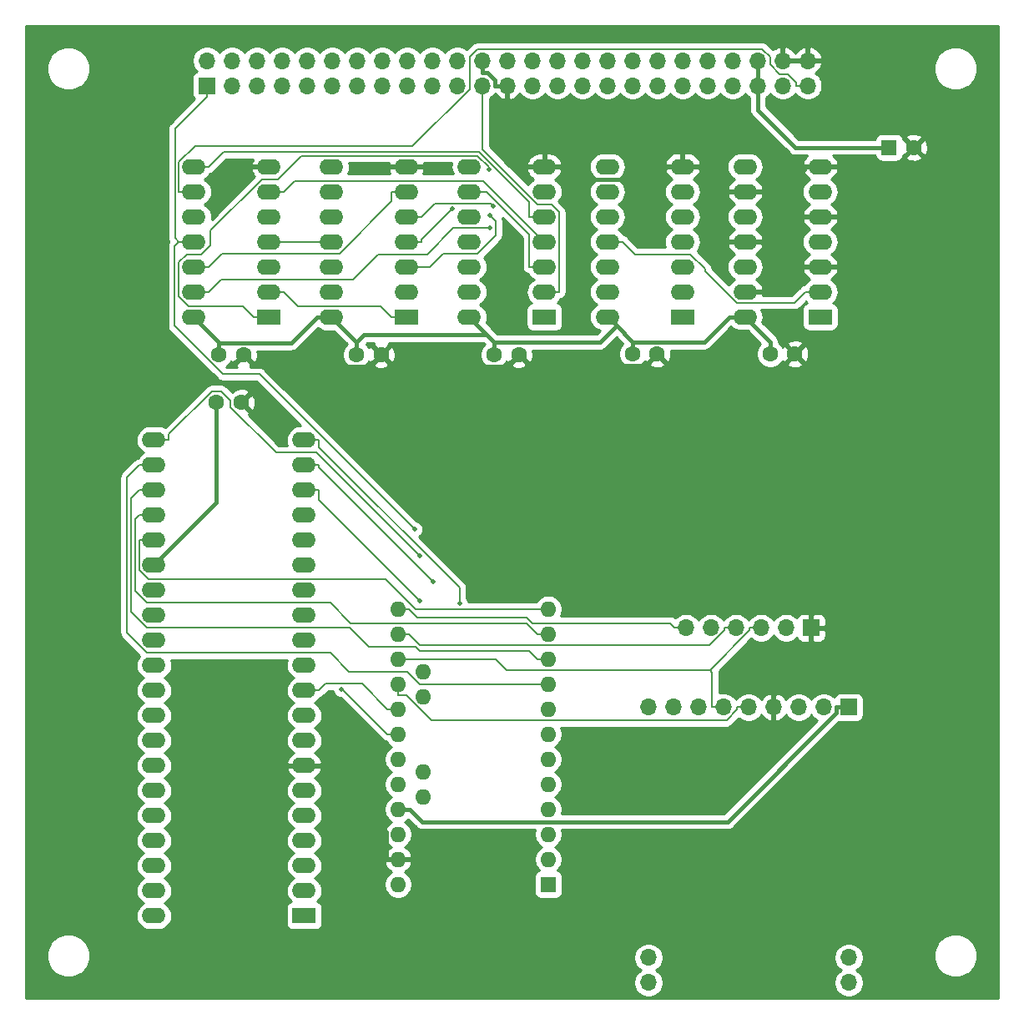
<source format=gtl>
G04 #@! TF.GenerationSoftware,KiCad,Pcbnew,(5.1.9)-1*
G04 #@! TF.CreationDate,2023-02-16T17:22:46+09:00*
G04 #@! TF.ProjectId,FM-7_SD,464d2d37-5f53-4442-9e6b-696361645f70,rev?*
G04 #@! TF.SameCoordinates,PX53920b0PY93c3260*
G04 #@! TF.FileFunction,Copper,L1,Top*
G04 #@! TF.FilePolarity,Positive*
%FSLAX46Y46*%
G04 Gerber Fmt 4.6, Leading zero omitted, Abs format (unit mm)*
G04 Created by KiCad (PCBNEW (5.1.9)-1) date 2023-02-16 17:22:46*
%MOMM*%
%LPD*%
G01*
G04 APERTURE LIST*
G04 #@! TA.AperFunction,ComponentPad*
%ADD10C,1.600000*%
G04 #@! TD*
G04 #@! TA.AperFunction,ComponentPad*
%ADD11R,1.600000X1.600000*%
G04 #@! TD*
G04 #@! TA.AperFunction,ComponentPad*
%ADD12R,1.700000X1.700000*%
G04 #@! TD*
G04 #@! TA.AperFunction,ComponentPad*
%ADD13O,1.700000X1.700000*%
G04 #@! TD*
G04 #@! TA.AperFunction,ComponentPad*
%ADD14R,2.400000X1.600000*%
G04 #@! TD*
G04 #@! TA.AperFunction,ComponentPad*
%ADD15O,2.400000X1.600000*%
G04 #@! TD*
G04 #@! TA.AperFunction,ComponentPad*
%ADD16O,1.600000X1.600000*%
G04 #@! TD*
G04 #@! TA.AperFunction,ViaPad*
%ADD17C,0.500000*%
G04 #@! TD*
G04 #@! TA.AperFunction,Conductor*
%ADD18C,0.400000*%
G04 #@! TD*
G04 #@! TA.AperFunction,Conductor*
%ADD19C,0.200000*%
G04 #@! TD*
G04 #@! TA.AperFunction,Conductor*
%ADD20C,0.254000*%
G04 #@! TD*
G04 #@! TA.AperFunction,Conductor*
%ADD21C,0.100000*%
G04 #@! TD*
G04 APERTURE END LIST*
D10*
X20030000Y61120000D03*
X22530000Y61120000D03*
D11*
X88265000Y86995000D03*
D10*
X90765000Y86995000D03*
X22755000Y65975000D03*
X20255000Y65975000D03*
X34225000Y65975000D03*
X36725000Y65975000D03*
X48195000Y65975000D03*
X50695000Y65975000D03*
D12*
X84165000Y30201000D03*
D13*
X81625000Y30201000D03*
X79085000Y30201000D03*
X76545000Y30201000D03*
X74005000Y30201000D03*
X71465000Y30201000D03*
X68925000Y30201000D03*
X66385000Y30201000D03*
X63845000Y30201000D03*
X63845000Y2261000D03*
X63845000Y4801000D03*
X84165000Y2261000D03*
X84165000Y4801000D03*
D12*
X80355000Y38260000D03*
D13*
X77815000Y38260000D03*
X75275000Y38260000D03*
X72735000Y38260000D03*
X70195000Y38260000D03*
X67655000Y38260000D03*
D14*
X25335000Y69785000D03*
D15*
X17715000Y85025000D03*
X25335000Y72325000D03*
X17715000Y82485000D03*
X25335000Y74865000D03*
X17715000Y79945000D03*
X25335000Y77405000D03*
X17715000Y77405000D03*
X25335000Y79945000D03*
X17715000Y74865000D03*
X25335000Y82485000D03*
X17715000Y72325000D03*
X25335000Y85025000D03*
X17715000Y69785000D03*
X31685000Y69785000D03*
X39305000Y85025000D03*
X31685000Y72325000D03*
X39305000Y82485000D03*
X31685000Y74865000D03*
X39305000Y79945000D03*
X31685000Y77405000D03*
X39305000Y77405000D03*
X31685000Y79945000D03*
X39305000Y74865000D03*
X31685000Y82485000D03*
X39305000Y72325000D03*
X31685000Y85025000D03*
D14*
X39305000Y69785000D03*
X28920000Y9050000D03*
D15*
X13680000Y57310000D03*
X28920000Y11590000D03*
X13680000Y54770000D03*
X28920000Y14130000D03*
X13680000Y52230000D03*
X28920000Y16670000D03*
X13680000Y49690000D03*
X28920000Y19210000D03*
X13680000Y47150000D03*
X28920000Y21750000D03*
X13680000Y44610000D03*
X28920000Y24290000D03*
X13680000Y42070000D03*
X28920000Y26830000D03*
X13680000Y39530000D03*
X28920000Y29370000D03*
X13680000Y36990000D03*
X28920000Y31910000D03*
X13680000Y34450000D03*
X28920000Y34450000D03*
X13680000Y31910000D03*
X28920000Y36990000D03*
X13680000Y29370000D03*
X28920000Y39530000D03*
X13680000Y26830000D03*
X28920000Y42070000D03*
X13680000Y24290000D03*
X28920000Y44610000D03*
X13680000Y21750000D03*
X28920000Y47150000D03*
X13680000Y19210000D03*
X28920000Y49690000D03*
X13680000Y16670000D03*
X28920000Y52230000D03*
X13680000Y14130000D03*
X28920000Y54770000D03*
X13680000Y11590000D03*
X28920000Y57310000D03*
X13680000Y9050000D03*
D11*
X53685000Y12225000D03*
D16*
X53685000Y14765000D03*
X53685000Y17305000D03*
X38445000Y40165000D03*
X53685000Y19845000D03*
X38445000Y37625000D03*
X53685000Y22385000D03*
X38445000Y35085000D03*
X53685000Y24925000D03*
X38445000Y32545000D03*
X53685000Y27465000D03*
X38445000Y30005000D03*
X53685000Y30005000D03*
X38445000Y27465000D03*
X53685000Y32545000D03*
X38445000Y24925000D03*
X53685000Y35085000D03*
X38445000Y22385000D03*
X53685000Y37625000D03*
X38445000Y19845000D03*
X53685000Y40165000D03*
X38445000Y17305000D03*
X38445000Y14765000D03*
X38445000Y12225000D03*
X40985000Y21115000D03*
X40985000Y23655000D03*
X40985000Y31275000D03*
X40985000Y33815000D03*
D15*
X45655000Y69785000D03*
X53275000Y85025000D03*
X45655000Y72325000D03*
X53275000Y82485000D03*
X45655000Y74865000D03*
X53275000Y79945000D03*
X45655000Y77405000D03*
X53275000Y77405000D03*
X45655000Y79945000D03*
X53275000Y74865000D03*
X45655000Y82485000D03*
X53275000Y72325000D03*
X45655000Y85025000D03*
D14*
X53275000Y69785000D03*
D12*
X19050000Y93265000D03*
D13*
X19050000Y95805000D03*
X21590000Y93265000D03*
X21590000Y95805000D03*
X24130000Y93265000D03*
X24130000Y95805000D03*
X26670000Y93265000D03*
X26670000Y95805000D03*
X29210000Y93265000D03*
X29210000Y95805000D03*
X31750000Y93265000D03*
X31750000Y95805000D03*
X34290000Y93265000D03*
X34290000Y95805000D03*
X36830000Y93265000D03*
X36830000Y95805000D03*
X39370000Y93265000D03*
X39370000Y95805000D03*
X41910000Y93265000D03*
X41910000Y95805000D03*
X44450000Y93265000D03*
X44450000Y95805000D03*
X46990000Y93265000D03*
X46990000Y95805000D03*
X49530000Y93265000D03*
X49530000Y95805000D03*
X52070000Y93265000D03*
X52070000Y95805000D03*
X54610000Y93265000D03*
X54610000Y95805000D03*
X57150000Y93265000D03*
X57150000Y95805000D03*
X59690000Y93265000D03*
X59690000Y95805000D03*
X62230000Y93265000D03*
X62230000Y95805000D03*
X64770000Y93265000D03*
X64770000Y95805000D03*
X67310000Y93265000D03*
X67310000Y95805000D03*
X69850000Y93265000D03*
X69850000Y95805000D03*
X72390000Y93265000D03*
X72390000Y95805000D03*
X74930000Y93265000D03*
X74930000Y95805000D03*
X77470000Y93265000D03*
X77470000Y95805000D03*
X80010000Y93265000D03*
X80010000Y95805000D03*
D10*
X62230000Y66040000D03*
X64730000Y66040000D03*
X78700000Y66040000D03*
X76200000Y66040000D03*
D15*
X59690000Y69810000D03*
X67310000Y85050000D03*
X59690000Y72350000D03*
X67310000Y82510000D03*
X59690000Y74890000D03*
X67310000Y79970000D03*
X59690000Y77430000D03*
X67310000Y77430000D03*
X59690000Y79970000D03*
X67310000Y74890000D03*
X59690000Y82510000D03*
X67310000Y72350000D03*
X59690000Y85050000D03*
D14*
X67310000Y69810000D03*
X81280000Y69810000D03*
D15*
X73660000Y85050000D03*
X81280000Y72350000D03*
X73660000Y82510000D03*
X81280000Y74890000D03*
X73660000Y79970000D03*
X81280000Y77430000D03*
X73660000Y77430000D03*
X81280000Y79970000D03*
X73660000Y74890000D03*
X81280000Y82510000D03*
X73660000Y72350000D03*
X81280000Y85050000D03*
X73660000Y69810000D03*
D17*
X32698400Y32036400D03*
X40649500Y45532600D03*
X40659800Y40958400D03*
X42041100Y42932700D03*
X44688500Y40704400D03*
X43962400Y80760700D03*
X47650000Y84765000D03*
X47755100Y80140900D03*
X48107200Y81034000D03*
X40099200Y48236600D03*
X47741500Y78797700D03*
D18*
X60590100Y68909900D02*
X59690000Y69810000D01*
X62230000Y67240400D02*
X62230000Y67270000D01*
X62230000Y67270000D02*
X60590100Y68909900D01*
X48195000Y67240400D02*
X58920600Y67240400D01*
X58920600Y67240400D02*
X60590100Y68909900D01*
X48195000Y67240400D02*
X48195000Y67245000D01*
X48195000Y67245000D02*
X47375100Y68065000D01*
X48195000Y65975000D02*
X48195000Y67240400D01*
X34225000Y67245000D02*
X31685000Y69785000D01*
X34225000Y65975000D02*
X34225000Y67245000D01*
X47375100Y68065000D02*
X47313200Y68003100D01*
X47313200Y68003100D02*
X34983100Y68003100D01*
X34983100Y68003100D02*
X34225000Y67245000D01*
X47375100Y68065000D02*
X45655000Y69785000D01*
X38445000Y19845000D02*
X39645300Y19845000D01*
X84165000Y30201000D02*
X82914700Y30201000D01*
X82914700Y30201000D02*
X82914700Y29654000D01*
X82914700Y29654000D02*
X71849800Y18589100D01*
X71849800Y18589100D02*
X40901200Y18589100D01*
X40901200Y18589100D02*
X39645300Y19845000D01*
X73660000Y69810000D02*
X72059700Y69810000D01*
X62230000Y67240400D02*
X69490100Y67240400D01*
X69490100Y67240400D02*
X72059700Y69810000D01*
X62230000Y66040000D02*
X62230000Y67240400D01*
X76200000Y66040000D02*
X76200000Y67270000D01*
X76200000Y67270000D02*
X73660000Y69810000D01*
X30234800Y69785000D02*
X27625200Y67175400D01*
X27625200Y67175400D02*
X20255000Y67175400D01*
X31685000Y69785000D02*
X30234800Y69785000D01*
X20255000Y67175400D02*
X20255000Y67245000D01*
X20255000Y67245000D02*
X17715000Y69785000D01*
X20255000Y65975000D02*
X20255000Y67175400D01*
X20030000Y61120000D02*
X20030000Y50960000D01*
X20030000Y50960000D02*
X13680000Y44610000D01*
X74930000Y93265000D02*
X74930000Y90805000D01*
X74930000Y90805000D02*
X78740000Y86995000D01*
X78740000Y86995000D02*
X88265000Y86995000D01*
X74930000Y93265000D02*
X74930000Y95805000D01*
X50695000Y65975000D02*
X49494600Y64774600D01*
X49494600Y64774600D02*
X37925400Y64774600D01*
X37925400Y64774600D02*
X36725000Y65975000D01*
X64730000Y66040000D02*
X63512700Y64822700D01*
X63512700Y64822700D02*
X51847300Y64822700D01*
X51847300Y64822700D02*
X50695000Y65975000D01*
X28920000Y24290000D02*
X30520300Y24290000D01*
X38445000Y14765000D02*
X37244700Y14765000D01*
X37244700Y14765000D02*
X37244700Y17565600D01*
X37244700Y17565600D02*
X30520300Y24290000D01*
X49530000Y93265000D02*
X49530000Y92014700D01*
X49530000Y92014700D02*
X49530000Y87169700D01*
X49530000Y87169700D02*
X51674700Y85025000D01*
X77829400Y79999100D02*
X75260300Y77430000D01*
X80046400Y79970000D02*
X80017400Y79999000D01*
X80017400Y79999000D02*
X80017400Y79999100D01*
X80017400Y79999100D02*
X77829400Y79999100D01*
X77433700Y82510000D02*
X77829400Y82114300D01*
X77829400Y82114300D02*
X77829400Y79999100D01*
X81280000Y79970000D02*
X80046400Y79970000D01*
X77800300Y74890000D02*
X75260300Y72350000D01*
X79829800Y74890000D02*
X77800300Y74890000D01*
X77800300Y74890000D02*
X75260300Y77430000D01*
X73660000Y77430000D02*
X75260300Y77430000D01*
X77433700Y82510000D02*
X79679700Y84756000D01*
X79679700Y84756000D02*
X79679700Y85050000D01*
X75260300Y82510000D02*
X77433700Y82510000D01*
X76545000Y30201000D02*
X76545000Y31451300D01*
X80355000Y38260000D02*
X80355000Y35261300D01*
X80355000Y35261300D02*
X76545000Y31451300D01*
X73660000Y82510000D02*
X75260300Y82510000D01*
X81280000Y85050000D02*
X79679700Y85050000D01*
X90765000Y86995000D02*
X88820000Y85050000D01*
X88820000Y85050000D02*
X81280000Y85050000D01*
X49530000Y93265000D02*
X48279700Y93265000D01*
X48279700Y93265000D02*
X48279700Y93812000D01*
X48279700Y93812000D02*
X47537000Y94554700D01*
X47537000Y94554700D02*
X46990000Y94554700D01*
X46990000Y95805000D02*
X46990000Y94554700D01*
X22755000Y65975000D02*
X23955400Y64774600D01*
X23955400Y64774600D02*
X35524600Y64774600D01*
X35524600Y64774600D02*
X36725000Y65975000D01*
X53275000Y85025000D02*
X51674700Y85025000D01*
X67310000Y85050000D02*
X65709700Y85050000D01*
X53275000Y85025000D02*
X54875300Y85025000D01*
X54875300Y85025000D02*
X56120200Y83780100D01*
X56120200Y83780100D02*
X64439800Y83780100D01*
X64439800Y83780100D02*
X65709700Y85050000D01*
X67310000Y85050000D02*
X68910300Y85050000D01*
X73660000Y82510000D02*
X71450300Y82510000D01*
X71450300Y82510000D02*
X68910300Y85050000D01*
X73660000Y72350000D02*
X75260300Y72350000D01*
X81280000Y74890000D02*
X79829800Y74890000D01*
D19*
X37344700Y27465000D02*
X32773300Y32036400D01*
X32773300Y32036400D02*
X32698400Y32036400D01*
X38445000Y27465000D02*
X37344700Y27465000D01*
X25335000Y72325000D02*
X26835300Y72325000D01*
X39305000Y69785000D02*
X37804700Y69785000D01*
X37804700Y69785000D02*
X36704400Y70885300D01*
X36704400Y70885300D02*
X28275000Y70885300D01*
X28275000Y70885300D02*
X26835300Y72325000D01*
X51774700Y79945000D02*
X51774700Y81446700D01*
X51774700Y81446700D02*
X46692100Y86529300D01*
X46692100Y86529300D02*
X20719600Y86529300D01*
X20719600Y86529300D02*
X19215300Y85025000D01*
X17715000Y85025000D02*
X19215300Y85025000D01*
X53275000Y79945000D02*
X51774700Y79945000D01*
X37804700Y82485000D02*
X37804700Y81547300D01*
X37804700Y81547300D02*
X32501500Y76244100D01*
X32501500Y76244100D02*
X20594400Y76244100D01*
X20594400Y76244100D02*
X19215300Y74865000D01*
X17715000Y74865000D02*
X19215300Y74865000D01*
X39305000Y82485000D02*
X37804700Y82485000D01*
X15180300Y57310000D02*
X15180300Y57896500D01*
X15180300Y57896500D02*
X19522700Y62238900D01*
X19522700Y62238900D02*
X20497300Y62238900D01*
X20497300Y62238900D02*
X21429600Y61306600D01*
X21429600Y61306600D02*
X21429600Y60664100D01*
X21429600Y60664100D02*
X26053700Y56040000D01*
X26053700Y56040000D02*
X30142100Y56040000D01*
X30142100Y56040000D02*
X40649500Y45532600D01*
X13680000Y57310000D02*
X15180300Y57310000D01*
X13680000Y54770000D02*
X12179700Y54770000D01*
X53685000Y32545000D02*
X40686900Y32545000D01*
X40686900Y32545000D02*
X39416900Y33815000D01*
X39416900Y33815000D02*
X33491500Y33815000D01*
X33491500Y33815000D02*
X31586500Y35720000D01*
X31586500Y35720000D02*
X12957800Y35720000D01*
X12957800Y35720000D02*
X10935900Y37741900D01*
X10935900Y37741900D02*
X10935900Y53526200D01*
X10935900Y53526200D02*
X12179700Y54770000D01*
X13680000Y52230000D02*
X12179700Y52230000D01*
X53685000Y35085000D02*
X52584700Y35085000D01*
X52584700Y35085000D02*
X51728500Y35941200D01*
X51728500Y35941200D02*
X40662800Y35941200D01*
X40662800Y35941200D02*
X40249000Y36355000D01*
X40249000Y36355000D02*
X35465200Y36355000D01*
X35465200Y36355000D02*
X33560200Y38260000D01*
X33560200Y38260000D02*
X12993300Y38260000D01*
X12993300Y38260000D02*
X11336300Y39917000D01*
X11336300Y39917000D02*
X11336300Y51386600D01*
X11336300Y51386600D02*
X12179700Y52230000D01*
X52584700Y37625000D02*
X51484400Y38725300D01*
X51484400Y38725300D02*
X33661200Y38725300D01*
X33661200Y38725300D02*
X31586500Y40800000D01*
X31586500Y40800000D02*
X12971900Y40800000D01*
X12971900Y40800000D02*
X11768100Y42003800D01*
X11768100Y42003800D02*
X11768100Y49278400D01*
X11768100Y49278400D02*
X12179700Y49690000D01*
X13680000Y49690000D02*
X12179700Y49690000D01*
X53685000Y37625000D02*
X52584700Y37625000D01*
X12179700Y47150000D02*
X12179700Y44146800D01*
X12179700Y44146800D02*
X13154300Y43172200D01*
X13154300Y43172200D02*
X37213300Y43172200D01*
X37213300Y43172200D02*
X40231400Y40154100D01*
X40231400Y40154100D02*
X52573800Y40154100D01*
X52573800Y40154100D02*
X52584700Y40165000D01*
X53685000Y40165000D02*
X52584700Y40165000D01*
X13680000Y47150000D02*
X12179700Y47150000D01*
X37344700Y30005000D02*
X34763000Y32586700D01*
X34763000Y32586700D02*
X31097000Y32586700D01*
X31097000Y32586700D02*
X30420300Y31910000D01*
X28920000Y31910000D02*
X30420300Y31910000D01*
X38445000Y30005000D02*
X37344700Y30005000D01*
X28920000Y52230000D02*
X30420300Y52230000D01*
X40659800Y40958400D02*
X30420300Y51197900D01*
X30420300Y51197900D02*
X30420300Y52230000D01*
X30420300Y54770000D02*
X30420300Y54553500D01*
X30420300Y54553500D02*
X42041100Y42932700D01*
X28920000Y54770000D02*
X30420300Y54770000D01*
X28920000Y57310000D02*
X30420300Y57310000D01*
X44688500Y40704400D02*
X44688500Y42326600D01*
X44688500Y42326600D02*
X30420300Y56594800D01*
X30420300Y56594800D02*
X30420300Y57310000D01*
X25335000Y82485000D02*
X26835300Y82485000D01*
X53275000Y77405000D02*
X47072700Y83607300D01*
X47072700Y83607300D02*
X27957600Y83607300D01*
X27957600Y83607300D02*
X26835300Y82485000D01*
X74005000Y30201000D02*
X72854700Y30201000D01*
X38445000Y32545000D02*
X38445000Y31444700D01*
X38445000Y31444700D02*
X39259000Y31444700D01*
X39259000Y31444700D02*
X41822200Y28881500D01*
X41822200Y28881500D02*
X71773500Y28881500D01*
X71773500Y28881500D02*
X72854700Y29962700D01*
X72854700Y29962700D02*
X72854700Y30201000D01*
X70068200Y33952300D02*
X70314700Y33705800D01*
X70314700Y33705800D02*
X70314700Y30201000D01*
X38445000Y35085000D02*
X48335900Y35085000D01*
X48335900Y35085000D02*
X49468600Y33952300D01*
X49468600Y33952300D02*
X70068200Y33952300D01*
X74124700Y38260000D02*
X74124700Y38008800D01*
X74124700Y38008800D02*
X70068200Y33952300D01*
X75275000Y38260000D02*
X74124700Y38260000D01*
X71465000Y30201000D02*
X70314700Y30201000D01*
X71584700Y38260000D02*
X71584700Y38021700D01*
X71584700Y38021700D02*
X70060200Y36497200D01*
X70060200Y36497200D02*
X40673100Y36497200D01*
X40673100Y36497200D02*
X39545300Y37625000D01*
X38445000Y37625000D02*
X39545300Y37625000D01*
X72735000Y38260000D02*
X71584700Y38260000D01*
X67655000Y38260000D02*
X66504700Y38260000D01*
X38445000Y40165000D02*
X39545300Y40165000D01*
X39545300Y40165000D02*
X40415100Y39295200D01*
X40415100Y39295200D02*
X51480800Y39295200D01*
X51480800Y39295200D02*
X52039400Y38736600D01*
X52039400Y38736600D02*
X66028100Y38736600D01*
X66028100Y38736600D02*
X66504700Y38260000D01*
X40805300Y77405000D02*
X40805300Y77603600D01*
X40805300Y77603600D02*
X43962400Y80760700D01*
X39305000Y77405000D02*
X40805300Y77405000D01*
X54775300Y72325000D02*
X54775300Y80424300D01*
X54775300Y80424300D02*
X53984600Y81215000D01*
X53984600Y81215000D02*
X52572500Y81215000D01*
X52572500Y81215000D02*
X46990000Y86797500D01*
X46990000Y86797500D02*
X46990000Y92114700D01*
X46990000Y93265000D02*
X46990000Y92114700D01*
X53275000Y72325000D02*
X54775300Y72325000D01*
X23834700Y69785000D02*
X22734400Y70885300D01*
X22734400Y70885300D02*
X17182500Y70885300D01*
X17182500Y70885300D02*
X16214700Y71853100D01*
X16214700Y71853100D02*
X16214700Y75362700D01*
X16214700Y75362700D02*
X16987000Y76135000D01*
X16987000Y76135000D02*
X18455900Y76135000D01*
X18455900Y76135000D02*
X19397400Y77076500D01*
X19397400Y77076500D02*
X19397400Y78540500D01*
X19397400Y78540500D02*
X24611900Y83755000D01*
X24611900Y83755000D02*
X26286900Y83755000D01*
X26286900Y83755000D02*
X28660800Y86128900D01*
X28660800Y86128900D02*
X46526200Y86128900D01*
X46526200Y86128900D02*
X47649900Y85005200D01*
X47649900Y85005200D02*
X47649900Y84765000D01*
X47649900Y84765000D02*
X47650000Y84765000D01*
X25335000Y69785000D02*
X23834700Y69785000D01*
X47755100Y80140900D02*
X48346100Y79549900D01*
X48346100Y79549900D02*
X48346100Y78085100D01*
X48346100Y78085100D02*
X46493200Y76232200D01*
X46493200Y76232200D02*
X43014200Y76232200D01*
X43014200Y76232200D02*
X41647000Y74865000D01*
X41647000Y74865000D02*
X39305000Y74865000D01*
X39305000Y79945000D02*
X40805300Y79945000D01*
X48107200Y81034000D02*
X47815100Y81326100D01*
X47815100Y81326100D02*
X42186400Y81326100D01*
X42186400Y81326100D02*
X40805300Y79945000D01*
X17715000Y82485000D02*
X16214700Y82485000D01*
X80010000Y93265000D02*
X78859700Y93265000D01*
X78859700Y93265000D02*
X78859700Y93552700D01*
X78859700Y93552700D02*
X77997100Y94415300D01*
X77997100Y94415300D02*
X77171200Y94415300D01*
X77171200Y94415300D02*
X76200000Y95386500D01*
X76200000Y95386500D02*
X76200000Y96171000D01*
X76200000Y96171000D02*
X75399800Y96971200D01*
X75399800Y96971200D02*
X46512400Y96971200D01*
X46512400Y96971200D02*
X45720000Y96178800D01*
X45720000Y96178800D02*
X45720000Y92900500D01*
X45720000Y92900500D02*
X39922800Y87103300D01*
X39922800Y87103300D02*
X17833900Y87103300D01*
X17833900Y87103300D02*
X16214700Y85484100D01*
X16214700Y85484100D02*
X16214700Y82485000D01*
X16214700Y77405000D02*
X15776900Y76967200D01*
X15776900Y76967200D02*
X15776900Y68891800D01*
X15776900Y68891800D02*
X20690500Y63978200D01*
X20690500Y63978200D02*
X24357600Y63978200D01*
X24357600Y63978200D02*
X40099200Y48236600D01*
X19050000Y92114700D02*
X15808700Y88873400D01*
X15808700Y88873400D02*
X15808700Y77811000D01*
X15808700Y77811000D02*
X16214700Y77405000D01*
X17715000Y77405000D02*
X16214700Y77405000D01*
X19050000Y93265000D02*
X19050000Y92114700D01*
X25335000Y77405000D02*
X31685000Y77405000D01*
X51774700Y74865000D02*
X51774600Y74865000D01*
X51774600Y74865000D02*
X51774600Y78144900D01*
X51774600Y78144900D02*
X47434500Y82485000D01*
X47434500Y82485000D02*
X47155300Y82485000D01*
X53275000Y74865000D02*
X51774700Y74865000D01*
X45655000Y82485000D02*
X47155300Y82485000D01*
X17715000Y72325000D02*
X19215300Y72325000D01*
X47741500Y78797700D02*
X44034000Y78797700D01*
X44034000Y78797700D02*
X41371300Y76135000D01*
X41371300Y76135000D02*
X36447000Y76135000D01*
X36447000Y76135000D02*
X33907000Y73595000D01*
X33907000Y73595000D02*
X20485300Y73595000D01*
X20485300Y73595000D02*
X19215300Y72325000D01*
X59690000Y77430000D02*
X61190300Y77430000D01*
X81280000Y72350000D02*
X79779700Y72350000D01*
X79779700Y72350000D02*
X78668500Y71238800D01*
X78668500Y71238800D02*
X72802900Y71238800D01*
X72802900Y71238800D02*
X69581500Y74460200D01*
X69581500Y74460200D02*
X69581500Y74672800D01*
X69581500Y74672800D02*
X68094300Y76160000D01*
X68094300Y76160000D02*
X62460300Y76160000D01*
X62460300Y76160000D02*
X61190300Y77430000D01*
D20*
X99340000Y660000D02*
X660000Y660000D01*
X660000Y5220128D01*
X2765000Y5220128D01*
X2765000Y4779872D01*
X2850890Y4348075D01*
X3019369Y3941331D01*
X3263962Y3575271D01*
X3575271Y3263962D01*
X3941331Y3019369D01*
X4348075Y2850890D01*
X4779872Y2765000D01*
X5220128Y2765000D01*
X5651925Y2850890D01*
X6058669Y3019369D01*
X6424729Y3263962D01*
X6736038Y3575271D01*
X6980631Y3941331D01*
X7149110Y4348075D01*
X7235000Y4779872D01*
X7235000Y4947260D01*
X62360000Y4947260D01*
X62360000Y4654740D01*
X62417068Y4367842D01*
X62529010Y4097589D01*
X62691525Y3854368D01*
X62898368Y3647525D01*
X63072760Y3531000D01*
X62898368Y3414475D01*
X62691525Y3207632D01*
X62529010Y2964411D01*
X62417068Y2694158D01*
X62360000Y2407260D01*
X62360000Y2114740D01*
X62417068Y1827842D01*
X62529010Y1557589D01*
X62691525Y1314368D01*
X62898368Y1107525D01*
X63141589Y945010D01*
X63411842Y833068D01*
X63698740Y776000D01*
X63991260Y776000D01*
X64278158Y833068D01*
X64548411Y945010D01*
X64791632Y1107525D01*
X64998475Y1314368D01*
X65160990Y1557589D01*
X65272932Y1827842D01*
X65330000Y2114740D01*
X65330000Y2407260D01*
X65272932Y2694158D01*
X65160990Y2964411D01*
X64998475Y3207632D01*
X64791632Y3414475D01*
X64617240Y3531000D01*
X64791632Y3647525D01*
X64998475Y3854368D01*
X65160990Y4097589D01*
X65272932Y4367842D01*
X65330000Y4654740D01*
X65330000Y4947260D01*
X82680000Y4947260D01*
X82680000Y4654740D01*
X82737068Y4367842D01*
X82849010Y4097589D01*
X83011525Y3854368D01*
X83218368Y3647525D01*
X83392760Y3531000D01*
X83218368Y3414475D01*
X83011525Y3207632D01*
X82849010Y2964411D01*
X82737068Y2694158D01*
X82680000Y2407260D01*
X82680000Y2114740D01*
X82737068Y1827842D01*
X82849010Y1557589D01*
X83011525Y1314368D01*
X83218368Y1107525D01*
X83461589Y945010D01*
X83731842Y833068D01*
X84018740Y776000D01*
X84311260Y776000D01*
X84598158Y833068D01*
X84868411Y945010D01*
X85111632Y1107525D01*
X85318475Y1314368D01*
X85480990Y1557589D01*
X85592932Y1827842D01*
X85650000Y2114740D01*
X85650000Y2407260D01*
X85592932Y2694158D01*
X85480990Y2964411D01*
X85318475Y3207632D01*
X85111632Y3414475D01*
X84937240Y3531000D01*
X85111632Y3647525D01*
X85318475Y3854368D01*
X85480990Y4097589D01*
X85592932Y4367842D01*
X85650000Y4654740D01*
X85650000Y4947260D01*
X85595723Y5220128D01*
X92765000Y5220128D01*
X92765000Y4779872D01*
X92850890Y4348075D01*
X93019369Y3941331D01*
X93263962Y3575271D01*
X93575271Y3263962D01*
X93941331Y3019369D01*
X94348075Y2850890D01*
X94779872Y2765000D01*
X95220128Y2765000D01*
X95651925Y2850890D01*
X96058669Y3019369D01*
X96424729Y3263962D01*
X96736038Y3575271D01*
X96980631Y3941331D01*
X97149110Y4348075D01*
X97235000Y4779872D01*
X97235000Y5220128D01*
X97149110Y5651925D01*
X96980631Y6058669D01*
X96736038Y6424729D01*
X96424729Y6736038D01*
X96058669Y6980631D01*
X95651925Y7149110D01*
X95220128Y7235000D01*
X94779872Y7235000D01*
X94348075Y7149110D01*
X93941331Y6980631D01*
X93575271Y6736038D01*
X93263962Y6424729D01*
X93019369Y6058669D01*
X92850890Y5651925D01*
X92765000Y5220128D01*
X85595723Y5220128D01*
X85592932Y5234158D01*
X85480990Y5504411D01*
X85318475Y5747632D01*
X85111632Y5954475D01*
X84868411Y6116990D01*
X84598158Y6228932D01*
X84311260Y6286000D01*
X84018740Y6286000D01*
X83731842Y6228932D01*
X83461589Y6116990D01*
X83218368Y5954475D01*
X83011525Y5747632D01*
X82849010Y5504411D01*
X82737068Y5234158D01*
X82680000Y4947260D01*
X65330000Y4947260D01*
X65272932Y5234158D01*
X65160990Y5504411D01*
X64998475Y5747632D01*
X64791632Y5954475D01*
X64548411Y6116990D01*
X64278158Y6228932D01*
X63991260Y6286000D01*
X63698740Y6286000D01*
X63411842Y6228932D01*
X63141589Y6116990D01*
X62898368Y5954475D01*
X62691525Y5747632D01*
X62529010Y5504411D01*
X62417068Y5234158D01*
X62360000Y4947260D01*
X7235000Y4947260D01*
X7235000Y5220128D01*
X7149110Y5651925D01*
X6980631Y6058669D01*
X6736038Y6424729D01*
X6424729Y6736038D01*
X6058669Y6980631D01*
X5651925Y7149110D01*
X5220128Y7235000D01*
X4779872Y7235000D01*
X4348075Y7149110D01*
X3941331Y6980631D01*
X3575271Y6736038D01*
X3263962Y6424729D01*
X3019369Y6058669D01*
X2850890Y5651925D01*
X2765000Y5220128D01*
X660000Y5220128D01*
X660000Y53526200D01*
X10197344Y53526200D01*
X10200901Y53490085D01*
X10200900Y37778005D01*
X10197344Y37741900D01*
X10208858Y37625000D01*
X10211535Y37597816D01*
X10253563Y37459268D01*
X10321813Y37331581D01*
X10413662Y37219663D01*
X10441708Y37196646D01*
X12219082Y35419271D01*
X12081068Y35251101D01*
X11947818Y35001808D01*
X11865764Y34731309D01*
X11838057Y34450000D01*
X11865764Y34168691D01*
X11947818Y33898192D01*
X12081068Y33648899D01*
X12260392Y33430392D01*
X12478899Y33251068D01*
X12611858Y33180000D01*
X12478899Y33108932D01*
X12260392Y32929608D01*
X12081068Y32711101D01*
X11947818Y32461808D01*
X11865764Y32191309D01*
X11838057Y31910000D01*
X11865764Y31628691D01*
X11947818Y31358192D01*
X12081068Y31108899D01*
X12260392Y30890392D01*
X12478899Y30711068D01*
X12611858Y30640000D01*
X12478899Y30568932D01*
X12260392Y30389608D01*
X12081068Y30171101D01*
X11947818Y29921808D01*
X11865764Y29651309D01*
X11838057Y29370000D01*
X11865764Y29088691D01*
X11947818Y28818192D01*
X12081068Y28568899D01*
X12260392Y28350392D01*
X12478899Y28171068D01*
X12611858Y28100000D01*
X12478899Y28028932D01*
X12260392Y27849608D01*
X12081068Y27631101D01*
X11947818Y27381808D01*
X11865764Y27111309D01*
X11838057Y26830000D01*
X11865764Y26548691D01*
X11947818Y26278192D01*
X12081068Y26028899D01*
X12260392Y25810392D01*
X12478899Y25631068D01*
X12611858Y25560000D01*
X12478899Y25488932D01*
X12260392Y25309608D01*
X12081068Y25091101D01*
X11947818Y24841808D01*
X11865764Y24571309D01*
X11838057Y24290000D01*
X11865764Y24008691D01*
X11947818Y23738192D01*
X12081068Y23488899D01*
X12260392Y23270392D01*
X12478899Y23091068D01*
X12611858Y23020000D01*
X12478899Y22948932D01*
X12260392Y22769608D01*
X12081068Y22551101D01*
X11947818Y22301808D01*
X11865764Y22031309D01*
X11838057Y21750000D01*
X11865764Y21468691D01*
X11947818Y21198192D01*
X12081068Y20948899D01*
X12260392Y20730392D01*
X12478899Y20551068D01*
X12611858Y20480000D01*
X12478899Y20408932D01*
X12260392Y20229608D01*
X12081068Y20011101D01*
X11947818Y19761808D01*
X11865764Y19491309D01*
X11838057Y19210000D01*
X11865764Y18928691D01*
X11947818Y18658192D01*
X12081068Y18408899D01*
X12260392Y18190392D01*
X12478899Y18011068D01*
X12611858Y17940000D01*
X12478899Y17868932D01*
X12260392Y17689608D01*
X12081068Y17471101D01*
X11947818Y17221808D01*
X11865764Y16951309D01*
X11838057Y16670000D01*
X11865764Y16388691D01*
X11947818Y16118192D01*
X12081068Y15868899D01*
X12260392Y15650392D01*
X12478899Y15471068D01*
X12611858Y15400000D01*
X12478899Y15328932D01*
X12260392Y15149608D01*
X12081068Y14931101D01*
X11947818Y14681808D01*
X11865764Y14411309D01*
X11838057Y14130000D01*
X11865764Y13848691D01*
X11947818Y13578192D01*
X12081068Y13328899D01*
X12260392Y13110392D01*
X12478899Y12931068D01*
X12611858Y12860000D01*
X12478899Y12788932D01*
X12260392Y12609608D01*
X12081068Y12391101D01*
X11947818Y12141808D01*
X11865764Y11871309D01*
X11838057Y11590000D01*
X11865764Y11308691D01*
X11947818Y11038192D01*
X12081068Y10788899D01*
X12260392Y10570392D01*
X12478899Y10391068D01*
X12611858Y10320000D01*
X12478899Y10248932D01*
X12260392Y10069608D01*
X12081068Y9851101D01*
X11947818Y9601808D01*
X11865764Y9331309D01*
X11838057Y9050000D01*
X11865764Y8768691D01*
X11947818Y8498192D01*
X12081068Y8248899D01*
X12260392Y8030392D01*
X12478899Y7851068D01*
X12728192Y7717818D01*
X12998691Y7635764D01*
X13209508Y7615000D01*
X14150492Y7615000D01*
X14361309Y7635764D01*
X14631808Y7717818D01*
X14881101Y7851068D01*
X15099608Y8030392D01*
X15278932Y8248899D01*
X15412182Y8498192D01*
X15494236Y8768691D01*
X15521943Y9050000D01*
X15494236Y9331309D01*
X15412182Y9601808D01*
X15278932Y9851101D01*
X15099608Y10069608D01*
X14881101Y10248932D01*
X14748142Y10320000D01*
X14881101Y10391068D01*
X15099608Y10570392D01*
X15278932Y10788899D01*
X15412182Y11038192D01*
X15494236Y11308691D01*
X15521943Y11590000D01*
X15494236Y11871309D01*
X15412182Y12141808D01*
X15278932Y12391101D01*
X15099608Y12609608D01*
X14881101Y12788932D01*
X14748142Y12860000D01*
X14881101Y12931068D01*
X15099608Y13110392D01*
X15278932Y13328899D01*
X15412182Y13578192D01*
X15494236Y13848691D01*
X15521943Y14130000D01*
X15494236Y14411309D01*
X15412182Y14681808D01*
X15278932Y14931101D01*
X15099608Y15149608D01*
X14881101Y15328932D01*
X14748142Y15400000D01*
X14881101Y15471068D01*
X15099608Y15650392D01*
X15278932Y15868899D01*
X15412182Y16118192D01*
X15494236Y16388691D01*
X15521943Y16670000D01*
X15494236Y16951309D01*
X15412182Y17221808D01*
X15278932Y17471101D01*
X15099608Y17689608D01*
X14881101Y17868932D01*
X14748142Y17940000D01*
X14881101Y18011068D01*
X15099608Y18190392D01*
X15278932Y18408899D01*
X15412182Y18658192D01*
X15494236Y18928691D01*
X15521943Y19210000D01*
X15494236Y19491309D01*
X15412182Y19761808D01*
X15278932Y20011101D01*
X15099608Y20229608D01*
X14881101Y20408932D01*
X14748142Y20480000D01*
X14881101Y20551068D01*
X15099608Y20730392D01*
X15278932Y20948899D01*
X15412182Y21198192D01*
X15494236Y21468691D01*
X15521943Y21750000D01*
X27078057Y21750000D01*
X27105764Y21468691D01*
X27187818Y21198192D01*
X27321068Y20948899D01*
X27500392Y20730392D01*
X27718899Y20551068D01*
X27851858Y20480000D01*
X27718899Y20408932D01*
X27500392Y20229608D01*
X27321068Y20011101D01*
X27187818Y19761808D01*
X27105764Y19491309D01*
X27078057Y19210000D01*
X27105764Y18928691D01*
X27187818Y18658192D01*
X27321068Y18408899D01*
X27500392Y18190392D01*
X27718899Y18011068D01*
X27851858Y17940000D01*
X27718899Y17868932D01*
X27500392Y17689608D01*
X27321068Y17471101D01*
X27187818Y17221808D01*
X27105764Y16951309D01*
X27078057Y16670000D01*
X27105764Y16388691D01*
X27187818Y16118192D01*
X27321068Y15868899D01*
X27500392Y15650392D01*
X27718899Y15471068D01*
X27851858Y15400000D01*
X27718899Y15328932D01*
X27500392Y15149608D01*
X27321068Y14931101D01*
X27187818Y14681808D01*
X27105764Y14411309D01*
X27078057Y14130000D01*
X27105764Y13848691D01*
X27187818Y13578192D01*
X27321068Y13328899D01*
X27500392Y13110392D01*
X27718899Y12931068D01*
X27851858Y12860000D01*
X27718899Y12788932D01*
X27500392Y12609608D01*
X27321068Y12391101D01*
X27187818Y12141808D01*
X27105764Y11871309D01*
X27078057Y11590000D01*
X27105764Y11308691D01*
X27187818Y11038192D01*
X27321068Y10788899D01*
X27500392Y10570392D01*
X27613482Y10477581D01*
X27595518Y10475812D01*
X27475820Y10439502D01*
X27365506Y10380537D01*
X27268815Y10301185D01*
X27189463Y10204494D01*
X27130498Y10094180D01*
X27094188Y9974482D01*
X27081928Y9850000D01*
X27081928Y8250000D01*
X27094188Y8125518D01*
X27130498Y8005820D01*
X27189463Y7895506D01*
X27268815Y7798815D01*
X27365506Y7719463D01*
X27475820Y7660498D01*
X27595518Y7624188D01*
X27720000Y7611928D01*
X30120000Y7611928D01*
X30244482Y7624188D01*
X30364180Y7660498D01*
X30474494Y7719463D01*
X30571185Y7798815D01*
X30650537Y7895506D01*
X30709502Y8005820D01*
X30745812Y8125518D01*
X30758072Y8250000D01*
X30758072Y9850000D01*
X30745812Y9974482D01*
X30709502Y10094180D01*
X30650537Y10204494D01*
X30571185Y10301185D01*
X30474494Y10380537D01*
X30364180Y10439502D01*
X30244482Y10475812D01*
X30226518Y10477581D01*
X30339608Y10570392D01*
X30518932Y10788899D01*
X30652182Y11038192D01*
X30734236Y11308691D01*
X30761943Y11590000D01*
X30734236Y11871309D01*
X30652182Y12141808D01*
X30532170Y12366335D01*
X37010000Y12366335D01*
X37010000Y12083665D01*
X37065147Y11806426D01*
X37173320Y11545273D01*
X37330363Y11310241D01*
X37530241Y11110363D01*
X37765273Y10953320D01*
X38026426Y10845147D01*
X38303665Y10790000D01*
X38586335Y10790000D01*
X38863574Y10845147D01*
X39124727Y10953320D01*
X39359759Y11110363D01*
X39559637Y11310241D01*
X39716680Y11545273D01*
X39824853Y11806426D01*
X39880000Y12083665D01*
X39880000Y12366335D01*
X39824853Y12643574D01*
X39716680Y12904727D01*
X39559637Y13139759D01*
X39359759Y13339637D01*
X39124727Y13496680D01*
X39114135Y13501067D01*
X39300131Y13612615D01*
X39508519Y13801586D01*
X39676037Y14027580D01*
X39796246Y14281913D01*
X39836904Y14415961D01*
X39714915Y14638000D01*
X38572000Y14638000D01*
X38572000Y14618000D01*
X38318000Y14618000D01*
X38318000Y14638000D01*
X37175085Y14638000D01*
X37053096Y14415961D01*
X37093754Y14281913D01*
X37213963Y14027580D01*
X37381481Y13801586D01*
X37589869Y13612615D01*
X37775865Y13501067D01*
X37765273Y13496680D01*
X37530241Y13339637D01*
X37330363Y13139759D01*
X37173320Y12904727D01*
X37065147Y12643574D01*
X37010000Y12366335D01*
X30532170Y12366335D01*
X30518932Y12391101D01*
X30339608Y12609608D01*
X30121101Y12788932D01*
X29988142Y12860000D01*
X30121101Y12931068D01*
X30339608Y13110392D01*
X30518932Y13328899D01*
X30652182Y13578192D01*
X30734236Y13848691D01*
X30761943Y14130000D01*
X30734236Y14411309D01*
X30652182Y14681808D01*
X30518932Y14931101D01*
X30339608Y15149608D01*
X30121101Y15328932D01*
X29988142Y15400000D01*
X30121101Y15471068D01*
X30339608Y15650392D01*
X30518932Y15868899D01*
X30652182Y16118192D01*
X30734236Y16388691D01*
X30761943Y16670000D01*
X30734236Y16951309D01*
X30652182Y17221808D01*
X30518932Y17471101D01*
X30339608Y17689608D01*
X30121101Y17868932D01*
X29988142Y17940000D01*
X30121101Y18011068D01*
X30339608Y18190392D01*
X30518932Y18408899D01*
X30652182Y18658192D01*
X30734236Y18928691D01*
X30761943Y19210000D01*
X30734236Y19491309D01*
X30652182Y19761808D01*
X30518932Y20011101D01*
X30339608Y20229608D01*
X30121101Y20408932D01*
X29988142Y20480000D01*
X30121101Y20551068D01*
X30339608Y20730392D01*
X30518932Y20948899D01*
X30652182Y21198192D01*
X30734236Y21468691D01*
X30761943Y21750000D01*
X30734236Y22031309D01*
X30652182Y22301808D01*
X30518932Y22551101D01*
X30339608Y22769608D01*
X30121101Y22948932D01*
X29993259Y23017265D01*
X30222839Y23167399D01*
X30424500Y23365105D01*
X30583715Y23598354D01*
X30694367Y23858182D01*
X30711904Y23940961D01*
X30589915Y24163000D01*
X29047000Y24163000D01*
X29047000Y24143000D01*
X28793000Y24143000D01*
X28793000Y24163000D01*
X27250085Y24163000D01*
X27128096Y23940961D01*
X27145633Y23858182D01*
X27256285Y23598354D01*
X27415500Y23365105D01*
X27617161Y23167399D01*
X27846741Y23017265D01*
X27718899Y22948932D01*
X27500392Y22769608D01*
X27321068Y22551101D01*
X27187818Y22301808D01*
X27105764Y22031309D01*
X27078057Y21750000D01*
X15521943Y21750000D01*
X15494236Y22031309D01*
X15412182Y22301808D01*
X15278932Y22551101D01*
X15099608Y22769608D01*
X14881101Y22948932D01*
X14748142Y23020000D01*
X14881101Y23091068D01*
X15099608Y23270392D01*
X15278932Y23488899D01*
X15412182Y23738192D01*
X15494236Y24008691D01*
X15521943Y24290000D01*
X15494236Y24571309D01*
X15412182Y24841808D01*
X15278932Y25091101D01*
X15099608Y25309608D01*
X14881101Y25488932D01*
X14748142Y25560000D01*
X14881101Y25631068D01*
X15099608Y25810392D01*
X15278932Y26028899D01*
X15412182Y26278192D01*
X15494236Y26548691D01*
X15521943Y26830000D01*
X15494236Y27111309D01*
X15412182Y27381808D01*
X15278932Y27631101D01*
X15099608Y27849608D01*
X14881101Y28028932D01*
X14748142Y28100000D01*
X14881101Y28171068D01*
X15099608Y28350392D01*
X15278932Y28568899D01*
X15412182Y28818192D01*
X15494236Y29088691D01*
X15521943Y29370000D01*
X15494236Y29651309D01*
X15412182Y29921808D01*
X15278932Y30171101D01*
X15099608Y30389608D01*
X14881101Y30568932D01*
X14748142Y30640000D01*
X14881101Y30711068D01*
X15099608Y30890392D01*
X15278932Y31108899D01*
X15412182Y31358192D01*
X15494236Y31628691D01*
X15521943Y31910000D01*
X15494236Y32191309D01*
X15412182Y32461808D01*
X15278932Y32711101D01*
X15099608Y32929608D01*
X14881101Y33108932D01*
X14748142Y33180000D01*
X14881101Y33251068D01*
X15099608Y33430392D01*
X15278932Y33648899D01*
X15412182Y33898192D01*
X15494236Y34168691D01*
X15521943Y34450000D01*
X15494236Y34731309D01*
X15417281Y34985000D01*
X27182719Y34985000D01*
X27105764Y34731309D01*
X27078057Y34450000D01*
X27105764Y34168691D01*
X27187818Y33898192D01*
X27321068Y33648899D01*
X27500392Y33430392D01*
X27718899Y33251068D01*
X27851858Y33180000D01*
X27718899Y33108932D01*
X27500392Y32929608D01*
X27321068Y32711101D01*
X27187818Y32461808D01*
X27105764Y32191309D01*
X27078057Y31910000D01*
X27105764Y31628691D01*
X27187818Y31358192D01*
X27321068Y31108899D01*
X27500392Y30890392D01*
X27718899Y30711068D01*
X27851858Y30640000D01*
X27718899Y30568932D01*
X27500392Y30389608D01*
X27321068Y30171101D01*
X27187818Y29921808D01*
X27105764Y29651309D01*
X27078057Y29370000D01*
X27105764Y29088691D01*
X27187818Y28818192D01*
X27321068Y28568899D01*
X27500392Y28350392D01*
X27718899Y28171068D01*
X27851858Y28100000D01*
X27718899Y28028932D01*
X27500392Y27849608D01*
X27321068Y27631101D01*
X27187818Y27381808D01*
X27105764Y27111309D01*
X27078057Y26830000D01*
X27105764Y26548691D01*
X27187818Y26278192D01*
X27321068Y26028899D01*
X27500392Y25810392D01*
X27718899Y25631068D01*
X27846741Y25562735D01*
X27617161Y25412601D01*
X27415500Y25214895D01*
X27256285Y24981646D01*
X27145633Y24721818D01*
X27128096Y24639039D01*
X27250085Y24417000D01*
X28793000Y24417000D01*
X28793000Y24437000D01*
X29047000Y24437000D01*
X29047000Y24417000D01*
X30589915Y24417000D01*
X30711904Y24639039D01*
X30694367Y24721818D01*
X30583715Y24981646D01*
X30424500Y25214895D01*
X30222839Y25412601D01*
X29993259Y25562735D01*
X30121101Y25631068D01*
X30339608Y25810392D01*
X30518932Y26028899D01*
X30652182Y26278192D01*
X30734236Y26548691D01*
X30761943Y26830000D01*
X30734236Y27111309D01*
X30652182Y27381808D01*
X30518932Y27631101D01*
X30339608Y27849608D01*
X30121101Y28028932D01*
X29988142Y28100000D01*
X30121101Y28171068D01*
X30339608Y28350392D01*
X30518932Y28568899D01*
X30652182Y28818192D01*
X30734236Y29088691D01*
X30761943Y29370000D01*
X30734236Y29651309D01*
X30652182Y29921808D01*
X30518932Y30171101D01*
X30339608Y30389608D01*
X30121101Y30568932D01*
X29988142Y30640000D01*
X30121101Y30711068D01*
X30339608Y30890392D01*
X30518932Y31108899D01*
X30559702Y31185174D01*
X30564385Y31185635D01*
X30702933Y31227663D01*
X30830620Y31295913D01*
X30942538Y31387762D01*
X30965558Y31415812D01*
X31401447Y31851700D01*
X31832801Y31851700D01*
X31847410Y31778255D01*
X31914123Y31617195D01*
X32010976Y31472245D01*
X32134245Y31348976D01*
X32279195Y31252123D01*
X32440255Y31185410D01*
X32611235Y31151400D01*
X32618854Y31151400D01*
X36799446Y26970807D01*
X36822462Y26942762D01*
X36934380Y26850913D01*
X37062067Y26782663D01*
X37200615Y26740635D01*
X37203324Y26740368D01*
X37330363Y26550241D01*
X37530241Y26350363D01*
X37762759Y26195000D01*
X37530241Y26039637D01*
X37330363Y25839759D01*
X37173320Y25604727D01*
X37065147Y25343574D01*
X37010000Y25066335D01*
X37010000Y24783665D01*
X37065147Y24506426D01*
X37173320Y24245273D01*
X37330363Y24010241D01*
X37530241Y23810363D01*
X37762759Y23655000D01*
X37530241Y23499637D01*
X37330363Y23299759D01*
X37173320Y23064727D01*
X37065147Y22803574D01*
X37010000Y22526335D01*
X37010000Y22243665D01*
X37065147Y21966426D01*
X37173320Y21705273D01*
X37330363Y21470241D01*
X37530241Y21270363D01*
X37762759Y21115000D01*
X37530241Y20959637D01*
X37330363Y20759759D01*
X37173320Y20524727D01*
X37065147Y20263574D01*
X37010000Y19986335D01*
X37010000Y19703665D01*
X37065147Y19426426D01*
X37173320Y19165273D01*
X37330363Y18930241D01*
X37530241Y18730363D01*
X37762759Y18575000D01*
X37530241Y18419637D01*
X37330363Y18219759D01*
X37173320Y17984727D01*
X37065147Y17723574D01*
X37010000Y17446335D01*
X37010000Y17163665D01*
X37065147Y16886426D01*
X37173320Y16625273D01*
X37330363Y16390241D01*
X37530241Y16190363D01*
X37765273Y16033320D01*
X37775865Y16028933D01*
X37589869Y15917385D01*
X37381481Y15728414D01*
X37213963Y15502420D01*
X37093754Y15248087D01*
X37053096Y15114039D01*
X37175085Y14892000D01*
X38318000Y14892000D01*
X38318000Y14912000D01*
X38572000Y14912000D01*
X38572000Y14892000D01*
X39714915Y14892000D01*
X39836904Y15114039D01*
X39796246Y15248087D01*
X39676037Y15502420D01*
X39508519Y15728414D01*
X39300131Y15917385D01*
X39114135Y16028933D01*
X39124727Y16033320D01*
X39359759Y16190363D01*
X39559637Y16390241D01*
X39716680Y16625273D01*
X39824853Y16886426D01*
X39880000Y17163665D01*
X39880000Y17446335D01*
X39824853Y17723574D01*
X39716680Y17984727D01*
X39559637Y18219759D01*
X39359759Y18419637D01*
X39127241Y18575000D01*
X39359759Y18730363D01*
X39469414Y18840018D01*
X40281763Y18027668D01*
X40307909Y17995809D01*
X40339768Y17969663D01*
X40339770Y17969661D01*
X40435054Y17891464D01*
X40580113Y17813928D01*
X40737511Y17766182D01*
X40901200Y17750060D01*
X40942218Y17754100D01*
X52317791Y17754100D01*
X52305147Y17723574D01*
X52250000Y17446335D01*
X52250000Y17163665D01*
X52305147Y16886426D01*
X52413320Y16625273D01*
X52570363Y16390241D01*
X52770241Y16190363D01*
X53002759Y16035000D01*
X52770241Y15879637D01*
X52570363Y15679759D01*
X52413320Y15444727D01*
X52305147Y15183574D01*
X52250000Y14906335D01*
X52250000Y14623665D01*
X52305147Y14346426D01*
X52413320Y14085273D01*
X52570363Y13850241D01*
X52768961Y13651643D01*
X52760518Y13650812D01*
X52640820Y13614502D01*
X52530506Y13555537D01*
X52433815Y13476185D01*
X52354463Y13379494D01*
X52295498Y13269180D01*
X52259188Y13149482D01*
X52246928Y13025000D01*
X52246928Y11425000D01*
X52259188Y11300518D01*
X52295498Y11180820D01*
X52354463Y11070506D01*
X52433815Y10973815D01*
X52530506Y10894463D01*
X52640820Y10835498D01*
X52760518Y10799188D01*
X52885000Y10786928D01*
X54485000Y10786928D01*
X54609482Y10799188D01*
X54729180Y10835498D01*
X54839494Y10894463D01*
X54936185Y10973815D01*
X55015537Y11070506D01*
X55074502Y11180820D01*
X55110812Y11300518D01*
X55123072Y11425000D01*
X55123072Y13025000D01*
X55110812Y13149482D01*
X55074502Y13269180D01*
X55015537Y13379494D01*
X54936185Y13476185D01*
X54839494Y13555537D01*
X54729180Y13614502D01*
X54609482Y13650812D01*
X54601039Y13651643D01*
X54799637Y13850241D01*
X54956680Y14085273D01*
X55064853Y14346426D01*
X55120000Y14623665D01*
X55120000Y14906335D01*
X55064853Y15183574D01*
X54956680Y15444727D01*
X54799637Y15679759D01*
X54599759Y15879637D01*
X54367241Y16035000D01*
X54599759Y16190363D01*
X54799637Y16390241D01*
X54956680Y16625273D01*
X55064853Y16886426D01*
X55120000Y17163665D01*
X55120000Y17446335D01*
X55064853Y17723574D01*
X55052209Y17754100D01*
X71808782Y17754100D01*
X71849800Y17750060D01*
X71890818Y17754100D01*
X71890819Y17754100D01*
X72013489Y17766182D01*
X72170887Y17813928D01*
X72315946Y17891464D01*
X72443091Y17995809D01*
X72469246Y18027679D01*
X83172287Y28730718D01*
X83190518Y28725188D01*
X83315000Y28712928D01*
X85015000Y28712928D01*
X85139482Y28725188D01*
X85259180Y28761498D01*
X85369494Y28820463D01*
X85466185Y28899815D01*
X85545537Y28996506D01*
X85604502Y29106820D01*
X85640812Y29226518D01*
X85653072Y29351000D01*
X85653072Y31051000D01*
X85640812Y31175482D01*
X85604502Y31295180D01*
X85545537Y31405494D01*
X85466185Y31502185D01*
X85369494Y31581537D01*
X85259180Y31640502D01*
X85139482Y31676812D01*
X85015000Y31689072D01*
X83315000Y31689072D01*
X83190518Y31676812D01*
X83070820Y31640502D01*
X82960506Y31581537D01*
X82863815Y31502185D01*
X82784463Y31405494D01*
X82725498Y31295180D01*
X82703487Y31222620D01*
X82571632Y31354475D01*
X82328411Y31516990D01*
X82058158Y31628932D01*
X81771260Y31686000D01*
X81478740Y31686000D01*
X81191842Y31628932D01*
X80921589Y31516990D01*
X80678368Y31354475D01*
X80471525Y31147632D01*
X80355000Y30973240D01*
X80238475Y31147632D01*
X80031632Y31354475D01*
X79788411Y31516990D01*
X79518158Y31628932D01*
X79231260Y31686000D01*
X78938740Y31686000D01*
X78651842Y31628932D01*
X78381589Y31516990D01*
X78138368Y31354475D01*
X77931525Y31147632D01*
X77809805Y30965466D01*
X77740178Y31082355D01*
X77545269Y31298588D01*
X77311920Y31472641D01*
X77049099Y31597825D01*
X76901890Y31642476D01*
X76672000Y31521155D01*
X76672000Y30328000D01*
X76692000Y30328000D01*
X76692000Y30074000D01*
X76672000Y30074000D01*
X76672000Y28880845D01*
X76901890Y28759524D01*
X77049099Y28804175D01*
X77311920Y28929359D01*
X77545269Y29103412D01*
X77740178Y29319645D01*
X77809805Y29436534D01*
X77931525Y29254368D01*
X78138368Y29047525D01*
X78381589Y28885010D01*
X78651842Y28773068D01*
X78938740Y28716000D01*
X79231260Y28716000D01*
X79518158Y28773068D01*
X79788411Y28885010D01*
X80031632Y29047525D01*
X80238475Y29254368D01*
X80355000Y29428760D01*
X80471525Y29254368D01*
X80678368Y29047525D01*
X80921589Y28885010D01*
X80952173Y28872342D01*
X71503933Y19424100D01*
X55063890Y19424100D01*
X55064853Y19426426D01*
X55120000Y19703665D01*
X55120000Y19986335D01*
X55064853Y20263574D01*
X54956680Y20524727D01*
X54799637Y20759759D01*
X54599759Y20959637D01*
X54367241Y21115000D01*
X54599759Y21270363D01*
X54799637Y21470241D01*
X54956680Y21705273D01*
X55064853Y21966426D01*
X55120000Y22243665D01*
X55120000Y22526335D01*
X55064853Y22803574D01*
X54956680Y23064727D01*
X54799637Y23299759D01*
X54599759Y23499637D01*
X54367241Y23655000D01*
X54599759Y23810363D01*
X54799637Y24010241D01*
X54956680Y24245273D01*
X55064853Y24506426D01*
X55120000Y24783665D01*
X55120000Y25066335D01*
X55064853Y25343574D01*
X54956680Y25604727D01*
X54799637Y25839759D01*
X54599759Y26039637D01*
X54367241Y26195000D01*
X54599759Y26350363D01*
X54799637Y26550241D01*
X54956680Y26785273D01*
X55064853Y27046426D01*
X55120000Y27323665D01*
X55120000Y27606335D01*
X55064853Y27883574D01*
X54956680Y28144727D01*
X54955495Y28146500D01*
X71737395Y28146500D01*
X71773500Y28142944D01*
X71809605Y28146500D01*
X71917585Y28157135D01*
X72056133Y28199163D01*
X72183820Y28267413D01*
X72295738Y28359262D01*
X72318758Y28387312D01*
X73018670Y29087223D01*
X73058368Y29047525D01*
X73301589Y28885010D01*
X73571842Y28773068D01*
X73858740Y28716000D01*
X74151260Y28716000D01*
X74438158Y28773068D01*
X74708411Y28885010D01*
X74951632Y29047525D01*
X75158475Y29254368D01*
X75280195Y29436534D01*
X75349822Y29319645D01*
X75544731Y29103412D01*
X75778080Y28929359D01*
X76040901Y28804175D01*
X76188110Y28759524D01*
X76418000Y28880845D01*
X76418000Y30074000D01*
X76398000Y30074000D01*
X76398000Y30328000D01*
X76418000Y30328000D01*
X76418000Y31521155D01*
X76188110Y31642476D01*
X76040901Y31597825D01*
X75778080Y31472641D01*
X75544731Y31298588D01*
X75349822Y31082355D01*
X75280195Y30965466D01*
X75158475Y31147632D01*
X74951632Y31354475D01*
X74708411Y31516990D01*
X74438158Y31628932D01*
X74151260Y31686000D01*
X73858740Y31686000D01*
X73571842Y31628932D01*
X73301589Y31516990D01*
X73058368Y31354475D01*
X72851525Y31147632D01*
X72735000Y30973240D01*
X72618475Y31147632D01*
X72411632Y31354475D01*
X72168411Y31516990D01*
X71898158Y31628932D01*
X71611260Y31686000D01*
X71318740Y31686000D01*
X71049700Y31632484D01*
X71049700Y33669695D01*
X71053256Y33705800D01*
X71039065Y33849885D01*
X71031190Y33875844D01*
X74295120Y37139773D01*
X74328368Y37106525D01*
X74571589Y36944010D01*
X74841842Y36832068D01*
X75128740Y36775000D01*
X75421260Y36775000D01*
X75708158Y36832068D01*
X75978411Y36944010D01*
X76221632Y37106525D01*
X76428475Y37313368D01*
X76545000Y37487760D01*
X76661525Y37313368D01*
X76868368Y37106525D01*
X77111589Y36944010D01*
X77381842Y36832068D01*
X77668740Y36775000D01*
X77961260Y36775000D01*
X78248158Y36832068D01*
X78518411Y36944010D01*
X78761632Y37106525D01*
X78893487Y37238380D01*
X78915498Y37165820D01*
X78974463Y37055506D01*
X79053815Y36958815D01*
X79150506Y36879463D01*
X79260820Y36820498D01*
X79380518Y36784188D01*
X79505000Y36771928D01*
X80069250Y36775000D01*
X80228000Y36933750D01*
X80228000Y38133000D01*
X80482000Y38133000D01*
X80482000Y36933750D01*
X80640750Y36775000D01*
X81205000Y36771928D01*
X81329482Y36784188D01*
X81449180Y36820498D01*
X81559494Y36879463D01*
X81656185Y36958815D01*
X81735537Y37055506D01*
X81794502Y37165820D01*
X81830812Y37285518D01*
X81843072Y37410000D01*
X81840000Y37974250D01*
X81681250Y38133000D01*
X80482000Y38133000D01*
X80228000Y38133000D01*
X80208000Y38133000D01*
X80208000Y38387000D01*
X80228000Y38387000D01*
X80228000Y39586250D01*
X80482000Y39586250D01*
X80482000Y38387000D01*
X81681250Y38387000D01*
X81840000Y38545750D01*
X81843072Y39110000D01*
X81830812Y39234482D01*
X81794502Y39354180D01*
X81735537Y39464494D01*
X81656185Y39561185D01*
X81559494Y39640537D01*
X81449180Y39699502D01*
X81329482Y39735812D01*
X81205000Y39748072D01*
X80640750Y39745000D01*
X80482000Y39586250D01*
X80228000Y39586250D01*
X80069250Y39745000D01*
X79505000Y39748072D01*
X79380518Y39735812D01*
X79260820Y39699502D01*
X79150506Y39640537D01*
X79053815Y39561185D01*
X78974463Y39464494D01*
X78915498Y39354180D01*
X78893487Y39281620D01*
X78761632Y39413475D01*
X78518411Y39575990D01*
X78248158Y39687932D01*
X77961260Y39745000D01*
X77668740Y39745000D01*
X77381842Y39687932D01*
X77111589Y39575990D01*
X76868368Y39413475D01*
X76661525Y39206632D01*
X76545000Y39032240D01*
X76428475Y39206632D01*
X76221632Y39413475D01*
X75978411Y39575990D01*
X75708158Y39687932D01*
X75421260Y39745000D01*
X75128740Y39745000D01*
X74841842Y39687932D01*
X74571589Y39575990D01*
X74328368Y39413475D01*
X74121525Y39206632D01*
X74005000Y39032240D01*
X73888475Y39206632D01*
X73681632Y39413475D01*
X73438411Y39575990D01*
X73168158Y39687932D01*
X72881260Y39745000D01*
X72588740Y39745000D01*
X72301842Y39687932D01*
X72031589Y39575990D01*
X71788368Y39413475D01*
X71581525Y39206632D01*
X71465000Y39032240D01*
X71348475Y39206632D01*
X71141632Y39413475D01*
X70898411Y39575990D01*
X70628158Y39687932D01*
X70341260Y39745000D01*
X70048740Y39745000D01*
X69761842Y39687932D01*
X69491589Y39575990D01*
X69248368Y39413475D01*
X69041525Y39206632D01*
X68925000Y39032240D01*
X68808475Y39206632D01*
X68601632Y39413475D01*
X68358411Y39575990D01*
X68088158Y39687932D01*
X67801260Y39745000D01*
X67508740Y39745000D01*
X67221842Y39687932D01*
X66951589Y39575990D01*
X66708368Y39413475D01*
X66551867Y39256974D01*
X66550338Y39258838D01*
X66438420Y39350687D01*
X66310733Y39418937D01*
X66172185Y39460965D01*
X66064205Y39471600D01*
X66028100Y39475156D01*
X65991995Y39471600D01*
X54947544Y39471600D01*
X54956680Y39485273D01*
X55064853Y39746426D01*
X55120000Y40023665D01*
X55120000Y40306335D01*
X55064853Y40583574D01*
X54956680Y40844727D01*
X54799637Y41079759D01*
X54599759Y41279637D01*
X54364727Y41436680D01*
X54103574Y41544853D01*
X53826335Y41600000D01*
X53543665Y41600000D01*
X53266426Y41544853D01*
X53005273Y41436680D01*
X52770241Y41279637D01*
X52570363Y41079759D01*
X52443324Y40889632D01*
X52440615Y40889365D01*
X52439741Y40889100D01*
X45554099Y40889100D01*
X45539490Y40962545D01*
X45472777Y41123605D01*
X45423500Y41197353D01*
X45423500Y42290495D01*
X45427056Y42326600D01*
X45412865Y42470685D01*
X45386344Y42558113D01*
X45370837Y42609233D01*
X45302587Y42736920D01*
X45210738Y42848838D01*
X45182693Y42871854D01*
X40568651Y47485896D01*
X40663355Y47549176D01*
X40786624Y47672445D01*
X40883477Y47817395D01*
X40950190Y47978455D01*
X40984200Y48149435D01*
X40984200Y48323765D01*
X40950190Y48494745D01*
X40883477Y48655805D01*
X40786624Y48800755D01*
X40663355Y48924024D01*
X40518405Y49020877D01*
X40357345Y49087590D01*
X40270353Y49104894D01*
X24902859Y64472387D01*
X24879838Y64500438D01*
X24767920Y64592287D01*
X24640233Y64660537D01*
X24501685Y64702565D01*
X24393705Y64713200D01*
X24357600Y64716756D01*
X24321495Y64713200D01*
X23449501Y64713200D01*
X23496514Y64738329D01*
X23568097Y64982298D01*
X22755000Y65795395D01*
X21941903Y64982298D01*
X22013486Y64738329D01*
X22066594Y64713200D01*
X20994947Y64713200D01*
X20976749Y64731398D01*
X21169759Y64860363D01*
X21369637Y65060241D01*
X21503692Y65260869D01*
X21518329Y65233486D01*
X21762298Y65161903D01*
X22575395Y65975000D01*
X22561253Y65989142D01*
X22740858Y66168747D01*
X22755000Y66154605D01*
X22769143Y66168747D01*
X22948748Y65989142D01*
X22934605Y65975000D01*
X23747702Y65161903D01*
X23991671Y65233486D01*
X24112571Y65488996D01*
X24181300Y65763184D01*
X24195217Y66045512D01*
X24153787Y66325130D01*
X24148326Y66340400D01*
X27584182Y66340400D01*
X27625200Y66336360D01*
X27666218Y66340400D01*
X27666219Y66340400D01*
X27788889Y66352482D01*
X27946287Y66400228D01*
X28091346Y66477764D01*
X28218491Y66582109D01*
X28244646Y66613979D01*
X30337161Y68706493D01*
X30483899Y68586068D01*
X30733192Y68452818D01*
X31003691Y68370764D01*
X31214508Y68350000D01*
X31939133Y68350000D01*
X33254868Y67034264D01*
X33110363Y66889759D01*
X32953320Y66654727D01*
X32845147Y66393574D01*
X32790000Y66116335D01*
X32790000Y65833665D01*
X32845147Y65556426D01*
X32953320Y65295273D01*
X33110363Y65060241D01*
X33310241Y64860363D01*
X33545273Y64703320D01*
X33806426Y64595147D01*
X34083665Y64540000D01*
X34366335Y64540000D01*
X34643574Y64595147D01*
X34904727Y64703320D01*
X35139759Y64860363D01*
X35261694Y64982298D01*
X35911903Y64982298D01*
X35983486Y64738329D01*
X36238996Y64617429D01*
X36513184Y64548700D01*
X36795512Y64534783D01*
X37075130Y64576213D01*
X37341292Y64671397D01*
X37466514Y64738329D01*
X37538097Y64982298D01*
X36725000Y65795395D01*
X35911903Y64982298D01*
X35261694Y64982298D01*
X35339637Y65060241D01*
X35473692Y65260869D01*
X35488329Y65233486D01*
X35732298Y65161903D01*
X36545395Y65975000D01*
X36904605Y65975000D01*
X37717702Y65161903D01*
X37961671Y65233486D01*
X38082571Y65488996D01*
X38151300Y65763184D01*
X38165217Y66045512D01*
X38123787Y66325130D01*
X38028603Y66591292D01*
X37961671Y66716514D01*
X37717702Y66788097D01*
X36904605Y65975000D01*
X36545395Y65975000D01*
X35732298Y66788097D01*
X35488329Y66716514D01*
X35474676Y66687659D01*
X35339637Y66889759D01*
X35195132Y67034264D01*
X35328968Y67168100D01*
X35970702Y67168100D01*
X35911903Y66967702D01*
X36725000Y66154605D01*
X37538097Y66967702D01*
X37479298Y67168100D01*
X47091095Y67168100D01*
X47224891Y67034287D01*
X47080363Y66889759D01*
X46923320Y66654727D01*
X46815147Y66393574D01*
X46760000Y66116335D01*
X46760000Y65833665D01*
X46815147Y65556426D01*
X46923320Y65295273D01*
X47080363Y65060241D01*
X47280241Y64860363D01*
X47515273Y64703320D01*
X47776426Y64595147D01*
X48053665Y64540000D01*
X48336335Y64540000D01*
X48613574Y64595147D01*
X48874727Y64703320D01*
X49109759Y64860363D01*
X49231694Y64982298D01*
X49881903Y64982298D01*
X49953486Y64738329D01*
X50208996Y64617429D01*
X50483184Y64548700D01*
X50765512Y64534783D01*
X51045130Y64576213D01*
X51311292Y64671397D01*
X51436514Y64738329D01*
X51508097Y64982298D01*
X50695000Y65795395D01*
X49881903Y64982298D01*
X49231694Y64982298D01*
X49309637Y65060241D01*
X49443692Y65260869D01*
X49458329Y65233486D01*
X49702298Y65161903D01*
X50515395Y65975000D01*
X50501253Y65989142D01*
X50680858Y66168747D01*
X50695000Y66154605D01*
X50709143Y66168747D01*
X50888748Y65989142D01*
X50874605Y65975000D01*
X51687702Y65161903D01*
X51931671Y65233486D01*
X52052571Y65488996D01*
X52121300Y65763184D01*
X52135217Y66045512D01*
X52093787Y66325130D01*
X52065081Y66405400D01*
X58879582Y66405400D01*
X58920600Y66401360D01*
X58961618Y66405400D01*
X58961619Y66405400D01*
X59084289Y66417482D01*
X59241687Y66465228D01*
X59386746Y66542764D01*
X59513891Y66647109D01*
X59540046Y66678979D01*
X60590100Y67729032D01*
X61239868Y67079264D01*
X61115363Y66954759D01*
X60958320Y66719727D01*
X60850147Y66458574D01*
X60795000Y66181335D01*
X60795000Y65898665D01*
X60850147Y65621426D01*
X60958320Y65360273D01*
X61115363Y65125241D01*
X61315241Y64925363D01*
X61550273Y64768320D01*
X61811426Y64660147D01*
X62088665Y64605000D01*
X62371335Y64605000D01*
X62648574Y64660147D01*
X62909727Y64768320D01*
X63144759Y64925363D01*
X63266694Y65047298D01*
X63916903Y65047298D01*
X63988486Y64803329D01*
X64243996Y64682429D01*
X64518184Y64613700D01*
X64800512Y64599783D01*
X65080130Y64641213D01*
X65346292Y64736397D01*
X65471514Y64803329D01*
X65543097Y65047298D01*
X64730000Y65860395D01*
X63916903Y65047298D01*
X63266694Y65047298D01*
X63344637Y65125241D01*
X63478692Y65325869D01*
X63493329Y65298486D01*
X63737298Y65226903D01*
X64550395Y66040000D01*
X64536253Y66054142D01*
X64715858Y66233747D01*
X64730000Y66219605D01*
X64744143Y66233747D01*
X64923748Y66054142D01*
X64909605Y66040000D01*
X65722702Y65226903D01*
X65966671Y65298486D01*
X66087571Y65553996D01*
X66156300Y65828184D01*
X66170217Y66110512D01*
X66128787Y66390130D01*
X66123326Y66405400D01*
X69449082Y66405400D01*
X69490100Y66401360D01*
X69531118Y66405400D01*
X69531119Y66405400D01*
X69653789Y66417482D01*
X69811187Y66465228D01*
X69956246Y66542764D01*
X70083391Y66647109D01*
X70109546Y66678979D01*
X72231633Y68801065D01*
X72240392Y68790392D01*
X72458899Y68611068D01*
X72708192Y68477818D01*
X72978691Y68395764D01*
X73189508Y68375000D01*
X73914133Y68375000D01*
X75209868Y67079264D01*
X75085363Y66954759D01*
X74928320Y66719727D01*
X74820147Y66458574D01*
X74765000Y66181335D01*
X74765000Y65898665D01*
X74820147Y65621426D01*
X74928320Y65360273D01*
X75085363Y65125241D01*
X75285241Y64925363D01*
X75520273Y64768320D01*
X75781426Y64660147D01*
X76058665Y64605000D01*
X76341335Y64605000D01*
X76618574Y64660147D01*
X76879727Y64768320D01*
X77114759Y64925363D01*
X77236694Y65047298D01*
X77886903Y65047298D01*
X77958486Y64803329D01*
X78213996Y64682429D01*
X78488184Y64613700D01*
X78770512Y64599783D01*
X79050130Y64641213D01*
X79316292Y64736397D01*
X79441514Y64803329D01*
X79513097Y65047298D01*
X78700000Y65860395D01*
X77886903Y65047298D01*
X77236694Y65047298D01*
X77314637Y65125241D01*
X77448692Y65325869D01*
X77463329Y65298486D01*
X77707298Y65226903D01*
X78520395Y66040000D01*
X78879605Y66040000D01*
X79692702Y65226903D01*
X79936671Y65298486D01*
X80057571Y65553996D01*
X80126300Y65828184D01*
X80140217Y66110512D01*
X80098787Y66390130D01*
X80003603Y66656292D01*
X79936671Y66781514D01*
X79692702Y66853097D01*
X78879605Y66040000D01*
X78520395Y66040000D01*
X77707298Y66853097D01*
X77463329Y66781514D01*
X77449676Y66752659D01*
X77314637Y66954759D01*
X77236694Y67032702D01*
X77886903Y67032702D01*
X78700000Y66219605D01*
X79513097Y67032702D01*
X79441514Y67276671D01*
X79186004Y67397571D01*
X78911816Y67466300D01*
X78629488Y67480217D01*
X78349870Y67438787D01*
X78083708Y67343603D01*
X77958486Y67276671D01*
X77886903Y67032702D01*
X77236694Y67032702D01*
X77114759Y67154637D01*
X77035000Y67207930D01*
X77035000Y67228993D01*
X77039039Y67270001D01*
X77035000Y67311009D01*
X77035000Y67311019D01*
X77022918Y67433689D01*
X76975172Y67591087D01*
X76897636Y67736146D01*
X76793291Y67863291D01*
X76761427Y67889441D01*
X75392297Y69258571D01*
X75474236Y69528691D01*
X75501943Y69810000D01*
X75474236Y70091309D01*
X75392182Y70361808D01*
X75316286Y70503800D01*
X78632395Y70503800D01*
X78668500Y70500244D01*
X78704605Y70503800D01*
X78812585Y70514435D01*
X78951133Y70556463D01*
X79078820Y70624713D01*
X79190738Y70716562D01*
X79213758Y70744612D01*
X79832962Y71363815D01*
X79860392Y71330392D01*
X79973482Y71237581D01*
X79955518Y71235812D01*
X79835820Y71199502D01*
X79725506Y71140537D01*
X79628815Y71061185D01*
X79549463Y70964494D01*
X79490498Y70854180D01*
X79454188Y70734482D01*
X79441928Y70610000D01*
X79441928Y69010000D01*
X79454188Y68885518D01*
X79490498Y68765820D01*
X79549463Y68655506D01*
X79628815Y68558815D01*
X79725506Y68479463D01*
X79835820Y68420498D01*
X79955518Y68384188D01*
X80080000Y68371928D01*
X82480000Y68371928D01*
X82604482Y68384188D01*
X82724180Y68420498D01*
X82834494Y68479463D01*
X82931185Y68558815D01*
X83010537Y68655506D01*
X83069502Y68765820D01*
X83105812Y68885518D01*
X83118072Y69010000D01*
X83118072Y70610000D01*
X83105812Y70734482D01*
X83069502Y70854180D01*
X83010537Y70964494D01*
X82931185Y71061185D01*
X82834494Y71140537D01*
X82724180Y71199502D01*
X82604482Y71235812D01*
X82586518Y71237581D01*
X82699608Y71330392D01*
X82878932Y71548899D01*
X83012182Y71798192D01*
X83094236Y72068691D01*
X83121943Y72350000D01*
X83094236Y72631309D01*
X83012182Y72901808D01*
X82878932Y73151101D01*
X82699608Y73369608D01*
X82481101Y73548932D01*
X82353259Y73617265D01*
X82582839Y73767399D01*
X82784500Y73965105D01*
X82943715Y74198354D01*
X83054367Y74458182D01*
X83071904Y74540961D01*
X82949915Y74763000D01*
X81407000Y74763000D01*
X81407000Y74743000D01*
X81153000Y74743000D01*
X81153000Y74763000D01*
X79610085Y74763000D01*
X79488096Y74540961D01*
X79505633Y74458182D01*
X79616285Y74198354D01*
X79775500Y73965105D01*
X79977161Y73767399D01*
X80206741Y73617265D01*
X80078899Y73548932D01*
X79860392Y73369608D01*
X79681068Y73151101D01*
X79640298Y73074826D01*
X79635614Y73074365D01*
X79599982Y73063556D01*
X79497067Y73032337D01*
X79369380Y72964087D01*
X79257462Y72872238D01*
X79234446Y72844193D01*
X78364054Y71973800D01*
X75446150Y71973800D01*
X75451904Y72000961D01*
X75329915Y72223000D01*
X73787000Y72223000D01*
X73787000Y72203000D01*
X73533000Y72203000D01*
X73533000Y72223000D01*
X73513000Y72223000D01*
X73513000Y72477000D01*
X73533000Y72477000D01*
X73533000Y72497000D01*
X73787000Y72497000D01*
X73787000Y72477000D01*
X75329915Y72477000D01*
X75451904Y72699039D01*
X75434367Y72781818D01*
X75323715Y73041646D01*
X75164500Y73274895D01*
X74962839Y73472601D01*
X74733259Y73622735D01*
X74861101Y73691068D01*
X75079608Y73870392D01*
X75258932Y74088899D01*
X75392182Y74338192D01*
X75474236Y74608691D01*
X75501943Y74890000D01*
X75474236Y75171309D01*
X75392182Y75441808D01*
X75258932Y75691101D01*
X75079608Y75909608D01*
X74861101Y76088932D01*
X74733259Y76157265D01*
X74962839Y76307399D01*
X75164500Y76505105D01*
X75323715Y76738354D01*
X75434367Y76998182D01*
X75451904Y77080961D01*
X75329915Y77303000D01*
X73787000Y77303000D01*
X73787000Y77283000D01*
X73533000Y77283000D01*
X73533000Y77303000D01*
X71990085Y77303000D01*
X71868096Y77080961D01*
X71885633Y76998182D01*
X71996285Y76738354D01*
X72155500Y76505105D01*
X72357161Y76307399D01*
X72586741Y76157265D01*
X72458899Y76088932D01*
X72240392Y75909608D01*
X72061068Y75691101D01*
X71927818Y75441808D01*
X71845764Y75171309D01*
X71818057Y74890000D01*
X71845764Y74608691D01*
X71927818Y74338192D01*
X72061068Y74088899D01*
X72240392Y73870392D01*
X72458899Y73691068D01*
X72586741Y73622735D01*
X72357161Y73472601D01*
X72155500Y73274895D01*
X72013817Y73067330D01*
X70310410Y74770736D01*
X70305865Y74816884D01*
X70263837Y74955432D01*
X70195587Y75083120D01*
X70103738Y75195038D01*
X70075693Y75218054D01*
X68798910Y76494836D01*
X68908932Y76628899D01*
X69042182Y76878192D01*
X69124236Y77148691D01*
X69151943Y77430000D01*
X79438057Y77430000D01*
X79465764Y77148691D01*
X79547818Y76878192D01*
X79681068Y76628899D01*
X79860392Y76410392D01*
X80078899Y76231068D01*
X80206741Y76162735D01*
X79977161Y76012601D01*
X79775500Y75814895D01*
X79616285Y75581646D01*
X79505633Y75321818D01*
X79488096Y75239039D01*
X79610085Y75017000D01*
X81153000Y75017000D01*
X81153000Y75037000D01*
X81407000Y75037000D01*
X81407000Y75017000D01*
X82949915Y75017000D01*
X83071904Y75239039D01*
X83054367Y75321818D01*
X82943715Y75581646D01*
X82784500Y75814895D01*
X82582839Y76012601D01*
X82353259Y76162735D01*
X82481101Y76231068D01*
X82699608Y76410392D01*
X82878932Y76628899D01*
X83012182Y76878192D01*
X83094236Y77148691D01*
X83121943Y77430000D01*
X83094236Y77711309D01*
X83012182Y77981808D01*
X82878932Y78231101D01*
X82699608Y78449608D01*
X82481101Y78628932D01*
X82353259Y78697265D01*
X82582839Y78847399D01*
X82784500Y79045105D01*
X82943715Y79278354D01*
X83054367Y79538182D01*
X83071904Y79620961D01*
X82949915Y79843000D01*
X81407000Y79843000D01*
X81407000Y79823000D01*
X81153000Y79823000D01*
X81153000Y79843000D01*
X79610085Y79843000D01*
X79488096Y79620961D01*
X79505633Y79538182D01*
X79616285Y79278354D01*
X79775500Y79045105D01*
X79977161Y78847399D01*
X80206741Y78697265D01*
X80078899Y78628932D01*
X79860392Y78449608D01*
X79681068Y78231101D01*
X79547818Y77981808D01*
X79465764Y77711309D01*
X79438057Y77430000D01*
X69151943Y77430000D01*
X69124236Y77711309D01*
X69042182Y77981808D01*
X68908932Y78231101D01*
X68729608Y78449608D01*
X68511101Y78628932D01*
X68378142Y78700000D01*
X68511101Y78771068D01*
X68729608Y78950392D01*
X68908932Y79168899D01*
X69042182Y79418192D01*
X69124236Y79688691D01*
X69151943Y79970000D01*
X71818057Y79970000D01*
X71845764Y79688691D01*
X71927818Y79418192D01*
X72061068Y79168899D01*
X72240392Y78950392D01*
X72458899Y78771068D01*
X72586741Y78702735D01*
X72357161Y78552601D01*
X72155500Y78354895D01*
X71996285Y78121646D01*
X71885633Y77861818D01*
X71868096Y77779039D01*
X71990085Y77557000D01*
X73533000Y77557000D01*
X73533000Y77577000D01*
X73787000Y77577000D01*
X73787000Y77557000D01*
X75329915Y77557000D01*
X75451904Y77779039D01*
X75434367Y77861818D01*
X75323715Y78121646D01*
X75164500Y78354895D01*
X74962839Y78552601D01*
X74733259Y78702735D01*
X74861101Y78771068D01*
X75079608Y78950392D01*
X75258932Y79168899D01*
X75392182Y79418192D01*
X75474236Y79688691D01*
X75501943Y79970000D01*
X75474236Y80251309D01*
X75392182Y80521808D01*
X75258932Y80771101D01*
X75079608Y80989608D01*
X74861101Y81168932D01*
X74733259Y81237265D01*
X74962839Y81387399D01*
X75164500Y81585105D01*
X75323715Y81818354D01*
X75434367Y82078182D01*
X75451904Y82160961D01*
X75329915Y82383000D01*
X73787000Y82383000D01*
X73787000Y82363000D01*
X73533000Y82363000D01*
X73533000Y82383000D01*
X71990085Y82383000D01*
X71868096Y82160961D01*
X71885633Y82078182D01*
X71996285Y81818354D01*
X72155500Y81585105D01*
X72357161Y81387399D01*
X72586741Y81237265D01*
X72458899Y81168932D01*
X72240392Y80989608D01*
X72061068Y80771101D01*
X71927818Y80521808D01*
X71845764Y80251309D01*
X71818057Y79970000D01*
X69151943Y79970000D01*
X69124236Y80251309D01*
X69042182Y80521808D01*
X68908932Y80771101D01*
X68729608Y80989608D01*
X68511101Y81168932D01*
X68378142Y81240000D01*
X68511101Y81311068D01*
X68729608Y81490392D01*
X68908932Y81708899D01*
X69042182Y81958192D01*
X69124236Y82228691D01*
X69151943Y82510000D01*
X79438057Y82510000D01*
X79465764Y82228691D01*
X79547818Y81958192D01*
X79681068Y81708899D01*
X79860392Y81490392D01*
X80078899Y81311068D01*
X80206741Y81242735D01*
X79977161Y81092601D01*
X79775500Y80894895D01*
X79616285Y80661646D01*
X79505633Y80401818D01*
X79488096Y80319039D01*
X79610085Y80097000D01*
X81153000Y80097000D01*
X81153000Y80117000D01*
X81407000Y80117000D01*
X81407000Y80097000D01*
X82949915Y80097000D01*
X83071904Y80319039D01*
X83054367Y80401818D01*
X82943715Y80661646D01*
X82784500Y80894895D01*
X82582839Y81092601D01*
X82353259Y81242735D01*
X82481101Y81311068D01*
X82699608Y81490392D01*
X82878932Y81708899D01*
X83012182Y81958192D01*
X83094236Y82228691D01*
X83121943Y82510000D01*
X83094236Y82791309D01*
X83012182Y83061808D01*
X82878932Y83311101D01*
X82699608Y83529608D01*
X82481101Y83708932D01*
X82353259Y83777265D01*
X82582839Y83927399D01*
X82784500Y84125105D01*
X82943715Y84358354D01*
X83054367Y84618182D01*
X83071904Y84700961D01*
X82949915Y84923000D01*
X81407000Y84923000D01*
X81407000Y84903000D01*
X81153000Y84903000D01*
X81153000Y84923000D01*
X79610085Y84923000D01*
X79488096Y84700961D01*
X79505633Y84618182D01*
X79616285Y84358354D01*
X79775500Y84125105D01*
X79977161Y83927399D01*
X80206741Y83777265D01*
X80078899Y83708932D01*
X79860392Y83529608D01*
X79681068Y83311101D01*
X79547818Y83061808D01*
X79465764Y82791309D01*
X79438057Y82510000D01*
X69151943Y82510000D01*
X69124236Y82791309D01*
X69042182Y83061808D01*
X68908932Y83311101D01*
X68729608Y83529608D01*
X68511101Y83708932D01*
X68383259Y83777265D01*
X68612839Y83927399D01*
X68814500Y84125105D01*
X68973715Y84358354D01*
X69084367Y84618182D01*
X69101904Y84700961D01*
X68979915Y84923000D01*
X67437000Y84923000D01*
X67437000Y84903000D01*
X67183000Y84903000D01*
X67183000Y84923000D01*
X65640085Y84923000D01*
X65518096Y84700961D01*
X65535633Y84618182D01*
X65646285Y84358354D01*
X65805500Y84125105D01*
X66007161Y83927399D01*
X66236741Y83777265D01*
X66108899Y83708932D01*
X65890392Y83529608D01*
X65711068Y83311101D01*
X65577818Y83061808D01*
X65495764Y82791309D01*
X65468057Y82510000D01*
X65495764Y82228691D01*
X65577818Y81958192D01*
X65711068Y81708899D01*
X65890392Y81490392D01*
X66108899Y81311068D01*
X66241858Y81240000D01*
X66108899Y81168932D01*
X65890392Y80989608D01*
X65711068Y80771101D01*
X65577818Y80521808D01*
X65495764Y80251309D01*
X65468057Y79970000D01*
X65495764Y79688691D01*
X65577818Y79418192D01*
X65711068Y79168899D01*
X65890392Y78950392D01*
X66108899Y78771068D01*
X66241858Y78700000D01*
X66108899Y78628932D01*
X65890392Y78449608D01*
X65711068Y78231101D01*
X65577818Y77981808D01*
X65495764Y77711309D01*
X65468057Y77430000D01*
X65495764Y77148691D01*
X65572719Y76895000D01*
X62764747Y76895000D01*
X61735558Y77924188D01*
X61712538Y77952238D01*
X61600620Y78044087D01*
X61472933Y78112337D01*
X61334385Y78154365D01*
X61329702Y78154826D01*
X61288932Y78231101D01*
X61109608Y78449608D01*
X60891101Y78628932D01*
X60758142Y78700000D01*
X60891101Y78771068D01*
X61109608Y78950392D01*
X61288932Y79168899D01*
X61422182Y79418192D01*
X61504236Y79688691D01*
X61531943Y79970000D01*
X61504236Y80251309D01*
X61422182Y80521808D01*
X61288932Y80771101D01*
X61109608Y80989608D01*
X60891101Y81168932D01*
X60758142Y81240000D01*
X60891101Y81311068D01*
X61109608Y81490392D01*
X61288932Y81708899D01*
X61422182Y81958192D01*
X61504236Y82228691D01*
X61531943Y82510000D01*
X61504236Y82791309D01*
X61422182Y83061808D01*
X61288932Y83311101D01*
X61109608Y83529608D01*
X60891101Y83708932D01*
X60758142Y83780000D01*
X60891101Y83851068D01*
X61109608Y84030392D01*
X61288932Y84248899D01*
X61422182Y84498192D01*
X61504236Y84768691D01*
X61531943Y85050000D01*
X71818057Y85050000D01*
X71845764Y84768691D01*
X71927818Y84498192D01*
X72061068Y84248899D01*
X72240392Y84030392D01*
X72458899Y83851068D01*
X72586741Y83782735D01*
X72357161Y83632601D01*
X72155500Y83434895D01*
X71996285Y83201646D01*
X71885633Y82941818D01*
X71868096Y82859039D01*
X71990085Y82637000D01*
X73533000Y82637000D01*
X73533000Y82657000D01*
X73787000Y82657000D01*
X73787000Y82637000D01*
X75329915Y82637000D01*
X75451904Y82859039D01*
X75434367Y82941818D01*
X75323715Y83201646D01*
X75164500Y83434895D01*
X74962839Y83632601D01*
X74733259Y83782735D01*
X74861101Y83851068D01*
X75079608Y84030392D01*
X75258932Y84248899D01*
X75392182Y84498192D01*
X75474236Y84768691D01*
X75501943Y85050000D01*
X75474236Y85331309D01*
X75392182Y85601808D01*
X75258932Y85851101D01*
X75079608Y86069608D01*
X74861101Y86248932D01*
X74611808Y86382182D01*
X74341309Y86464236D01*
X74130492Y86485000D01*
X73189508Y86485000D01*
X72978691Y86464236D01*
X72708192Y86382182D01*
X72458899Y86248932D01*
X72240392Y86069608D01*
X72061068Y85851101D01*
X71927818Y85601808D01*
X71845764Y85331309D01*
X71818057Y85050000D01*
X61531943Y85050000D01*
X61504236Y85331309D01*
X61483691Y85399039D01*
X65518096Y85399039D01*
X65640085Y85177000D01*
X67183000Y85177000D01*
X67183000Y86485000D01*
X67437000Y86485000D01*
X67437000Y85177000D01*
X68979915Y85177000D01*
X69101904Y85399039D01*
X69084367Y85481818D01*
X68973715Y85741646D01*
X68814500Y85974895D01*
X68612839Y86172601D01*
X68376483Y86327166D01*
X68114514Y86432650D01*
X67837000Y86485000D01*
X67437000Y86485000D01*
X67183000Y86485000D01*
X66783000Y86485000D01*
X66505486Y86432650D01*
X66243517Y86327166D01*
X66007161Y86172601D01*
X65805500Y85974895D01*
X65646285Y85741646D01*
X65535633Y85481818D01*
X65518096Y85399039D01*
X61483691Y85399039D01*
X61422182Y85601808D01*
X61288932Y85851101D01*
X61109608Y86069608D01*
X60891101Y86248932D01*
X60641808Y86382182D01*
X60371309Y86464236D01*
X60160492Y86485000D01*
X59219508Y86485000D01*
X59008691Y86464236D01*
X58738192Y86382182D01*
X58488899Y86248932D01*
X58270392Y86069608D01*
X58091068Y85851101D01*
X57957818Y85601808D01*
X57875764Y85331309D01*
X57848057Y85050000D01*
X57875764Y84768691D01*
X57957818Y84498192D01*
X58091068Y84248899D01*
X58270392Y84030392D01*
X58488899Y83851068D01*
X58621858Y83780000D01*
X58488899Y83708932D01*
X58270392Y83529608D01*
X58091068Y83311101D01*
X57957818Y83061808D01*
X57875764Y82791309D01*
X57848057Y82510000D01*
X57875764Y82228691D01*
X57957818Y81958192D01*
X58091068Y81708899D01*
X58270392Y81490392D01*
X58488899Y81311068D01*
X58621858Y81240000D01*
X58488899Y81168932D01*
X58270392Y80989608D01*
X58091068Y80771101D01*
X57957818Y80521808D01*
X57875764Y80251309D01*
X57848057Y79970000D01*
X57875764Y79688691D01*
X57957818Y79418192D01*
X58091068Y79168899D01*
X58270392Y78950392D01*
X58488899Y78771068D01*
X58621858Y78700000D01*
X58488899Y78628932D01*
X58270392Y78449608D01*
X58091068Y78231101D01*
X57957818Y77981808D01*
X57875764Y77711309D01*
X57848057Y77430000D01*
X57875764Y77148691D01*
X57957818Y76878192D01*
X58091068Y76628899D01*
X58270392Y76410392D01*
X58488899Y76231068D01*
X58621858Y76160000D01*
X58488899Y76088932D01*
X58270392Y75909608D01*
X58091068Y75691101D01*
X57957818Y75441808D01*
X57875764Y75171309D01*
X57848057Y74890000D01*
X57875764Y74608691D01*
X57957818Y74338192D01*
X58091068Y74088899D01*
X58270392Y73870392D01*
X58488899Y73691068D01*
X58621858Y73620000D01*
X58488899Y73548932D01*
X58270392Y73369608D01*
X58091068Y73151101D01*
X57957818Y72901808D01*
X57875764Y72631309D01*
X57848057Y72350000D01*
X57875764Y72068691D01*
X57957818Y71798192D01*
X58091068Y71548899D01*
X58270392Y71330392D01*
X58488899Y71151068D01*
X58621858Y71080000D01*
X58488899Y71008932D01*
X58270392Y70829608D01*
X58091068Y70611101D01*
X57957818Y70361808D01*
X57875764Y70091309D01*
X57848057Y69810000D01*
X57875764Y69528691D01*
X57957818Y69258192D01*
X58091068Y69008899D01*
X58270392Y68790392D01*
X58488899Y68611068D01*
X58738192Y68477818D01*
X58921535Y68422202D01*
X58574733Y68075400D01*
X48545497Y68075400D01*
X47994559Y68626405D01*
X47968391Y68658291D01*
X47936520Y68684447D01*
X47387312Y69233622D01*
X47469236Y69503691D01*
X47496943Y69785000D01*
X47469236Y70066309D01*
X47387182Y70336808D01*
X47253932Y70586101D01*
X47074608Y70804608D01*
X46856101Y70983932D01*
X46723142Y71055000D01*
X46856101Y71126068D01*
X47074608Y71305392D01*
X47253932Y71523899D01*
X47387182Y71773192D01*
X47469236Y72043691D01*
X47496943Y72325000D01*
X47469236Y72606309D01*
X47387182Y72876808D01*
X47253932Y73126101D01*
X47074608Y73344608D01*
X46856101Y73523932D01*
X46723142Y73595000D01*
X46856101Y73666068D01*
X47074608Y73845392D01*
X47253932Y74063899D01*
X47387182Y74313192D01*
X47469236Y74583691D01*
X47496943Y74865000D01*
X47469236Y75146309D01*
X47387182Y75416808D01*
X47253932Y75666101D01*
X47124392Y75823946D01*
X48840293Y77539846D01*
X48868338Y77562862D01*
X48960187Y77674780D01*
X49028437Y77802467D01*
X49070465Y77941015D01*
X49081100Y78048995D01*
X49081100Y78049004D01*
X49084655Y78085099D01*
X49081100Y78121194D01*
X49081100Y79513806D01*
X49084655Y79549901D01*
X49081100Y79585996D01*
X49081100Y79586005D01*
X49070465Y79693985D01*
X49028437Y79832533D01*
X49006524Y79873530D01*
X51039601Y77840452D01*
X51039600Y74901105D01*
X51036044Y74865000D01*
X51050235Y74720915D01*
X51092263Y74582367D01*
X51160513Y74454680D01*
X51252362Y74342762D01*
X51364279Y74250914D01*
X51364280Y74250913D01*
X51491967Y74182663D01*
X51630515Y74140635D01*
X51635304Y74140163D01*
X51676068Y74063899D01*
X51855392Y73845392D01*
X52073899Y73666068D01*
X52206858Y73595000D01*
X52073899Y73523932D01*
X51855392Y73344608D01*
X51676068Y73126101D01*
X51542818Y72876808D01*
X51460764Y72606309D01*
X51433057Y72325000D01*
X51460764Y72043691D01*
X51542818Y71773192D01*
X51676068Y71523899D01*
X51855392Y71305392D01*
X51968482Y71212581D01*
X51950518Y71210812D01*
X51830820Y71174502D01*
X51720506Y71115537D01*
X51623815Y71036185D01*
X51544463Y70939494D01*
X51485498Y70829180D01*
X51449188Y70709482D01*
X51436928Y70585000D01*
X51436928Y68985000D01*
X51449188Y68860518D01*
X51485498Y68740820D01*
X51544463Y68630506D01*
X51623815Y68533815D01*
X51720506Y68454463D01*
X51830820Y68395498D01*
X51950518Y68359188D01*
X52075000Y68346928D01*
X54475000Y68346928D01*
X54599482Y68359188D01*
X54719180Y68395498D01*
X54829494Y68454463D01*
X54926185Y68533815D01*
X55005537Y68630506D01*
X55064502Y68740820D01*
X55100812Y68860518D01*
X55113072Y68985000D01*
X55113072Y70585000D01*
X55100812Y70709482D01*
X55064502Y70829180D01*
X55005537Y70939494D01*
X54926185Y71036185D01*
X54829494Y71115537D01*
X54719180Y71174502D01*
X54599482Y71210812D01*
X54581518Y71212581D01*
X54694608Y71305392D01*
X54873932Y71523899D01*
X54914702Y71600174D01*
X54919385Y71600635D01*
X55057933Y71642663D01*
X55185620Y71710913D01*
X55297538Y71802762D01*
X55389387Y71914680D01*
X55457637Y72042367D01*
X55499665Y72180915D01*
X55513856Y72325000D01*
X55510300Y72361105D01*
X55510300Y80388195D01*
X55513856Y80424300D01*
X55499665Y80568385D01*
X55457637Y80706934D01*
X55389387Y80834620D01*
X55322781Y80915779D01*
X55297538Y80946538D01*
X55269493Y80969554D01*
X54730238Y81508808D01*
X54873932Y81683899D01*
X55007182Y81933192D01*
X55089236Y82203691D01*
X55116943Y82485000D01*
X55089236Y82766309D01*
X55007182Y83036808D01*
X54873932Y83286101D01*
X54694608Y83504608D01*
X54476101Y83683932D01*
X54348259Y83752265D01*
X54577839Y83902399D01*
X54779500Y84100105D01*
X54938715Y84333354D01*
X55049367Y84593182D01*
X55066904Y84675961D01*
X54944915Y84898000D01*
X53402000Y84898000D01*
X53402000Y84878000D01*
X53148000Y84878000D01*
X53148000Y84898000D01*
X51605085Y84898000D01*
X51483096Y84675961D01*
X51500633Y84593182D01*
X51611285Y84333354D01*
X51770500Y84100105D01*
X51972161Y83902399D01*
X52201741Y83752265D01*
X52073899Y83683932D01*
X51855392Y83504608D01*
X51676068Y83286101D01*
X51628966Y83197980D01*
X49452907Y85374039D01*
X51483096Y85374039D01*
X51605085Y85152000D01*
X53148000Y85152000D01*
X53148000Y86460000D01*
X53402000Y86460000D01*
X53402000Y85152000D01*
X54944915Y85152000D01*
X55066904Y85374039D01*
X55049367Y85456818D01*
X54938715Y85716646D01*
X54779500Y85949895D01*
X54577839Y86147601D01*
X54341483Y86302166D01*
X54079514Y86407650D01*
X53802000Y86460000D01*
X53402000Y86460000D01*
X53148000Y86460000D01*
X52748000Y86460000D01*
X52470486Y86407650D01*
X52208517Y86302166D01*
X51972161Y86147601D01*
X51770500Y85949895D01*
X51611285Y85716646D01*
X51500633Y85456818D01*
X51483096Y85374039D01*
X49452907Y85374039D01*
X47725000Y87101946D01*
X47725000Y91970117D01*
X47936632Y92111525D01*
X48143475Y92318368D01*
X48265195Y92500534D01*
X48334822Y92383645D01*
X48529731Y92167412D01*
X48763080Y91993359D01*
X49025901Y91868175D01*
X49173110Y91823524D01*
X49403000Y91944845D01*
X49403000Y93138000D01*
X49383000Y93138000D01*
X49383000Y93392000D01*
X49403000Y93392000D01*
X49403000Y93412000D01*
X49657000Y93412000D01*
X49657000Y93392000D01*
X49677000Y93392000D01*
X49677000Y93138000D01*
X49657000Y93138000D01*
X49657000Y91944845D01*
X49886890Y91823524D01*
X50034099Y91868175D01*
X50296920Y91993359D01*
X50530269Y92167412D01*
X50725178Y92383645D01*
X50794805Y92500534D01*
X50916525Y92318368D01*
X51123368Y92111525D01*
X51366589Y91949010D01*
X51636842Y91837068D01*
X51923740Y91780000D01*
X52216260Y91780000D01*
X52503158Y91837068D01*
X52773411Y91949010D01*
X53016632Y92111525D01*
X53223475Y92318368D01*
X53340000Y92492760D01*
X53456525Y92318368D01*
X53663368Y92111525D01*
X53906589Y91949010D01*
X54176842Y91837068D01*
X54463740Y91780000D01*
X54756260Y91780000D01*
X55043158Y91837068D01*
X55313411Y91949010D01*
X55556632Y92111525D01*
X55763475Y92318368D01*
X55880000Y92492760D01*
X55996525Y92318368D01*
X56203368Y92111525D01*
X56446589Y91949010D01*
X56716842Y91837068D01*
X57003740Y91780000D01*
X57296260Y91780000D01*
X57583158Y91837068D01*
X57853411Y91949010D01*
X58096632Y92111525D01*
X58303475Y92318368D01*
X58420000Y92492760D01*
X58536525Y92318368D01*
X58743368Y92111525D01*
X58986589Y91949010D01*
X59256842Y91837068D01*
X59543740Y91780000D01*
X59836260Y91780000D01*
X60123158Y91837068D01*
X60393411Y91949010D01*
X60636632Y92111525D01*
X60843475Y92318368D01*
X60960000Y92492760D01*
X61076525Y92318368D01*
X61283368Y92111525D01*
X61526589Y91949010D01*
X61796842Y91837068D01*
X62083740Y91780000D01*
X62376260Y91780000D01*
X62663158Y91837068D01*
X62933411Y91949010D01*
X63176632Y92111525D01*
X63383475Y92318368D01*
X63500000Y92492760D01*
X63616525Y92318368D01*
X63823368Y92111525D01*
X64066589Y91949010D01*
X64336842Y91837068D01*
X64623740Y91780000D01*
X64916260Y91780000D01*
X65203158Y91837068D01*
X65473411Y91949010D01*
X65716632Y92111525D01*
X65923475Y92318368D01*
X66040000Y92492760D01*
X66156525Y92318368D01*
X66363368Y92111525D01*
X66606589Y91949010D01*
X66876842Y91837068D01*
X67163740Y91780000D01*
X67456260Y91780000D01*
X67743158Y91837068D01*
X68013411Y91949010D01*
X68256632Y92111525D01*
X68463475Y92318368D01*
X68580000Y92492760D01*
X68696525Y92318368D01*
X68903368Y92111525D01*
X69146589Y91949010D01*
X69416842Y91837068D01*
X69703740Y91780000D01*
X69996260Y91780000D01*
X70283158Y91837068D01*
X70553411Y91949010D01*
X70796632Y92111525D01*
X71003475Y92318368D01*
X71120000Y92492760D01*
X71236525Y92318368D01*
X71443368Y92111525D01*
X71686589Y91949010D01*
X71956842Y91837068D01*
X72243740Y91780000D01*
X72536260Y91780000D01*
X72823158Y91837068D01*
X73093411Y91949010D01*
X73336632Y92111525D01*
X73543475Y92318368D01*
X73660000Y92492760D01*
X73776525Y92318368D01*
X73983368Y92111525D01*
X74095000Y92036935D01*
X74095001Y90846028D01*
X74090960Y90805000D01*
X74107082Y90641312D01*
X74154828Y90483914D01*
X74154829Y90483913D01*
X74232365Y90338854D01*
X74336710Y90211709D01*
X74368574Y90185559D01*
X78120563Y86433568D01*
X78146709Y86401709D01*
X78273854Y86297364D01*
X78418913Y86219828D01*
X78576311Y86172082D01*
X78698981Y86160000D01*
X78698982Y86160000D01*
X78740000Y86155960D01*
X78781018Y86160000D01*
X79964308Y86160000D01*
X79775500Y85974895D01*
X79616285Y85741646D01*
X79505633Y85481818D01*
X79488096Y85399039D01*
X79610085Y85177000D01*
X81153000Y85177000D01*
X81153000Y85197000D01*
X81407000Y85197000D01*
X81407000Y85177000D01*
X82949915Y85177000D01*
X83071904Y85399039D01*
X83054367Y85481818D01*
X82943715Y85741646D01*
X82784500Y85974895D01*
X82595692Y86160000D01*
X86830375Y86160000D01*
X86839188Y86070518D01*
X86875498Y85950820D01*
X86934463Y85840506D01*
X87013815Y85743815D01*
X87110506Y85664463D01*
X87220820Y85605498D01*
X87340518Y85569188D01*
X87465000Y85556928D01*
X89065000Y85556928D01*
X89189482Y85569188D01*
X89309180Y85605498D01*
X89419494Y85664463D01*
X89516185Y85743815D01*
X89595537Y85840506D01*
X89654502Y85950820D01*
X89670117Y86002298D01*
X89951903Y86002298D01*
X90023486Y85758329D01*
X90278996Y85637429D01*
X90553184Y85568700D01*
X90835512Y85554783D01*
X91115130Y85596213D01*
X91381292Y85691397D01*
X91506514Y85758329D01*
X91578097Y86002298D01*
X90765000Y86815395D01*
X89951903Y86002298D01*
X89670117Y86002298D01*
X89690812Y86070518D01*
X89703072Y86195000D01*
X89703072Y86202215D01*
X89772298Y86181903D01*
X90585395Y86995000D01*
X90944605Y86995000D01*
X91757702Y86181903D01*
X92001671Y86253486D01*
X92122571Y86508996D01*
X92191300Y86783184D01*
X92205217Y87065512D01*
X92163787Y87345130D01*
X92068603Y87611292D01*
X92001671Y87736514D01*
X91757702Y87808097D01*
X90944605Y86995000D01*
X90585395Y86995000D01*
X89772298Y87808097D01*
X89703072Y87787785D01*
X89703072Y87795000D01*
X89690812Y87919482D01*
X89670118Y87987702D01*
X89951903Y87987702D01*
X90765000Y87174605D01*
X91578097Y87987702D01*
X91506514Y88231671D01*
X91251004Y88352571D01*
X90976816Y88421300D01*
X90694488Y88435217D01*
X90414870Y88393787D01*
X90148708Y88298603D01*
X90023486Y88231671D01*
X89951903Y87987702D01*
X89670118Y87987702D01*
X89654502Y88039180D01*
X89595537Y88149494D01*
X89516185Y88246185D01*
X89419494Y88325537D01*
X89309180Y88384502D01*
X89189482Y88420812D01*
X89065000Y88433072D01*
X87465000Y88433072D01*
X87340518Y88420812D01*
X87220820Y88384502D01*
X87110506Y88325537D01*
X87013815Y88246185D01*
X86934463Y88149494D01*
X86875498Y88039180D01*
X86839188Y87919482D01*
X86830375Y87830000D01*
X79085869Y87830000D01*
X75765000Y91150867D01*
X75765000Y92036935D01*
X75876632Y92111525D01*
X76083475Y92318368D01*
X76200000Y92492760D01*
X76316525Y92318368D01*
X76523368Y92111525D01*
X76766589Y91949010D01*
X77036842Y91837068D01*
X77323740Y91780000D01*
X77616260Y91780000D01*
X77903158Y91837068D01*
X78173411Y91949010D01*
X78416632Y92111525D01*
X78623475Y92318368D01*
X78740000Y92492760D01*
X78856525Y92318368D01*
X79063368Y92111525D01*
X79306589Y91949010D01*
X79576842Y91837068D01*
X79863740Y91780000D01*
X80156260Y91780000D01*
X80443158Y91837068D01*
X80713411Y91949010D01*
X80956632Y92111525D01*
X81163475Y92318368D01*
X81325990Y92561589D01*
X81437932Y92831842D01*
X81495000Y93118740D01*
X81495000Y93411260D01*
X81437932Y93698158D01*
X81325990Y93968411D01*
X81163475Y94211632D01*
X80956632Y94418475D01*
X80780594Y94536100D01*
X81010269Y94707412D01*
X81205178Y94923645D01*
X81354157Y95173748D01*
X81370609Y95220128D01*
X92765000Y95220128D01*
X92765000Y94779872D01*
X92850890Y94348075D01*
X93019369Y93941331D01*
X93263962Y93575271D01*
X93575271Y93263962D01*
X93941331Y93019369D01*
X94348075Y92850890D01*
X94779872Y92765000D01*
X95220128Y92765000D01*
X95651925Y92850890D01*
X96058669Y93019369D01*
X96424729Y93263962D01*
X96736038Y93575271D01*
X96980631Y93941331D01*
X97149110Y94348075D01*
X97235000Y94779872D01*
X97235000Y95220128D01*
X97149110Y95651925D01*
X96980631Y96058669D01*
X96736038Y96424729D01*
X96424729Y96736038D01*
X96058669Y96980631D01*
X95651925Y97149110D01*
X95220128Y97235000D01*
X94779872Y97235000D01*
X94348075Y97149110D01*
X93941331Y96980631D01*
X93575271Y96736038D01*
X93263962Y96424729D01*
X93019369Y96058669D01*
X92850890Y95651925D01*
X92765000Y95220128D01*
X81370609Y95220128D01*
X81451481Y95448109D01*
X81330814Y95678000D01*
X80137000Y95678000D01*
X80137000Y95658000D01*
X79883000Y95658000D01*
X79883000Y95678000D01*
X77597000Y95678000D01*
X77597000Y95658000D01*
X77343000Y95658000D01*
X77343000Y95678000D01*
X77323000Y95678000D01*
X77323000Y95932000D01*
X77343000Y95932000D01*
X77343000Y97125155D01*
X77597000Y97125155D01*
X77597000Y95932000D01*
X79883000Y95932000D01*
X79883000Y97125155D01*
X80137000Y97125155D01*
X80137000Y95932000D01*
X81330814Y95932000D01*
X81451481Y96161891D01*
X81354157Y96436252D01*
X81205178Y96686355D01*
X81010269Y96902588D01*
X80776920Y97076641D01*
X80514099Y97201825D01*
X80366890Y97246476D01*
X80137000Y97125155D01*
X79883000Y97125155D01*
X79653110Y97246476D01*
X79505901Y97201825D01*
X79243080Y97076641D01*
X79009731Y96902588D01*
X78814822Y96686355D01*
X78740000Y96560745D01*
X78665178Y96686355D01*
X78470269Y96902588D01*
X78236920Y97076641D01*
X77974099Y97201825D01*
X77826890Y97246476D01*
X77597000Y97125155D01*
X77343000Y97125155D01*
X77113110Y97246476D01*
X76965901Y97201825D01*
X76703080Y97076641D01*
X76491570Y96918877D01*
X75945058Y97465388D01*
X75922038Y97493438D01*
X75810120Y97585287D01*
X75682433Y97653537D01*
X75543885Y97695565D01*
X75435905Y97706200D01*
X75399800Y97709756D01*
X75363695Y97706200D01*
X46548505Y97706200D01*
X46512400Y97709756D01*
X46476295Y97706200D01*
X46368315Y97695565D01*
X46229767Y97653537D01*
X46102080Y97585287D01*
X45990162Y97493438D01*
X45967146Y97465393D01*
X45428430Y96926677D01*
X45396632Y96958475D01*
X45153411Y97120990D01*
X44883158Y97232932D01*
X44596260Y97290000D01*
X44303740Y97290000D01*
X44016842Y97232932D01*
X43746589Y97120990D01*
X43503368Y96958475D01*
X43296525Y96751632D01*
X43180000Y96577240D01*
X43063475Y96751632D01*
X42856632Y96958475D01*
X42613411Y97120990D01*
X42343158Y97232932D01*
X42056260Y97290000D01*
X41763740Y97290000D01*
X41476842Y97232932D01*
X41206589Y97120990D01*
X40963368Y96958475D01*
X40756525Y96751632D01*
X40640000Y96577240D01*
X40523475Y96751632D01*
X40316632Y96958475D01*
X40073411Y97120990D01*
X39803158Y97232932D01*
X39516260Y97290000D01*
X39223740Y97290000D01*
X38936842Y97232932D01*
X38666589Y97120990D01*
X38423368Y96958475D01*
X38216525Y96751632D01*
X38100000Y96577240D01*
X37983475Y96751632D01*
X37776632Y96958475D01*
X37533411Y97120990D01*
X37263158Y97232932D01*
X36976260Y97290000D01*
X36683740Y97290000D01*
X36396842Y97232932D01*
X36126589Y97120990D01*
X35883368Y96958475D01*
X35676525Y96751632D01*
X35560000Y96577240D01*
X35443475Y96751632D01*
X35236632Y96958475D01*
X34993411Y97120990D01*
X34723158Y97232932D01*
X34436260Y97290000D01*
X34143740Y97290000D01*
X33856842Y97232932D01*
X33586589Y97120990D01*
X33343368Y96958475D01*
X33136525Y96751632D01*
X33020000Y96577240D01*
X32903475Y96751632D01*
X32696632Y96958475D01*
X32453411Y97120990D01*
X32183158Y97232932D01*
X31896260Y97290000D01*
X31603740Y97290000D01*
X31316842Y97232932D01*
X31046589Y97120990D01*
X30803368Y96958475D01*
X30596525Y96751632D01*
X30480000Y96577240D01*
X30363475Y96751632D01*
X30156632Y96958475D01*
X29913411Y97120990D01*
X29643158Y97232932D01*
X29356260Y97290000D01*
X29063740Y97290000D01*
X28776842Y97232932D01*
X28506589Y97120990D01*
X28263368Y96958475D01*
X28056525Y96751632D01*
X27940000Y96577240D01*
X27823475Y96751632D01*
X27616632Y96958475D01*
X27373411Y97120990D01*
X27103158Y97232932D01*
X26816260Y97290000D01*
X26523740Y97290000D01*
X26236842Y97232932D01*
X25966589Y97120990D01*
X25723368Y96958475D01*
X25516525Y96751632D01*
X25400000Y96577240D01*
X25283475Y96751632D01*
X25076632Y96958475D01*
X24833411Y97120990D01*
X24563158Y97232932D01*
X24276260Y97290000D01*
X23983740Y97290000D01*
X23696842Y97232932D01*
X23426589Y97120990D01*
X23183368Y96958475D01*
X22976525Y96751632D01*
X22860000Y96577240D01*
X22743475Y96751632D01*
X22536632Y96958475D01*
X22293411Y97120990D01*
X22023158Y97232932D01*
X21736260Y97290000D01*
X21443740Y97290000D01*
X21156842Y97232932D01*
X20886589Y97120990D01*
X20643368Y96958475D01*
X20436525Y96751632D01*
X20320000Y96577240D01*
X20203475Y96751632D01*
X19996632Y96958475D01*
X19753411Y97120990D01*
X19483158Y97232932D01*
X19196260Y97290000D01*
X18903740Y97290000D01*
X18616842Y97232932D01*
X18346589Y97120990D01*
X18103368Y96958475D01*
X17896525Y96751632D01*
X17734010Y96508411D01*
X17622068Y96238158D01*
X17565000Y95951260D01*
X17565000Y95658740D01*
X17622068Y95371842D01*
X17734010Y95101589D01*
X17896525Y94858368D01*
X18028380Y94726513D01*
X17955820Y94704502D01*
X17845506Y94645537D01*
X17748815Y94566185D01*
X17669463Y94469494D01*
X17610498Y94359180D01*
X17574188Y94239482D01*
X17561928Y94115000D01*
X17561928Y92415000D01*
X17574188Y92290518D01*
X17610498Y92170820D01*
X17669463Y92060506D01*
X17748815Y91963815D01*
X17809701Y91913848D01*
X15314508Y89418654D01*
X15286462Y89395637D01*
X15194613Y89283719D01*
X15126363Y89156032D01*
X15097084Y89059513D01*
X15084335Y89017485D01*
X15070144Y88873400D01*
X15073700Y88837295D01*
X15073701Y77847115D01*
X15070144Y77811000D01*
X15084335Y77666915D01*
X15115900Y77562862D01*
X15126364Y77528367D01*
X15189568Y77410120D01*
X15162813Y77377519D01*
X15094563Y77249832D01*
X15065284Y77153313D01*
X15052535Y77111285D01*
X15038344Y76967200D01*
X15041900Y76931095D01*
X15041901Y68927915D01*
X15038344Y68891800D01*
X15052535Y68747715D01*
X15079662Y68658291D01*
X15094564Y68609167D01*
X15162814Y68481480D01*
X15254663Y68369562D01*
X15282708Y68346546D01*
X20145246Y63484007D01*
X20168262Y63455962D01*
X20196306Y63432947D01*
X20280180Y63364113D01*
X20407866Y63295863D01*
X20546415Y63253835D01*
X20690500Y63239644D01*
X20726605Y63243200D01*
X24053154Y63243200D01*
X28551354Y58745000D01*
X28449508Y58745000D01*
X28238691Y58724236D01*
X27968192Y58642182D01*
X27718899Y58508932D01*
X27500392Y58329608D01*
X27321068Y58111101D01*
X27187818Y57861808D01*
X27105764Y57591309D01*
X27078057Y57310000D01*
X27105764Y57028691D01*
X27182719Y56775000D01*
X26358147Y56775000D01*
X23257375Y59875771D01*
X23271514Y59883329D01*
X23343097Y60127298D01*
X22530000Y60940395D01*
X22515858Y60926252D01*
X22336253Y61105857D01*
X22350395Y61120000D01*
X22709605Y61120000D01*
X23522702Y60306903D01*
X23766671Y60378486D01*
X23887571Y60633996D01*
X23956300Y60908184D01*
X23970217Y61190512D01*
X23928787Y61470130D01*
X23833603Y61736292D01*
X23766671Y61861514D01*
X23522702Y61933097D01*
X22709605Y61120000D01*
X22350395Y61120000D01*
X22336253Y61134142D01*
X22515858Y61313747D01*
X22530000Y61299605D01*
X23343097Y62112702D01*
X23271514Y62356671D01*
X23016004Y62477571D01*
X22741816Y62546300D01*
X22459488Y62560217D01*
X22179870Y62518787D01*
X21913708Y62423603D01*
X21788486Y62356671D01*
X21716903Y62112704D01*
X21600630Y62228977D01*
X21573650Y62201997D01*
X21042558Y62733088D01*
X21019538Y62761138D01*
X20907620Y62852987D01*
X20779933Y62921237D01*
X20641385Y62963265D01*
X20533405Y62973900D01*
X20497300Y62977456D01*
X20461195Y62973900D01*
X19558805Y62973900D01*
X19522700Y62977456D01*
X19378614Y62963265D01*
X19336586Y62950516D01*
X19240067Y62921237D01*
X19112380Y62852987D01*
X19000462Y62761138D01*
X18977446Y62733093D01*
X14797807Y58553453D01*
X14631808Y58642182D01*
X14361309Y58724236D01*
X14150492Y58745000D01*
X13209508Y58745000D01*
X12998691Y58724236D01*
X12728192Y58642182D01*
X12478899Y58508932D01*
X12260392Y58329608D01*
X12081068Y58111101D01*
X11947818Y57861808D01*
X11865764Y57591309D01*
X11838057Y57310000D01*
X11865764Y57028691D01*
X11947818Y56758192D01*
X12081068Y56508899D01*
X12260392Y56290392D01*
X12478899Y56111068D01*
X12611858Y56040000D01*
X12478899Y55968932D01*
X12260392Y55789608D01*
X12081068Y55571101D01*
X12040298Y55494826D01*
X12035615Y55494365D01*
X11897067Y55452337D01*
X11769380Y55384087D01*
X11657462Y55292238D01*
X11634446Y55264193D01*
X10441708Y54071454D01*
X10413663Y54048438D01*
X10321814Y53936520D01*
X10286880Y53871163D01*
X10253564Y53808833D01*
X10211535Y53670285D01*
X10197344Y53526200D01*
X660000Y53526200D01*
X660000Y95220128D01*
X2765000Y95220128D01*
X2765000Y94779872D01*
X2850890Y94348075D01*
X3019369Y93941331D01*
X3263962Y93575271D01*
X3575271Y93263962D01*
X3941331Y93019369D01*
X4348075Y92850890D01*
X4779872Y92765000D01*
X5220128Y92765000D01*
X5651925Y92850890D01*
X6058669Y93019369D01*
X6424729Y93263962D01*
X6736038Y93575271D01*
X6980631Y93941331D01*
X7149110Y94348075D01*
X7235000Y94779872D01*
X7235000Y95220128D01*
X7149110Y95651925D01*
X6980631Y96058669D01*
X6736038Y96424729D01*
X6424729Y96736038D01*
X6058669Y96980631D01*
X5651925Y97149110D01*
X5220128Y97235000D01*
X4779872Y97235000D01*
X4348075Y97149110D01*
X3941331Y96980631D01*
X3575271Y96736038D01*
X3263962Y96424729D01*
X3019369Y96058669D01*
X2850890Y95651925D01*
X2765000Y95220128D01*
X660000Y95220128D01*
X660000Y99340000D01*
X99340001Y99340000D01*
X99340000Y660000D01*
G04 #@! TA.AperFunction,Conductor*
D21*
G36*
X99340000Y660000D02*
G01*
X660000Y660000D01*
X660000Y5220128D01*
X2765000Y5220128D01*
X2765000Y4779872D01*
X2850890Y4348075D01*
X3019369Y3941331D01*
X3263962Y3575271D01*
X3575271Y3263962D01*
X3941331Y3019369D01*
X4348075Y2850890D01*
X4779872Y2765000D01*
X5220128Y2765000D01*
X5651925Y2850890D01*
X6058669Y3019369D01*
X6424729Y3263962D01*
X6736038Y3575271D01*
X6980631Y3941331D01*
X7149110Y4348075D01*
X7235000Y4779872D01*
X7235000Y4947260D01*
X62360000Y4947260D01*
X62360000Y4654740D01*
X62417068Y4367842D01*
X62529010Y4097589D01*
X62691525Y3854368D01*
X62898368Y3647525D01*
X63072760Y3531000D01*
X62898368Y3414475D01*
X62691525Y3207632D01*
X62529010Y2964411D01*
X62417068Y2694158D01*
X62360000Y2407260D01*
X62360000Y2114740D01*
X62417068Y1827842D01*
X62529010Y1557589D01*
X62691525Y1314368D01*
X62898368Y1107525D01*
X63141589Y945010D01*
X63411842Y833068D01*
X63698740Y776000D01*
X63991260Y776000D01*
X64278158Y833068D01*
X64548411Y945010D01*
X64791632Y1107525D01*
X64998475Y1314368D01*
X65160990Y1557589D01*
X65272932Y1827842D01*
X65330000Y2114740D01*
X65330000Y2407260D01*
X65272932Y2694158D01*
X65160990Y2964411D01*
X64998475Y3207632D01*
X64791632Y3414475D01*
X64617240Y3531000D01*
X64791632Y3647525D01*
X64998475Y3854368D01*
X65160990Y4097589D01*
X65272932Y4367842D01*
X65330000Y4654740D01*
X65330000Y4947260D01*
X82680000Y4947260D01*
X82680000Y4654740D01*
X82737068Y4367842D01*
X82849010Y4097589D01*
X83011525Y3854368D01*
X83218368Y3647525D01*
X83392760Y3531000D01*
X83218368Y3414475D01*
X83011525Y3207632D01*
X82849010Y2964411D01*
X82737068Y2694158D01*
X82680000Y2407260D01*
X82680000Y2114740D01*
X82737068Y1827842D01*
X82849010Y1557589D01*
X83011525Y1314368D01*
X83218368Y1107525D01*
X83461589Y945010D01*
X83731842Y833068D01*
X84018740Y776000D01*
X84311260Y776000D01*
X84598158Y833068D01*
X84868411Y945010D01*
X85111632Y1107525D01*
X85318475Y1314368D01*
X85480990Y1557589D01*
X85592932Y1827842D01*
X85650000Y2114740D01*
X85650000Y2407260D01*
X85592932Y2694158D01*
X85480990Y2964411D01*
X85318475Y3207632D01*
X85111632Y3414475D01*
X84937240Y3531000D01*
X85111632Y3647525D01*
X85318475Y3854368D01*
X85480990Y4097589D01*
X85592932Y4367842D01*
X85650000Y4654740D01*
X85650000Y4947260D01*
X85595723Y5220128D01*
X92765000Y5220128D01*
X92765000Y4779872D01*
X92850890Y4348075D01*
X93019369Y3941331D01*
X93263962Y3575271D01*
X93575271Y3263962D01*
X93941331Y3019369D01*
X94348075Y2850890D01*
X94779872Y2765000D01*
X95220128Y2765000D01*
X95651925Y2850890D01*
X96058669Y3019369D01*
X96424729Y3263962D01*
X96736038Y3575271D01*
X96980631Y3941331D01*
X97149110Y4348075D01*
X97235000Y4779872D01*
X97235000Y5220128D01*
X97149110Y5651925D01*
X96980631Y6058669D01*
X96736038Y6424729D01*
X96424729Y6736038D01*
X96058669Y6980631D01*
X95651925Y7149110D01*
X95220128Y7235000D01*
X94779872Y7235000D01*
X94348075Y7149110D01*
X93941331Y6980631D01*
X93575271Y6736038D01*
X93263962Y6424729D01*
X93019369Y6058669D01*
X92850890Y5651925D01*
X92765000Y5220128D01*
X85595723Y5220128D01*
X85592932Y5234158D01*
X85480990Y5504411D01*
X85318475Y5747632D01*
X85111632Y5954475D01*
X84868411Y6116990D01*
X84598158Y6228932D01*
X84311260Y6286000D01*
X84018740Y6286000D01*
X83731842Y6228932D01*
X83461589Y6116990D01*
X83218368Y5954475D01*
X83011525Y5747632D01*
X82849010Y5504411D01*
X82737068Y5234158D01*
X82680000Y4947260D01*
X65330000Y4947260D01*
X65272932Y5234158D01*
X65160990Y5504411D01*
X64998475Y5747632D01*
X64791632Y5954475D01*
X64548411Y6116990D01*
X64278158Y6228932D01*
X63991260Y6286000D01*
X63698740Y6286000D01*
X63411842Y6228932D01*
X63141589Y6116990D01*
X62898368Y5954475D01*
X62691525Y5747632D01*
X62529010Y5504411D01*
X62417068Y5234158D01*
X62360000Y4947260D01*
X7235000Y4947260D01*
X7235000Y5220128D01*
X7149110Y5651925D01*
X6980631Y6058669D01*
X6736038Y6424729D01*
X6424729Y6736038D01*
X6058669Y6980631D01*
X5651925Y7149110D01*
X5220128Y7235000D01*
X4779872Y7235000D01*
X4348075Y7149110D01*
X3941331Y6980631D01*
X3575271Y6736038D01*
X3263962Y6424729D01*
X3019369Y6058669D01*
X2850890Y5651925D01*
X2765000Y5220128D01*
X660000Y5220128D01*
X660000Y53526200D01*
X10197344Y53526200D01*
X10200901Y53490085D01*
X10200900Y37778005D01*
X10197344Y37741900D01*
X10208858Y37625000D01*
X10211535Y37597816D01*
X10253563Y37459268D01*
X10321813Y37331581D01*
X10413662Y37219663D01*
X10441708Y37196646D01*
X12219082Y35419271D01*
X12081068Y35251101D01*
X11947818Y35001808D01*
X11865764Y34731309D01*
X11838057Y34450000D01*
X11865764Y34168691D01*
X11947818Y33898192D01*
X12081068Y33648899D01*
X12260392Y33430392D01*
X12478899Y33251068D01*
X12611858Y33180000D01*
X12478899Y33108932D01*
X12260392Y32929608D01*
X12081068Y32711101D01*
X11947818Y32461808D01*
X11865764Y32191309D01*
X11838057Y31910000D01*
X11865764Y31628691D01*
X11947818Y31358192D01*
X12081068Y31108899D01*
X12260392Y30890392D01*
X12478899Y30711068D01*
X12611858Y30640000D01*
X12478899Y30568932D01*
X12260392Y30389608D01*
X12081068Y30171101D01*
X11947818Y29921808D01*
X11865764Y29651309D01*
X11838057Y29370000D01*
X11865764Y29088691D01*
X11947818Y28818192D01*
X12081068Y28568899D01*
X12260392Y28350392D01*
X12478899Y28171068D01*
X12611858Y28100000D01*
X12478899Y28028932D01*
X12260392Y27849608D01*
X12081068Y27631101D01*
X11947818Y27381808D01*
X11865764Y27111309D01*
X11838057Y26830000D01*
X11865764Y26548691D01*
X11947818Y26278192D01*
X12081068Y26028899D01*
X12260392Y25810392D01*
X12478899Y25631068D01*
X12611858Y25560000D01*
X12478899Y25488932D01*
X12260392Y25309608D01*
X12081068Y25091101D01*
X11947818Y24841808D01*
X11865764Y24571309D01*
X11838057Y24290000D01*
X11865764Y24008691D01*
X11947818Y23738192D01*
X12081068Y23488899D01*
X12260392Y23270392D01*
X12478899Y23091068D01*
X12611858Y23020000D01*
X12478899Y22948932D01*
X12260392Y22769608D01*
X12081068Y22551101D01*
X11947818Y22301808D01*
X11865764Y22031309D01*
X11838057Y21750000D01*
X11865764Y21468691D01*
X11947818Y21198192D01*
X12081068Y20948899D01*
X12260392Y20730392D01*
X12478899Y20551068D01*
X12611858Y20480000D01*
X12478899Y20408932D01*
X12260392Y20229608D01*
X12081068Y20011101D01*
X11947818Y19761808D01*
X11865764Y19491309D01*
X11838057Y19210000D01*
X11865764Y18928691D01*
X11947818Y18658192D01*
X12081068Y18408899D01*
X12260392Y18190392D01*
X12478899Y18011068D01*
X12611858Y17940000D01*
X12478899Y17868932D01*
X12260392Y17689608D01*
X12081068Y17471101D01*
X11947818Y17221808D01*
X11865764Y16951309D01*
X11838057Y16670000D01*
X11865764Y16388691D01*
X11947818Y16118192D01*
X12081068Y15868899D01*
X12260392Y15650392D01*
X12478899Y15471068D01*
X12611858Y15400000D01*
X12478899Y15328932D01*
X12260392Y15149608D01*
X12081068Y14931101D01*
X11947818Y14681808D01*
X11865764Y14411309D01*
X11838057Y14130000D01*
X11865764Y13848691D01*
X11947818Y13578192D01*
X12081068Y13328899D01*
X12260392Y13110392D01*
X12478899Y12931068D01*
X12611858Y12860000D01*
X12478899Y12788932D01*
X12260392Y12609608D01*
X12081068Y12391101D01*
X11947818Y12141808D01*
X11865764Y11871309D01*
X11838057Y11590000D01*
X11865764Y11308691D01*
X11947818Y11038192D01*
X12081068Y10788899D01*
X12260392Y10570392D01*
X12478899Y10391068D01*
X12611858Y10320000D01*
X12478899Y10248932D01*
X12260392Y10069608D01*
X12081068Y9851101D01*
X11947818Y9601808D01*
X11865764Y9331309D01*
X11838057Y9050000D01*
X11865764Y8768691D01*
X11947818Y8498192D01*
X12081068Y8248899D01*
X12260392Y8030392D01*
X12478899Y7851068D01*
X12728192Y7717818D01*
X12998691Y7635764D01*
X13209508Y7615000D01*
X14150492Y7615000D01*
X14361309Y7635764D01*
X14631808Y7717818D01*
X14881101Y7851068D01*
X15099608Y8030392D01*
X15278932Y8248899D01*
X15412182Y8498192D01*
X15494236Y8768691D01*
X15521943Y9050000D01*
X15494236Y9331309D01*
X15412182Y9601808D01*
X15278932Y9851101D01*
X15099608Y10069608D01*
X14881101Y10248932D01*
X14748142Y10320000D01*
X14881101Y10391068D01*
X15099608Y10570392D01*
X15278932Y10788899D01*
X15412182Y11038192D01*
X15494236Y11308691D01*
X15521943Y11590000D01*
X15494236Y11871309D01*
X15412182Y12141808D01*
X15278932Y12391101D01*
X15099608Y12609608D01*
X14881101Y12788932D01*
X14748142Y12860000D01*
X14881101Y12931068D01*
X15099608Y13110392D01*
X15278932Y13328899D01*
X15412182Y13578192D01*
X15494236Y13848691D01*
X15521943Y14130000D01*
X15494236Y14411309D01*
X15412182Y14681808D01*
X15278932Y14931101D01*
X15099608Y15149608D01*
X14881101Y15328932D01*
X14748142Y15400000D01*
X14881101Y15471068D01*
X15099608Y15650392D01*
X15278932Y15868899D01*
X15412182Y16118192D01*
X15494236Y16388691D01*
X15521943Y16670000D01*
X15494236Y16951309D01*
X15412182Y17221808D01*
X15278932Y17471101D01*
X15099608Y17689608D01*
X14881101Y17868932D01*
X14748142Y17940000D01*
X14881101Y18011068D01*
X15099608Y18190392D01*
X15278932Y18408899D01*
X15412182Y18658192D01*
X15494236Y18928691D01*
X15521943Y19210000D01*
X15494236Y19491309D01*
X15412182Y19761808D01*
X15278932Y20011101D01*
X15099608Y20229608D01*
X14881101Y20408932D01*
X14748142Y20480000D01*
X14881101Y20551068D01*
X15099608Y20730392D01*
X15278932Y20948899D01*
X15412182Y21198192D01*
X15494236Y21468691D01*
X15521943Y21750000D01*
X27078057Y21750000D01*
X27105764Y21468691D01*
X27187818Y21198192D01*
X27321068Y20948899D01*
X27500392Y20730392D01*
X27718899Y20551068D01*
X27851858Y20480000D01*
X27718899Y20408932D01*
X27500392Y20229608D01*
X27321068Y20011101D01*
X27187818Y19761808D01*
X27105764Y19491309D01*
X27078057Y19210000D01*
X27105764Y18928691D01*
X27187818Y18658192D01*
X27321068Y18408899D01*
X27500392Y18190392D01*
X27718899Y18011068D01*
X27851858Y17940000D01*
X27718899Y17868932D01*
X27500392Y17689608D01*
X27321068Y17471101D01*
X27187818Y17221808D01*
X27105764Y16951309D01*
X27078057Y16670000D01*
X27105764Y16388691D01*
X27187818Y16118192D01*
X27321068Y15868899D01*
X27500392Y15650392D01*
X27718899Y15471068D01*
X27851858Y15400000D01*
X27718899Y15328932D01*
X27500392Y15149608D01*
X27321068Y14931101D01*
X27187818Y14681808D01*
X27105764Y14411309D01*
X27078057Y14130000D01*
X27105764Y13848691D01*
X27187818Y13578192D01*
X27321068Y13328899D01*
X27500392Y13110392D01*
X27718899Y12931068D01*
X27851858Y12860000D01*
X27718899Y12788932D01*
X27500392Y12609608D01*
X27321068Y12391101D01*
X27187818Y12141808D01*
X27105764Y11871309D01*
X27078057Y11590000D01*
X27105764Y11308691D01*
X27187818Y11038192D01*
X27321068Y10788899D01*
X27500392Y10570392D01*
X27613482Y10477581D01*
X27595518Y10475812D01*
X27475820Y10439502D01*
X27365506Y10380537D01*
X27268815Y10301185D01*
X27189463Y10204494D01*
X27130498Y10094180D01*
X27094188Y9974482D01*
X27081928Y9850000D01*
X27081928Y8250000D01*
X27094188Y8125518D01*
X27130498Y8005820D01*
X27189463Y7895506D01*
X27268815Y7798815D01*
X27365506Y7719463D01*
X27475820Y7660498D01*
X27595518Y7624188D01*
X27720000Y7611928D01*
X30120000Y7611928D01*
X30244482Y7624188D01*
X30364180Y7660498D01*
X30474494Y7719463D01*
X30571185Y7798815D01*
X30650537Y7895506D01*
X30709502Y8005820D01*
X30745812Y8125518D01*
X30758072Y8250000D01*
X30758072Y9850000D01*
X30745812Y9974482D01*
X30709502Y10094180D01*
X30650537Y10204494D01*
X30571185Y10301185D01*
X30474494Y10380537D01*
X30364180Y10439502D01*
X30244482Y10475812D01*
X30226518Y10477581D01*
X30339608Y10570392D01*
X30518932Y10788899D01*
X30652182Y11038192D01*
X30734236Y11308691D01*
X30761943Y11590000D01*
X30734236Y11871309D01*
X30652182Y12141808D01*
X30532170Y12366335D01*
X37010000Y12366335D01*
X37010000Y12083665D01*
X37065147Y11806426D01*
X37173320Y11545273D01*
X37330363Y11310241D01*
X37530241Y11110363D01*
X37765273Y10953320D01*
X38026426Y10845147D01*
X38303665Y10790000D01*
X38586335Y10790000D01*
X38863574Y10845147D01*
X39124727Y10953320D01*
X39359759Y11110363D01*
X39559637Y11310241D01*
X39716680Y11545273D01*
X39824853Y11806426D01*
X39880000Y12083665D01*
X39880000Y12366335D01*
X39824853Y12643574D01*
X39716680Y12904727D01*
X39559637Y13139759D01*
X39359759Y13339637D01*
X39124727Y13496680D01*
X39114135Y13501067D01*
X39300131Y13612615D01*
X39508519Y13801586D01*
X39676037Y14027580D01*
X39796246Y14281913D01*
X39836904Y14415961D01*
X39714915Y14638000D01*
X38572000Y14638000D01*
X38572000Y14618000D01*
X38318000Y14618000D01*
X38318000Y14638000D01*
X37175085Y14638000D01*
X37053096Y14415961D01*
X37093754Y14281913D01*
X37213963Y14027580D01*
X37381481Y13801586D01*
X37589869Y13612615D01*
X37775865Y13501067D01*
X37765273Y13496680D01*
X37530241Y13339637D01*
X37330363Y13139759D01*
X37173320Y12904727D01*
X37065147Y12643574D01*
X37010000Y12366335D01*
X30532170Y12366335D01*
X30518932Y12391101D01*
X30339608Y12609608D01*
X30121101Y12788932D01*
X29988142Y12860000D01*
X30121101Y12931068D01*
X30339608Y13110392D01*
X30518932Y13328899D01*
X30652182Y13578192D01*
X30734236Y13848691D01*
X30761943Y14130000D01*
X30734236Y14411309D01*
X30652182Y14681808D01*
X30518932Y14931101D01*
X30339608Y15149608D01*
X30121101Y15328932D01*
X29988142Y15400000D01*
X30121101Y15471068D01*
X30339608Y15650392D01*
X30518932Y15868899D01*
X30652182Y16118192D01*
X30734236Y16388691D01*
X30761943Y16670000D01*
X30734236Y16951309D01*
X30652182Y17221808D01*
X30518932Y17471101D01*
X30339608Y17689608D01*
X30121101Y17868932D01*
X29988142Y17940000D01*
X30121101Y18011068D01*
X30339608Y18190392D01*
X30518932Y18408899D01*
X30652182Y18658192D01*
X30734236Y18928691D01*
X30761943Y19210000D01*
X30734236Y19491309D01*
X30652182Y19761808D01*
X30518932Y20011101D01*
X30339608Y20229608D01*
X30121101Y20408932D01*
X29988142Y20480000D01*
X30121101Y20551068D01*
X30339608Y20730392D01*
X30518932Y20948899D01*
X30652182Y21198192D01*
X30734236Y21468691D01*
X30761943Y21750000D01*
X30734236Y22031309D01*
X30652182Y22301808D01*
X30518932Y22551101D01*
X30339608Y22769608D01*
X30121101Y22948932D01*
X29993259Y23017265D01*
X30222839Y23167399D01*
X30424500Y23365105D01*
X30583715Y23598354D01*
X30694367Y23858182D01*
X30711904Y23940961D01*
X30589915Y24163000D01*
X29047000Y24163000D01*
X29047000Y24143000D01*
X28793000Y24143000D01*
X28793000Y24163000D01*
X27250085Y24163000D01*
X27128096Y23940961D01*
X27145633Y23858182D01*
X27256285Y23598354D01*
X27415500Y23365105D01*
X27617161Y23167399D01*
X27846741Y23017265D01*
X27718899Y22948932D01*
X27500392Y22769608D01*
X27321068Y22551101D01*
X27187818Y22301808D01*
X27105764Y22031309D01*
X27078057Y21750000D01*
X15521943Y21750000D01*
X15494236Y22031309D01*
X15412182Y22301808D01*
X15278932Y22551101D01*
X15099608Y22769608D01*
X14881101Y22948932D01*
X14748142Y23020000D01*
X14881101Y23091068D01*
X15099608Y23270392D01*
X15278932Y23488899D01*
X15412182Y23738192D01*
X15494236Y24008691D01*
X15521943Y24290000D01*
X15494236Y24571309D01*
X15412182Y24841808D01*
X15278932Y25091101D01*
X15099608Y25309608D01*
X14881101Y25488932D01*
X14748142Y25560000D01*
X14881101Y25631068D01*
X15099608Y25810392D01*
X15278932Y26028899D01*
X15412182Y26278192D01*
X15494236Y26548691D01*
X15521943Y26830000D01*
X15494236Y27111309D01*
X15412182Y27381808D01*
X15278932Y27631101D01*
X15099608Y27849608D01*
X14881101Y28028932D01*
X14748142Y28100000D01*
X14881101Y28171068D01*
X15099608Y28350392D01*
X15278932Y28568899D01*
X15412182Y28818192D01*
X15494236Y29088691D01*
X15521943Y29370000D01*
X15494236Y29651309D01*
X15412182Y29921808D01*
X15278932Y30171101D01*
X15099608Y30389608D01*
X14881101Y30568932D01*
X14748142Y30640000D01*
X14881101Y30711068D01*
X15099608Y30890392D01*
X15278932Y31108899D01*
X15412182Y31358192D01*
X15494236Y31628691D01*
X15521943Y31910000D01*
X15494236Y32191309D01*
X15412182Y32461808D01*
X15278932Y32711101D01*
X15099608Y32929608D01*
X14881101Y33108932D01*
X14748142Y33180000D01*
X14881101Y33251068D01*
X15099608Y33430392D01*
X15278932Y33648899D01*
X15412182Y33898192D01*
X15494236Y34168691D01*
X15521943Y34450000D01*
X15494236Y34731309D01*
X15417281Y34985000D01*
X27182719Y34985000D01*
X27105764Y34731309D01*
X27078057Y34450000D01*
X27105764Y34168691D01*
X27187818Y33898192D01*
X27321068Y33648899D01*
X27500392Y33430392D01*
X27718899Y33251068D01*
X27851858Y33180000D01*
X27718899Y33108932D01*
X27500392Y32929608D01*
X27321068Y32711101D01*
X27187818Y32461808D01*
X27105764Y32191309D01*
X27078057Y31910000D01*
X27105764Y31628691D01*
X27187818Y31358192D01*
X27321068Y31108899D01*
X27500392Y30890392D01*
X27718899Y30711068D01*
X27851858Y30640000D01*
X27718899Y30568932D01*
X27500392Y30389608D01*
X27321068Y30171101D01*
X27187818Y29921808D01*
X27105764Y29651309D01*
X27078057Y29370000D01*
X27105764Y29088691D01*
X27187818Y28818192D01*
X27321068Y28568899D01*
X27500392Y28350392D01*
X27718899Y28171068D01*
X27851858Y28100000D01*
X27718899Y28028932D01*
X27500392Y27849608D01*
X27321068Y27631101D01*
X27187818Y27381808D01*
X27105764Y27111309D01*
X27078057Y26830000D01*
X27105764Y26548691D01*
X27187818Y26278192D01*
X27321068Y26028899D01*
X27500392Y25810392D01*
X27718899Y25631068D01*
X27846741Y25562735D01*
X27617161Y25412601D01*
X27415500Y25214895D01*
X27256285Y24981646D01*
X27145633Y24721818D01*
X27128096Y24639039D01*
X27250085Y24417000D01*
X28793000Y24417000D01*
X28793000Y24437000D01*
X29047000Y24437000D01*
X29047000Y24417000D01*
X30589915Y24417000D01*
X30711904Y24639039D01*
X30694367Y24721818D01*
X30583715Y24981646D01*
X30424500Y25214895D01*
X30222839Y25412601D01*
X29993259Y25562735D01*
X30121101Y25631068D01*
X30339608Y25810392D01*
X30518932Y26028899D01*
X30652182Y26278192D01*
X30734236Y26548691D01*
X30761943Y26830000D01*
X30734236Y27111309D01*
X30652182Y27381808D01*
X30518932Y27631101D01*
X30339608Y27849608D01*
X30121101Y28028932D01*
X29988142Y28100000D01*
X30121101Y28171068D01*
X30339608Y28350392D01*
X30518932Y28568899D01*
X30652182Y28818192D01*
X30734236Y29088691D01*
X30761943Y29370000D01*
X30734236Y29651309D01*
X30652182Y29921808D01*
X30518932Y30171101D01*
X30339608Y30389608D01*
X30121101Y30568932D01*
X29988142Y30640000D01*
X30121101Y30711068D01*
X30339608Y30890392D01*
X30518932Y31108899D01*
X30559702Y31185174D01*
X30564385Y31185635D01*
X30702933Y31227663D01*
X30830620Y31295913D01*
X30942538Y31387762D01*
X30965558Y31415812D01*
X31401447Y31851700D01*
X31832801Y31851700D01*
X31847410Y31778255D01*
X31914123Y31617195D01*
X32010976Y31472245D01*
X32134245Y31348976D01*
X32279195Y31252123D01*
X32440255Y31185410D01*
X32611235Y31151400D01*
X32618854Y31151400D01*
X36799446Y26970807D01*
X36822462Y26942762D01*
X36934380Y26850913D01*
X37062067Y26782663D01*
X37200615Y26740635D01*
X37203324Y26740368D01*
X37330363Y26550241D01*
X37530241Y26350363D01*
X37762759Y26195000D01*
X37530241Y26039637D01*
X37330363Y25839759D01*
X37173320Y25604727D01*
X37065147Y25343574D01*
X37010000Y25066335D01*
X37010000Y24783665D01*
X37065147Y24506426D01*
X37173320Y24245273D01*
X37330363Y24010241D01*
X37530241Y23810363D01*
X37762759Y23655000D01*
X37530241Y23499637D01*
X37330363Y23299759D01*
X37173320Y23064727D01*
X37065147Y22803574D01*
X37010000Y22526335D01*
X37010000Y22243665D01*
X37065147Y21966426D01*
X37173320Y21705273D01*
X37330363Y21470241D01*
X37530241Y21270363D01*
X37762759Y21115000D01*
X37530241Y20959637D01*
X37330363Y20759759D01*
X37173320Y20524727D01*
X37065147Y20263574D01*
X37010000Y19986335D01*
X37010000Y19703665D01*
X37065147Y19426426D01*
X37173320Y19165273D01*
X37330363Y18930241D01*
X37530241Y18730363D01*
X37762759Y18575000D01*
X37530241Y18419637D01*
X37330363Y18219759D01*
X37173320Y17984727D01*
X37065147Y17723574D01*
X37010000Y17446335D01*
X37010000Y17163665D01*
X37065147Y16886426D01*
X37173320Y16625273D01*
X37330363Y16390241D01*
X37530241Y16190363D01*
X37765273Y16033320D01*
X37775865Y16028933D01*
X37589869Y15917385D01*
X37381481Y15728414D01*
X37213963Y15502420D01*
X37093754Y15248087D01*
X37053096Y15114039D01*
X37175085Y14892000D01*
X38318000Y14892000D01*
X38318000Y14912000D01*
X38572000Y14912000D01*
X38572000Y14892000D01*
X39714915Y14892000D01*
X39836904Y15114039D01*
X39796246Y15248087D01*
X39676037Y15502420D01*
X39508519Y15728414D01*
X39300131Y15917385D01*
X39114135Y16028933D01*
X39124727Y16033320D01*
X39359759Y16190363D01*
X39559637Y16390241D01*
X39716680Y16625273D01*
X39824853Y16886426D01*
X39880000Y17163665D01*
X39880000Y17446335D01*
X39824853Y17723574D01*
X39716680Y17984727D01*
X39559637Y18219759D01*
X39359759Y18419637D01*
X39127241Y18575000D01*
X39359759Y18730363D01*
X39469414Y18840018D01*
X40281763Y18027668D01*
X40307909Y17995809D01*
X40339768Y17969663D01*
X40339770Y17969661D01*
X40435054Y17891464D01*
X40580113Y17813928D01*
X40737511Y17766182D01*
X40901200Y17750060D01*
X40942218Y17754100D01*
X52317791Y17754100D01*
X52305147Y17723574D01*
X52250000Y17446335D01*
X52250000Y17163665D01*
X52305147Y16886426D01*
X52413320Y16625273D01*
X52570363Y16390241D01*
X52770241Y16190363D01*
X53002759Y16035000D01*
X52770241Y15879637D01*
X52570363Y15679759D01*
X52413320Y15444727D01*
X52305147Y15183574D01*
X52250000Y14906335D01*
X52250000Y14623665D01*
X52305147Y14346426D01*
X52413320Y14085273D01*
X52570363Y13850241D01*
X52768961Y13651643D01*
X52760518Y13650812D01*
X52640820Y13614502D01*
X52530506Y13555537D01*
X52433815Y13476185D01*
X52354463Y13379494D01*
X52295498Y13269180D01*
X52259188Y13149482D01*
X52246928Y13025000D01*
X52246928Y11425000D01*
X52259188Y11300518D01*
X52295498Y11180820D01*
X52354463Y11070506D01*
X52433815Y10973815D01*
X52530506Y10894463D01*
X52640820Y10835498D01*
X52760518Y10799188D01*
X52885000Y10786928D01*
X54485000Y10786928D01*
X54609482Y10799188D01*
X54729180Y10835498D01*
X54839494Y10894463D01*
X54936185Y10973815D01*
X55015537Y11070506D01*
X55074502Y11180820D01*
X55110812Y11300518D01*
X55123072Y11425000D01*
X55123072Y13025000D01*
X55110812Y13149482D01*
X55074502Y13269180D01*
X55015537Y13379494D01*
X54936185Y13476185D01*
X54839494Y13555537D01*
X54729180Y13614502D01*
X54609482Y13650812D01*
X54601039Y13651643D01*
X54799637Y13850241D01*
X54956680Y14085273D01*
X55064853Y14346426D01*
X55120000Y14623665D01*
X55120000Y14906335D01*
X55064853Y15183574D01*
X54956680Y15444727D01*
X54799637Y15679759D01*
X54599759Y15879637D01*
X54367241Y16035000D01*
X54599759Y16190363D01*
X54799637Y16390241D01*
X54956680Y16625273D01*
X55064853Y16886426D01*
X55120000Y17163665D01*
X55120000Y17446335D01*
X55064853Y17723574D01*
X55052209Y17754100D01*
X71808782Y17754100D01*
X71849800Y17750060D01*
X71890818Y17754100D01*
X71890819Y17754100D01*
X72013489Y17766182D01*
X72170887Y17813928D01*
X72315946Y17891464D01*
X72443091Y17995809D01*
X72469246Y18027679D01*
X83172287Y28730718D01*
X83190518Y28725188D01*
X83315000Y28712928D01*
X85015000Y28712928D01*
X85139482Y28725188D01*
X85259180Y28761498D01*
X85369494Y28820463D01*
X85466185Y28899815D01*
X85545537Y28996506D01*
X85604502Y29106820D01*
X85640812Y29226518D01*
X85653072Y29351000D01*
X85653072Y31051000D01*
X85640812Y31175482D01*
X85604502Y31295180D01*
X85545537Y31405494D01*
X85466185Y31502185D01*
X85369494Y31581537D01*
X85259180Y31640502D01*
X85139482Y31676812D01*
X85015000Y31689072D01*
X83315000Y31689072D01*
X83190518Y31676812D01*
X83070820Y31640502D01*
X82960506Y31581537D01*
X82863815Y31502185D01*
X82784463Y31405494D01*
X82725498Y31295180D01*
X82703487Y31222620D01*
X82571632Y31354475D01*
X82328411Y31516990D01*
X82058158Y31628932D01*
X81771260Y31686000D01*
X81478740Y31686000D01*
X81191842Y31628932D01*
X80921589Y31516990D01*
X80678368Y31354475D01*
X80471525Y31147632D01*
X80355000Y30973240D01*
X80238475Y31147632D01*
X80031632Y31354475D01*
X79788411Y31516990D01*
X79518158Y31628932D01*
X79231260Y31686000D01*
X78938740Y31686000D01*
X78651842Y31628932D01*
X78381589Y31516990D01*
X78138368Y31354475D01*
X77931525Y31147632D01*
X77809805Y30965466D01*
X77740178Y31082355D01*
X77545269Y31298588D01*
X77311920Y31472641D01*
X77049099Y31597825D01*
X76901890Y31642476D01*
X76672000Y31521155D01*
X76672000Y30328000D01*
X76692000Y30328000D01*
X76692000Y30074000D01*
X76672000Y30074000D01*
X76672000Y28880845D01*
X76901890Y28759524D01*
X77049099Y28804175D01*
X77311920Y28929359D01*
X77545269Y29103412D01*
X77740178Y29319645D01*
X77809805Y29436534D01*
X77931525Y29254368D01*
X78138368Y29047525D01*
X78381589Y28885010D01*
X78651842Y28773068D01*
X78938740Y28716000D01*
X79231260Y28716000D01*
X79518158Y28773068D01*
X79788411Y28885010D01*
X80031632Y29047525D01*
X80238475Y29254368D01*
X80355000Y29428760D01*
X80471525Y29254368D01*
X80678368Y29047525D01*
X80921589Y28885010D01*
X80952173Y28872342D01*
X71503933Y19424100D01*
X55063890Y19424100D01*
X55064853Y19426426D01*
X55120000Y19703665D01*
X55120000Y19986335D01*
X55064853Y20263574D01*
X54956680Y20524727D01*
X54799637Y20759759D01*
X54599759Y20959637D01*
X54367241Y21115000D01*
X54599759Y21270363D01*
X54799637Y21470241D01*
X54956680Y21705273D01*
X55064853Y21966426D01*
X55120000Y22243665D01*
X55120000Y22526335D01*
X55064853Y22803574D01*
X54956680Y23064727D01*
X54799637Y23299759D01*
X54599759Y23499637D01*
X54367241Y23655000D01*
X54599759Y23810363D01*
X54799637Y24010241D01*
X54956680Y24245273D01*
X55064853Y24506426D01*
X55120000Y24783665D01*
X55120000Y25066335D01*
X55064853Y25343574D01*
X54956680Y25604727D01*
X54799637Y25839759D01*
X54599759Y26039637D01*
X54367241Y26195000D01*
X54599759Y26350363D01*
X54799637Y26550241D01*
X54956680Y26785273D01*
X55064853Y27046426D01*
X55120000Y27323665D01*
X55120000Y27606335D01*
X55064853Y27883574D01*
X54956680Y28144727D01*
X54955495Y28146500D01*
X71737395Y28146500D01*
X71773500Y28142944D01*
X71809605Y28146500D01*
X71917585Y28157135D01*
X72056133Y28199163D01*
X72183820Y28267413D01*
X72295738Y28359262D01*
X72318758Y28387312D01*
X73018670Y29087223D01*
X73058368Y29047525D01*
X73301589Y28885010D01*
X73571842Y28773068D01*
X73858740Y28716000D01*
X74151260Y28716000D01*
X74438158Y28773068D01*
X74708411Y28885010D01*
X74951632Y29047525D01*
X75158475Y29254368D01*
X75280195Y29436534D01*
X75349822Y29319645D01*
X75544731Y29103412D01*
X75778080Y28929359D01*
X76040901Y28804175D01*
X76188110Y28759524D01*
X76418000Y28880845D01*
X76418000Y30074000D01*
X76398000Y30074000D01*
X76398000Y30328000D01*
X76418000Y30328000D01*
X76418000Y31521155D01*
X76188110Y31642476D01*
X76040901Y31597825D01*
X75778080Y31472641D01*
X75544731Y31298588D01*
X75349822Y31082355D01*
X75280195Y30965466D01*
X75158475Y31147632D01*
X74951632Y31354475D01*
X74708411Y31516990D01*
X74438158Y31628932D01*
X74151260Y31686000D01*
X73858740Y31686000D01*
X73571842Y31628932D01*
X73301589Y31516990D01*
X73058368Y31354475D01*
X72851525Y31147632D01*
X72735000Y30973240D01*
X72618475Y31147632D01*
X72411632Y31354475D01*
X72168411Y31516990D01*
X71898158Y31628932D01*
X71611260Y31686000D01*
X71318740Y31686000D01*
X71049700Y31632484D01*
X71049700Y33669695D01*
X71053256Y33705800D01*
X71039065Y33849885D01*
X71031190Y33875844D01*
X74295120Y37139773D01*
X74328368Y37106525D01*
X74571589Y36944010D01*
X74841842Y36832068D01*
X75128740Y36775000D01*
X75421260Y36775000D01*
X75708158Y36832068D01*
X75978411Y36944010D01*
X76221632Y37106525D01*
X76428475Y37313368D01*
X76545000Y37487760D01*
X76661525Y37313368D01*
X76868368Y37106525D01*
X77111589Y36944010D01*
X77381842Y36832068D01*
X77668740Y36775000D01*
X77961260Y36775000D01*
X78248158Y36832068D01*
X78518411Y36944010D01*
X78761632Y37106525D01*
X78893487Y37238380D01*
X78915498Y37165820D01*
X78974463Y37055506D01*
X79053815Y36958815D01*
X79150506Y36879463D01*
X79260820Y36820498D01*
X79380518Y36784188D01*
X79505000Y36771928D01*
X80069250Y36775000D01*
X80228000Y36933750D01*
X80228000Y38133000D01*
X80482000Y38133000D01*
X80482000Y36933750D01*
X80640750Y36775000D01*
X81205000Y36771928D01*
X81329482Y36784188D01*
X81449180Y36820498D01*
X81559494Y36879463D01*
X81656185Y36958815D01*
X81735537Y37055506D01*
X81794502Y37165820D01*
X81830812Y37285518D01*
X81843072Y37410000D01*
X81840000Y37974250D01*
X81681250Y38133000D01*
X80482000Y38133000D01*
X80228000Y38133000D01*
X80208000Y38133000D01*
X80208000Y38387000D01*
X80228000Y38387000D01*
X80228000Y39586250D01*
X80482000Y39586250D01*
X80482000Y38387000D01*
X81681250Y38387000D01*
X81840000Y38545750D01*
X81843072Y39110000D01*
X81830812Y39234482D01*
X81794502Y39354180D01*
X81735537Y39464494D01*
X81656185Y39561185D01*
X81559494Y39640537D01*
X81449180Y39699502D01*
X81329482Y39735812D01*
X81205000Y39748072D01*
X80640750Y39745000D01*
X80482000Y39586250D01*
X80228000Y39586250D01*
X80069250Y39745000D01*
X79505000Y39748072D01*
X79380518Y39735812D01*
X79260820Y39699502D01*
X79150506Y39640537D01*
X79053815Y39561185D01*
X78974463Y39464494D01*
X78915498Y39354180D01*
X78893487Y39281620D01*
X78761632Y39413475D01*
X78518411Y39575990D01*
X78248158Y39687932D01*
X77961260Y39745000D01*
X77668740Y39745000D01*
X77381842Y39687932D01*
X77111589Y39575990D01*
X76868368Y39413475D01*
X76661525Y39206632D01*
X76545000Y39032240D01*
X76428475Y39206632D01*
X76221632Y39413475D01*
X75978411Y39575990D01*
X75708158Y39687932D01*
X75421260Y39745000D01*
X75128740Y39745000D01*
X74841842Y39687932D01*
X74571589Y39575990D01*
X74328368Y39413475D01*
X74121525Y39206632D01*
X74005000Y39032240D01*
X73888475Y39206632D01*
X73681632Y39413475D01*
X73438411Y39575990D01*
X73168158Y39687932D01*
X72881260Y39745000D01*
X72588740Y39745000D01*
X72301842Y39687932D01*
X72031589Y39575990D01*
X71788368Y39413475D01*
X71581525Y39206632D01*
X71465000Y39032240D01*
X71348475Y39206632D01*
X71141632Y39413475D01*
X70898411Y39575990D01*
X70628158Y39687932D01*
X70341260Y39745000D01*
X70048740Y39745000D01*
X69761842Y39687932D01*
X69491589Y39575990D01*
X69248368Y39413475D01*
X69041525Y39206632D01*
X68925000Y39032240D01*
X68808475Y39206632D01*
X68601632Y39413475D01*
X68358411Y39575990D01*
X68088158Y39687932D01*
X67801260Y39745000D01*
X67508740Y39745000D01*
X67221842Y39687932D01*
X66951589Y39575990D01*
X66708368Y39413475D01*
X66551867Y39256974D01*
X66550338Y39258838D01*
X66438420Y39350687D01*
X66310733Y39418937D01*
X66172185Y39460965D01*
X66064205Y39471600D01*
X66028100Y39475156D01*
X65991995Y39471600D01*
X54947544Y39471600D01*
X54956680Y39485273D01*
X55064853Y39746426D01*
X55120000Y40023665D01*
X55120000Y40306335D01*
X55064853Y40583574D01*
X54956680Y40844727D01*
X54799637Y41079759D01*
X54599759Y41279637D01*
X54364727Y41436680D01*
X54103574Y41544853D01*
X53826335Y41600000D01*
X53543665Y41600000D01*
X53266426Y41544853D01*
X53005273Y41436680D01*
X52770241Y41279637D01*
X52570363Y41079759D01*
X52443324Y40889632D01*
X52440615Y40889365D01*
X52439741Y40889100D01*
X45554099Y40889100D01*
X45539490Y40962545D01*
X45472777Y41123605D01*
X45423500Y41197353D01*
X45423500Y42290495D01*
X45427056Y42326600D01*
X45412865Y42470685D01*
X45386344Y42558113D01*
X45370837Y42609233D01*
X45302587Y42736920D01*
X45210738Y42848838D01*
X45182693Y42871854D01*
X40568651Y47485896D01*
X40663355Y47549176D01*
X40786624Y47672445D01*
X40883477Y47817395D01*
X40950190Y47978455D01*
X40984200Y48149435D01*
X40984200Y48323765D01*
X40950190Y48494745D01*
X40883477Y48655805D01*
X40786624Y48800755D01*
X40663355Y48924024D01*
X40518405Y49020877D01*
X40357345Y49087590D01*
X40270353Y49104894D01*
X24902859Y64472387D01*
X24879838Y64500438D01*
X24767920Y64592287D01*
X24640233Y64660537D01*
X24501685Y64702565D01*
X24393705Y64713200D01*
X24357600Y64716756D01*
X24321495Y64713200D01*
X23449501Y64713200D01*
X23496514Y64738329D01*
X23568097Y64982298D01*
X22755000Y65795395D01*
X21941903Y64982298D01*
X22013486Y64738329D01*
X22066594Y64713200D01*
X20994947Y64713200D01*
X20976749Y64731398D01*
X21169759Y64860363D01*
X21369637Y65060241D01*
X21503692Y65260869D01*
X21518329Y65233486D01*
X21762298Y65161903D01*
X22575395Y65975000D01*
X22561253Y65989142D01*
X22740858Y66168747D01*
X22755000Y66154605D01*
X22769143Y66168747D01*
X22948748Y65989142D01*
X22934605Y65975000D01*
X23747702Y65161903D01*
X23991671Y65233486D01*
X24112571Y65488996D01*
X24181300Y65763184D01*
X24195217Y66045512D01*
X24153787Y66325130D01*
X24148326Y66340400D01*
X27584182Y66340400D01*
X27625200Y66336360D01*
X27666218Y66340400D01*
X27666219Y66340400D01*
X27788889Y66352482D01*
X27946287Y66400228D01*
X28091346Y66477764D01*
X28218491Y66582109D01*
X28244646Y66613979D01*
X30337161Y68706493D01*
X30483899Y68586068D01*
X30733192Y68452818D01*
X31003691Y68370764D01*
X31214508Y68350000D01*
X31939133Y68350000D01*
X33254868Y67034264D01*
X33110363Y66889759D01*
X32953320Y66654727D01*
X32845147Y66393574D01*
X32790000Y66116335D01*
X32790000Y65833665D01*
X32845147Y65556426D01*
X32953320Y65295273D01*
X33110363Y65060241D01*
X33310241Y64860363D01*
X33545273Y64703320D01*
X33806426Y64595147D01*
X34083665Y64540000D01*
X34366335Y64540000D01*
X34643574Y64595147D01*
X34904727Y64703320D01*
X35139759Y64860363D01*
X35261694Y64982298D01*
X35911903Y64982298D01*
X35983486Y64738329D01*
X36238996Y64617429D01*
X36513184Y64548700D01*
X36795512Y64534783D01*
X37075130Y64576213D01*
X37341292Y64671397D01*
X37466514Y64738329D01*
X37538097Y64982298D01*
X36725000Y65795395D01*
X35911903Y64982298D01*
X35261694Y64982298D01*
X35339637Y65060241D01*
X35473692Y65260869D01*
X35488329Y65233486D01*
X35732298Y65161903D01*
X36545395Y65975000D01*
X36904605Y65975000D01*
X37717702Y65161903D01*
X37961671Y65233486D01*
X38082571Y65488996D01*
X38151300Y65763184D01*
X38165217Y66045512D01*
X38123787Y66325130D01*
X38028603Y66591292D01*
X37961671Y66716514D01*
X37717702Y66788097D01*
X36904605Y65975000D01*
X36545395Y65975000D01*
X35732298Y66788097D01*
X35488329Y66716514D01*
X35474676Y66687659D01*
X35339637Y66889759D01*
X35195132Y67034264D01*
X35328968Y67168100D01*
X35970702Y67168100D01*
X35911903Y66967702D01*
X36725000Y66154605D01*
X37538097Y66967702D01*
X37479298Y67168100D01*
X47091095Y67168100D01*
X47224891Y67034287D01*
X47080363Y66889759D01*
X46923320Y66654727D01*
X46815147Y66393574D01*
X46760000Y66116335D01*
X46760000Y65833665D01*
X46815147Y65556426D01*
X46923320Y65295273D01*
X47080363Y65060241D01*
X47280241Y64860363D01*
X47515273Y64703320D01*
X47776426Y64595147D01*
X48053665Y64540000D01*
X48336335Y64540000D01*
X48613574Y64595147D01*
X48874727Y64703320D01*
X49109759Y64860363D01*
X49231694Y64982298D01*
X49881903Y64982298D01*
X49953486Y64738329D01*
X50208996Y64617429D01*
X50483184Y64548700D01*
X50765512Y64534783D01*
X51045130Y64576213D01*
X51311292Y64671397D01*
X51436514Y64738329D01*
X51508097Y64982298D01*
X50695000Y65795395D01*
X49881903Y64982298D01*
X49231694Y64982298D01*
X49309637Y65060241D01*
X49443692Y65260869D01*
X49458329Y65233486D01*
X49702298Y65161903D01*
X50515395Y65975000D01*
X50501253Y65989142D01*
X50680858Y66168747D01*
X50695000Y66154605D01*
X50709143Y66168747D01*
X50888748Y65989142D01*
X50874605Y65975000D01*
X51687702Y65161903D01*
X51931671Y65233486D01*
X52052571Y65488996D01*
X52121300Y65763184D01*
X52135217Y66045512D01*
X52093787Y66325130D01*
X52065081Y66405400D01*
X58879582Y66405400D01*
X58920600Y66401360D01*
X58961618Y66405400D01*
X58961619Y66405400D01*
X59084289Y66417482D01*
X59241687Y66465228D01*
X59386746Y66542764D01*
X59513891Y66647109D01*
X59540046Y66678979D01*
X60590100Y67729032D01*
X61239868Y67079264D01*
X61115363Y66954759D01*
X60958320Y66719727D01*
X60850147Y66458574D01*
X60795000Y66181335D01*
X60795000Y65898665D01*
X60850147Y65621426D01*
X60958320Y65360273D01*
X61115363Y65125241D01*
X61315241Y64925363D01*
X61550273Y64768320D01*
X61811426Y64660147D01*
X62088665Y64605000D01*
X62371335Y64605000D01*
X62648574Y64660147D01*
X62909727Y64768320D01*
X63144759Y64925363D01*
X63266694Y65047298D01*
X63916903Y65047298D01*
X63988486Y64803329D01*
X64243996Y64682429D01*
X64518184Y64613700D01*
X64800512Y64599783D01*
X65080130Y64641213D01*
X65346292Y64736397D01*
X65471514Y64803329D01*
X65543097Y65047298D01*
X64730000Y65860395D01*
X63916903Y65047298D01*
X63266694Y65047298D01*
X63344637Y65125241D01*
X63478692Y65325869D01*
X63493329Y65298486D01*
X63737298Y65226903D01*
X64550395Y66040000D01*
X64536253Y66054142D01*
X64715858Y66233747D01*
X64730000Y66219605D01*
X64744143Y66233747D01*
X64923748Y66054142D01*
X64909605Y66040000D01*
X65722702Y65226903D01*
X65966671Y65298486D01*
X66087571Y65553996D01*
X66156300Y65828184D01*
X66170217Y66110512D01*
X66128787Y66390130D01*
X66123326Y66405400D01*
X69449082Y66405400D01*
X69490100Y66401360D01*
X69531118Y66405400D01*
X69531119Y66405400D01*
X69653789Y66417482D01*
X69811187Y66465228D01*
X69956246Y66542764D01*
X70083391Y66647109D01*
X70109546Y66678979D01*
X72231633Y68801065D01*
X72240392Y68790392D01*
X72458899Y68611068D01*
X72708192Y68477818D01*
X72978691Y68395764D01*
X73189508Y68375000D01*
X73914133Y68375000D01*
X75209868Y67079264D01*
X75085363Y66954759D01*
X74928320Y66719727D01*
X74820147Y66458574D01*
X74765000Y66181335D01*
X74765000Y65898665D01*
X74820147Y65621426D01*
X74928320Y65360273D01*
X75085363Y65125241D01*
X75285241Y64925363D01*
X75520273Y64768320D01*
X75781426Y64660147D01*
X76058665Y64605000D01*
X76341335Y64605000D01*
X76618574Y64660147D01*
X76879727Y64768320D01*
X77114759Y64925363D01*
X77236694Y65047298D01*
X77886903Y65047298D01*
X77958486Y64803329D01*
X78213996Y64682429D01*
X78488184Y64613700D01*
X78770512Y64599783D01*
X79050130Y64641213D01*
X79316292Y64736397D01*
X79441514Y64803329D01*
X79513097Y65047298D01*
X78700000Y65860395D01*
X77886903Y65047298D01*
X77236694Y65047298D01*
X77314637Y65125241D01*
X77448692Y65325869D01*
X77463329Y65298486D01*
X77707298Y65226903D01*
X78520395Y66040000D01*
X78879605Y66040000D01*
X79692702Y65226903D01*
X79936671Y65298486D01*
X80057571Y65553996D01*
X80126300Y65828184D01*
X80140217Y66110512D01*
X80098787Y66390130D01*
X80003603Y66656292D01*
X79936671Y66781514D01*
X79692702Y66853097D01*
X78879605Y66040000D01*
X78520395Y66040000D01*
X77707298Y66853097D01*
X77463329Y66781514D01*
X77449676Y66752659D01*
X77314637Y66954759D01*
X77236694Y67032702D01*
X77886903Y67032702D01*
X78700000Y66219605D01*
X79513097Y67032702D01*
X79441514Y67276671D01*
X79186004Y67397571D01*
X78911816Y67466300D01*
X78629488Y67480217D01*
X78349870Y67438787D01*
X78083708Y67343603D01*
X77958486Y67276671D01*
X77886903Y67032702D01*
X77236694Y67032702D01*
X77114759Y67154637D01*
X77035000Y67207930D01*
X77035000Y67228993D01*
X77039039Y67270001D01*
X77035000Y67311009D01*
X77035000Y67311019D01*
X77022918Y67433689D01*
X76975172Y67591087D01*
X76897636Y67736146D01*
X76793291Y67863291D01*
X76761427Y67889441D01*
X75392297Y69258571D01*
X75474236Y69528691D01*
X75501943Y69810000D01*
X75474236Y70091309D01*
X75392182Y70361808D01*
X75316286Y70503800D01*
X78632395Y70503800D01*
X78668500Y70500244D01*
X78704605Y70503800D01*
X78812585Y70514435D01*
X78951133Y70556463D01*
X79078820Y70624713D01*
X79190738Y70716562D01*
X79213758Y70744612D01*
X79832962Y71363815D01*
X79860392Y71330392D01*
X79973482Y71237581D01*
X79955518Y71235812D01*
X79835820Y71199502D01*
X79725506Y71140537D01*
X79628815Y71061185D01*
X79549463Y70964494D01*
X79490498Y70854180D01*
X79454188Y70734482D01*
X79441928Y70610000D01*
X79441928Y69010000D01*
X79454188Y68885518D01*
X79490498Y68765820D01*
X79549463Y68655506D01*
X79628815Y68558815D01*
X79725506Y68479463D01*
X79835820Y68420498D01*
X79955518Y68384188D01*
X80080000Y68371928D01*
X82480000Y68371928D01*
X82604482Y68384188D01*
X82724180Y68420498D01*
X82834494Y68479463D01*
X82931185Y68558815D01*
X83010537Y68655506D01*
X83069502Y68765820D01*
X83105812Y68885518D01*
X83118072Y69010000D01*
X83118072Y70610000D01*
X83105812Y70734482D01*
X83069502Y70854180D01*
X83010537Y70964494D01*
X82931185Y71061185D01*
X82834494Y71140537D01*
X82724180Y71199502D01*
X82604482Y71235812D01*
X82586518Y71237581D01*
X82699608Y71330392D01*
X82878932Y71548899D01*
X83012182Y71798192D01*
X83094236Y72068691D01*
X83121943Y72350000D01*
X83094236Y72631309D01*
X83012182Y72901808D01*
X82878932Y73151101D01*
X82699608Y73369608D01*
X82481101Y73548932D01*
X82353259Y73617265D01*
X82582839Y73767399D01*
X82784500Y73965105D01*
X82943715Y74198354D01*
X83054367Y74458182D01*
X83071904Y74540961D01*
X82949915Y74763000D01*
X81407000Y74763000D01*
X81407000Y74743000D01*
X81153000Y74743000D01*
X81153000Y74763000D01*
X79610085Y74763000D01*
X79488096Y74540961D01*
X79505633Y74458182D01*
X79616285Y74198354D01*
X79775500Y73965105D01*
X79977161Y73767399D01*
X80206741Y73617265D01*
X80078899Y73548932D01*
X79860392Y73369608D01*
X79681068Y73151101D01*
X79640298Y73074826D01*
X79635614Y73074365D01*
X79599982Y73063556D01*
X79497067Y73032337D01*
X79369380Y72964087D01*
X79257462Y72872238D01*
X79234446Y72844193D01*
X78364054Y71973800D01*
X75446150Y71973800D01*
X75451904Y72000961D01*
X75329915Y72223000D01*
X73787000Y72223000D01*
X73787000Y72203000D01*
X73533000Y72203000D01*
X73533000Y72223000D01*
X73513000Y72223000D01*
X73513000Y72477000D01*
X73533000Y72477000D01*
X73533000Y72497000D01*
X73787000Y72497000D01*
X73787000Y72477000D01*
X75329915Y72477000D01*
X75451904Y72699039D01*
X75434367Y72781818D01*
X75323715Y73041646D01*
X75164500Y73274895D01*
X74962839Y73472601D01*
X74733259Y73622735D01*
X74861101Y73691068D01*
X75079608Y73870392D01*
X75258932Y74088899D01*
X75392182Y74338192D01*
X75474236Y74608691D01*
X75501943Y74890000D01*
X75474236Y75171309D01*
X75392182Y75441808D01*
X75258932Y75691101D01*
X75079608Y75909608D01*
X74861101Y76088932D01*
X74733259Y76157265D01*
X74962839Y76307399D01*
X75164500Y76505105D01*
X75323715Y76738354D01*
X75434367Y76998182D01*
X75451904Y77080961D01*
X75329915Y77303000D01*
X73787000Y77303000D01*
X73787000Y77283000D01*
X73533000Y77283000D01*
X73533000Y77303000D01*
X71990085Y77303000D01*
X71868096Y77080961D01*
X71885633Y76998182D01*
X71996285Y76738354D01*
X72155500Y76505105D01*
X72357161Y76307399D01*
X72586741Y76157265D01*
X72458899Y76088932D01*
X72240392Y75909608D01*
X72061068Y75691101D01*
X71927818Y75441808D01*
X71845764Y75171309D01*
X71818057Y74890000D01*
X71845764Y74608691D01*
X71927818Y74338192D01*
X72061068Y74088899D01*
X72240392Y73870392D01*
X72458899Y73691068D01*
X72586741Y73622735D01*
X72357161Y73472601D01*
X72155500Y73274895D01*
X72013817Y73067330D01*
X70310410Y74770736D01*
X70305865Y74816884D01*
X70263837Y74955432D01*
X70195587Y75083120D01*
X70103738Y75195038D01*
X70075693Y75218054D01*
X68798910Y76494836D01*
X68908932Y76628899D01*
X69042182Y76878192D01*
X69124236Y77148691D01*
X69151943Y77430000D01*
X79438057Y77430000D01*
X79465764Y77148691D01*
X79547818Y76878192D01*
X79681068Y76628899D01*
X79860392Y76410392D01*
X80078899Y76231068D01*
X80206741Y76162735D01*
X79977161Y76012601D01*
X79775500Y75814895D01*
X79616285Y75581646D01*
X79505633Y75321818D01*
X79488096Y75239039D01*
X79610085Y75017000D01*
X81153000Y75017000D01*
X81153000Y75037000D01*
X81407000Y75037000D01*
X81407000Y75017000D01*
X82949915Y75017000D01*
X83071904Y75239039D01*
X83054367Y75321818D01*
X82943715Y75581646D01*
X82784500Y75814895D01*
X82582839Y76012601D01*
X82353259Y76162735D01*
X82481101Y76231068D01*
X82699608Y76410392D01*
X82878932Y76628899D01*
X83012182Y76878192D01*
X83094236Y77148691D01*
X83121943Y77430000D01*
X83094236Y77711309D01*
X83012182Y77981808D01*
X82878932Y78231101D01*
X82699608Y78449608D01*
X82481101Y78628932D01*
X82353259Y78697265D01*
X82582839Y78847399D01*
X82784500Y79045105D01*
X82943715Y79278354D01*
X83054367Y79538182D01*
X83071904Y79620961D01*
X82949915Y79843000D01*
X81407000Y79843000D01*
X81407000Y79823000D01*
X81153000Y79823000D01*
X81153000Y79843000D01*
X79610085Y79843000D01*
X79488096Y79620961D01*
X79505633Y79538182D01*
X79616285Y79278354D01*
X79775500Y79045105D01*
X79977161Y78847399D01*
X80206741Y78697265D01*
X80078899Y78628932D01*
X79860392Y78449608D01*
X79681068Y78231101D01*
X79547818Y77981808D01*
X79465764Y77711309D01*
X79438057Y77430000D01*
X69151943Y77430000D01*
X69124236Y77711309D01*
X69042182Y77981808D01*
X68908932Y78231101D01*
X68729608Y78449608D01*
X68511101Y78628932D01*
X68378142Y78700000D01*
X68511101Y78771068D01*
X68729608Y78950392D01*
X68908932Y79168899D01*
X69042182Y79418192D01*
X69124236Y79688691D01*
X69151943Y79970000D01*
X71818057Y79970000D01*
X71845764Y79688691D01*
X71927818Y79418192D01*
X72061068Y79168899D01*
X72240392Y78950392D01*
X72458899Y78771068D01*
X72586741Y78702735D01*
X72357161Y78552601D01*
X72155500Y78354895D01*
X71996285Y78121646D01*
X71885633Y77861818D01*
X71868096Y77779039D01*
X71990085Y77557000D01*
X73533000Y77557000D01*
X73533000Y77577000D01*
X73787000Y77577000D01*
X73787000Y77557000D01*
X75329915Y77557000D01*
X75451904Y77779039D01*
X75434367Y77861818D01*
X75323715Y78121646D01*
X75164500Y78354895D01*
X74962839Y78552601D01*
X74733259Y78702735D01*
X74861101Y78771068D01*
X75079608Y78950392D01*
X75258932Y79168899D01*
X75392182Y79418192D01*
X75474236Y79688691D01*
X75501943Y79970000D01*
X75474236Y80251309D01*
X75392182Y80521808D01*
X75258932Y80771101D01*
X75079608Y80989608D01*
X74861101Y81168932D01*
X74733259Y81237265D01*
X74962839Y81387399D01*
X75164500Y81585105D01*
X75323715Y81818354D01*
X75434367Y82078182D01*
X75451904Y82160961D01*
X75329915Y82383000D01*
X73787000Y82383000D01*
X73787000Y82363000D01*
X73533000Y82363000D01*
X73533000Y82383000D01*
X71990085Y82383000D01*
X71868096Y82160961D01*
X71885633Y82078182D01*
X71996285Y81818354D01*
X72155500Y81585105D01*
X72357161Y81387399D01*
X72586741Y81237265D01*
X72458899Y81168932D01*
X72240392Y80989608D01*
X72061068Y80771101D01*
X71927818Y80521808D01*
X71845764Y80251309D01*
X71818057Y79970000D01*
X69151943Y79970000D01*
X69124236Y80251309D01*
X69042182Y80521808D01*
X68908932Y80771101D01*
X68729608Y80989608D01*
X68511101Y81168932D01*
X68378142Y81240000D01*
X68511101Y81311068D01*
X68729608Y81490392D01*
X68908932Y81708899D01*
X69042182Y81958192D01*
X69124236Y82228691D01*
X69151943Y82510000D01*
X79438057Y82510000D01*
X79465764Y82228691D01*
X79547818Y81958192D01*
X79681068Y81708899D01*
X79860392Y81490392D01*
X80078899Y81311068D01*
X80206741Y81242735D01*
X79977161Y81092601D01*
X79775500Y80894895D01*
X79616285Y80661646D01*
X79505633Y80401818D01*
X79488096Y80319039D01*
X79610085Y80097000D01*
X81153000Y80097000D01*
X81153000Y80117000D01*
X81407000Y80117000D01*
X81407000Y80097000D01*
X82949915Y80097000D01*
X83071904Y80319039D01*
X83054367Y80401818D01*
X82943715Y80661646D01*
X82784500Y80894895D01*
X82582839Y81092601D01*
X82353259Y81242735D01*
X82481101Y81311068D01*
X82699608Y81490392D01*
X82878932Y81708899D01*
X83012182Y81958192D01*
X83094236Y82228691D01*
X83121943Y82510000D01*
X83094236Y82791309D01*
X83012182Y83061808D01*
X82878932Y83311101D01*
X82699608Y83529608D01*
X82481101Y83708932D01*
X82353259Y83777265D01*
X82582839Y83927399D01*
X82784500Y84125105D01*
X82943715Y84358354D01*
X83054367Y84618182D01*
X83071904Y84700961D01*
X82949915Y84923000D01*
X81407000Y84923000D01*
X81407000Y84903000D01*
X81153000Y84903000D01*
X81153000Y84923000D01*
X79610085Y84923000D01*
X79488096Y84700961D01*
X79505633Y84618182D01*
X79616285Y84358354D01*
X79775500Y84125105D01*
X79977161Y83927399D01*
X80206741Y83777265D01*
X80078899Y83708932D01*
X79860392Y83529608D01*
X79681068Y83311101D01*
X79547818Y83061808D01*
X79465764Y82791309D01*
X79438057Y82510000D01*
X69151943Y82510000D01*
X69124236Y82791309D01*
X69042182Y83061808D01*
X68908932Y83311101D01*
X68729608Y83529608D01*
X68511101Y83708932D01*
X68383259Y83777265D01*
X68612839Y83927399D01*
X68814500Y84125105D01*
X68973715Y84358354D01*
X69084367Y84618182D01*
X69101904Y84700961D01*
X68979915Y84923000D01*
X67437000Y84923000D01*
X67437000Y84903000D01*
X67183000Y84903000D01*
X67183000Y84923000D01*
X65640085Y84923000D01*
X65518096Y84700961D01*
X65535633Y84618182D01*
X65646285Y84358354D01*
X65805500Y84125105D01*
X66007161Y83927399D01*
X66236741Y83777265D01*
X66108899Y83708932D01*
X65890392Y83529608D01*
X65711068Y83311101D01*
X65577818Y83061808D01*
X65495764Y82791309D01*
X65468057Y82510000D01*
X65495764Y82228691D01*
X65577818Y81958192D01*
X65711068Y81708899D01*
X65890392Y81490392D01*
X66108899Y81311068D01*
X66241858Y81240000D01*
X66108899Y81168932D01*
X65890392Y80989608D01*
X65711068Y80771101D01*
X65577818Y80521808D01*
X65495764Y80251309D01*
X65468057Y79970000D01*
X65495764Y79688691D01*
X65577818Y79418192D01*
X65711068Y79168899D01*
X65890392Y78950392D01*
X66108899Y78771068D01*
X66241858Y78700000D01*
X66108899Y78628932D01*
X65890392Y78449608D01*
X65711068Y78231101D01*
X65577818Y77981808D01*
X65495764Y77711309D01*
X65468057Y77430000D01*
X65495764Y77148691D01*
X65572719Y76895000D01*
X62764747Y76895000D01*
X61735558Y77924188D01*
X61712538Y77952238D01*
X61600620Y78044087D01*
X61472933Y78112337D01*
X61334385Y78154365D01*
X61329702Y78154826D01*
X61288932Y78231101D01*
X61109608Y78449608D01*
X60891101Y78628932D01*
X60758142Y78700000D01*
X60891101Y78771068D01*
X61109608Y78950392D01*
X61288932Y79168899D01*
X61422182Y79418192D01*
X61504236Y79688691D01*
X61531943Y79970000D01*
X61504236Y80251309D01*
X61422182Y80521808D01*
X61288932Y80771101D01*
X61109608Y80989608D01*
X60891101Y81168932D01*
X60758142Y81240000D01*
X60891101Y81311068D01*
X61109608Y81490392D01*
X61288932Y81708899D01*
X61422182Y81958192D01*
X61504236Y82228691D01*
X61531943Y82510000D01*
X61504236Y82791309D01*
X61422182Y83061808D01*
X61288932Y83311101D01*
X61109608Y83529608D01*
X60891101Y83708932D01*
X60758142Y83780000D01*
X60891101Y83851068D01*
X61109608Y84030392D01*
X61288932Y84248899D01*
X61422182Y84498192D01*
X61504236Y84768691D01*
X61531943Y85050000D01*
X71818057Y85050000D01*
X71845764Y84768691D01*
X71927818Y84498192D01*
X72061068Y84248899D01*
X72240392Y84030392D01*
X72458899Y83851068D01*
X72586741Y83782735D01*
X72357161Y83632601D01*
X72155500Y83434895D01*
X71996285Y83201646D01*
X71885633Y82941818D01*
X71868096Y82859039D01*
X71990085Y82637000D01*
X73533000Y82637000D01*
X73533000Y82657000D01*
X73787000Y82657000D01*
X73787000Y82637000D01*
X75329915Y82637000D01*
X75451904Y82859039D01*
X75434367Y82941818D01*
X75323715Y83201646D01*
X75164500Y83434895D01*
X74962839Y83632601D01*
X74733259Y83782735D01*
X74861101Y83851068D01*
X75079608Y84030392D01*
X75258932Y84248899D01*
X75392182Y84498192D01*
X75474236Y84768691D01*
X75501943Y85050000D01*
X75474236Y85331309D01*
X75392182Y85601808D01*
X75258932Y85851101D01*
X75079608Y86069608D01*
X74861101Y86248932D01*
X74611808Y86382182D01*
X74341309Y86464236D01*
X74130492Y86485000D01*
X73189508Y86485000D01*
X72978691Y86464236D01*
X72708192Y86382182D01*
X72458899Y86248932D01*
X72240392Y86069608D01*
X72061068Y85851101D01*
X71927818Y85601808D01*
X71845764Y85331309D01*
X71818057Y85050000D01*
X61531943Y85050000D01*
X61504236Y85331309D01*
X61483691Y85399039D01*
X65518096Y85399039D01*
X65640085Y85177000D01*
X67183000Y85177000D01*
X67183000Y86485000D01*
X67437000Y86485000D01*
X67437000Y85177000D01*
X68979915Y85177000D01*
X69101904Y85399039D01*
X69084367Y85481818D01*
X68973715Y85741646D01*
X68814500Y85974895D01*
X68612839Y86172601D01*
X68376483Y86327166D01*
X68114514Y86432650D01*
X67837000Y86485000D01*
X67437000Y86485000D01*
X67183000Y86485000D01*
X66783000Y86485000D01*
X66505486Y86432650D01*
X66243517Y86327166D01*
X66007161Y86172601D01*
X65805500Y85974895D01*
X65646285Y85741646D01*
X65535633Y85481818D01*
X65518096Y85399039D01*
X61483691Y85399039D01*
X61422182Y85601808D01*
X61288932Y85851101D01*
X61109608Y86069608D01*
X60891101Y86248932D01*
X60641808Y86382182D01*
X60371309Y86464236D01*
X60160492Y86485000D01*
X59219508Y86485000D01*
X59008691Y86464236D01*
X58738192Y86382182D01*
X58488899Y86248932D01*
X58270392Y86069608D01*
X58091068Y85851101D01*
X57957818Y85601808D01*
X57875764Y85331309D01*
X57848057Y85050000D01*
X57875764Y84768691D01*
X57957818Y84498192D01*
X58091068Y84248899D01*
X58270392Y84030392D01*
X58488899Y83851068D01*
X58621858Y83780000D01*
X58488899Y83708932D01*
X58270392Y83529608D01*
X58091068Y83311101D01*
X57957818Y83061808D01*
X57875764Y82791309D01*
X57848057Y82510000D01*
X57875764Y82228691D01*
X57957818Y81958192D01*
X58091068Y81708899D01*
X58270392Y81490392D01*
X58488899Y81311068D01*
X58621858Y81240000D01*
X58488899Y81168932D01*
X58270392Y80989608D01*
X58091068Y80771101D01*
X57957818Y80521808D01*
X57875764Y80251309D01*
X57848057Y79970000D01*
X57875764Y79688691D01*
X57957818Y79418192D01*
X58091068Y79168899D01*
X58270392Y78950392D01*
X58488899Y78771068D01*
X58621858Y78700000D01*
X58488899Y78628932D01*
X58270392Y78449608D01*
X58091068Y78231101D01*
X57957818Y77981808D01*
X57875764Y77711309D01*
X57848057Y77430000D01*
X57875764Y77148691D01*
X57957818Y76878192D01*
X58091068Y76628899D01*
X58270392Y76410392D01*
X58488899Y76231068D01*
X58621858Y76160000D01*
X58488899Y76088932D01*
X58270392Y75909608D01*
X58091068Y75691101D01*
X57957818Y75441808D01*
X57875764Y75171309D01*
X57848057Y74890000D01*
X57875764Y74608691D01*
X57957818Y74338192D01*
X58091068Y74088899D01*
X58270392Y73870392D01*
X58488899Y73691068D01*
X58621858Y73620000D01*
X58488899Y73548932D01*
X58270392Y73369608D01*
X58091068Y73151101D01*
X57957818Y72901808D01*
X57875764Y72631309D01*
X57848057Y72350000D01*
X57875764Y72068691D01*
X57957818Y71798192D01*
X58091068Y71548899D01*
X58270392Y71330392D01*
X58488899Y71151068D01*
X58621858Y71080000D01*
X58488899Y71008932D01*
X58270392Y70829608D01*
X58091068Y70611101D01*
X57957818Y70361808D01*
X57875764Y70091309D01*
X57848057Y69810000D01*
X57875764Y69528691D01*
X57957818Y69258192D01*
X58091068Y69008899D01*
X58270392Y68790392D01*
X58488899Y68611068D01*
X58738192Y68477818D01*
X58921535Y68422202D01*
X58574733Y68075400D01*
X48545497Y68075400D01*
X47994559Y68626405D01*
X47968391Y68658291D01*
X47936520Y68684447D01*
X47387312Y69233622D01*
X47469236Y69503691D01*
X47496943Y69785000D01*
X47469236Y70066309D01*
X47387182Y70336808D01*
X47253932Y70586101D01*
X47074608Y70804608D01*
X46856101Y70983932D01*
X46723142Y71055000D01*
X46856101Y71126068D01*
X47074608Y71305392D01*
X47253932Y71523899D01*
X47387182Y71773192D01*
X47469236Y72043691D01*
X47496943Y72325000D01*
X47469236Y72606309D01*
X47387182Y72876808D01*
X47253932Y73126101D01*
X47074608Y73344608D01*
X46856101Y73523932D01*
X46723142Y73595000D01*
X46856101Y73666068D01*
X47074608Y73845392D01*
X47253932Y74063899D01*
X47387182Y74313192D01*
X47469236Y74583691D01*
X47496943Y74865000D01*
X47469236Y75146309D01*
X47387182Y75416808D01*
X47253932Y75666101D01*
X47124392Y75823946D01*
X48840293Y77539846D01*
X48868338Y77562862D01*
X48960187Y77674780D01*
X49028437Y77802467D01*
X49070465Y77941015D01*
X49081100Y78048995D01*
X49081100Y78049004D01*
X49084655Y78085099D01*
X49081100Y78121194D01*
X49081100Y79513806D01*
X49084655Y79549901D01*
X49081100Y79585996D01*
X49081100Y79586005D01*
X49070465Y79693985D01*
X49028437Y79832533D01*
X49006524Y79873530D01*
X51039601Y77840452D01*
X51039600Y74901105D01*
X51036044Y74865000D01*
X51050235Y74720915D01*
X51092263Y74582367D01*
X51160513Y74454680D01*
X51252362Y74342762D01*
X51364279Y74250914D01*
X51364280Y74250913D01*
X51491967Y74182663D01*
X51630515Y74140635D01*
X51635304Y74140163D01*
X51676068Y74063899D01*
X51855392Y73845392D01*
X52073899Y73666068D01*
X52206858Y73595000D01*
X52073899Y73523932D01*
X51855392Y73344608D01*
X51676068Y73126101D01*
X51542818Y72876808D01*
X51460764Y72606309D01*
X51433057Y72325000D01*
X51460764Y72043691D01*
X51542818Y71773192D01*
X51676068Y71523899D01*
X51855392Y71305392D01*
X51968482Y71212581D01*
X51950518Y71210812D01*
X51830820Y71174502D01*
X51720506Y71115537D01*
X51623815Y71036185D01*
X51544463Y70939494D01*
X51485498Y70829180D01*
X51449188Y70709482D01*
X51436928Y70585000D01*
X51436928Y68985000D01*
X51449188Y68860518D01*
X51485498Y68740820D01*
X51544463Y68630506D01*
X51623815Y68533815D01*
X51720506Y68454463D01*
X51830820Y68395498D01*
X51950518Y68359188D01*
X52075000Y68346928D01*
X54475000Y68346928D01*
X54599482Y68359188D01*
X54719180Y68395498D01*
X54829494Y68454463D01*
X54926185Y68533815D01*
X55005537Y68630506D01*
X55064502Y68740820D01*
X55100812Y68860518D01*
X55113072Y68985000D01*
X55113072Y70585000D01*
X55100812Y70709482D01*
X55064502Y70829180D01*
X55005537Y70939494D01*
X54926185Y71036185D01*
X54829494Y71115537D01*
X54719180Y71174502D01*
X54599482Y71210812D01*
X54581518Y71212581D01*
X54694608Y71305392D01*
X54873932Y71523899D01*
X54914702Y71600174D01*
X54919385Y71600635D01*
X55057933Y71642663D01*
X55185620Y71710913D01*
X55297538Y71802762D01*
X55389387Y71914680D01*
X55457637Y72042367D01*
X55499665Y72180915D01*
X55513856Y72325000D01*
X55510300Y72361105D01*
X55510300Y80388195D01*
X55513856Y80424300D01*
X55499665Y80568385D01*
X55457637Y80706934D01*
X55389387Y80834620D01*
X55322781Y80915779D01*
X55297538Y80946538D01*
X55269493Y80969554D01*
X54730238Y81508808D01*
X54873932Y81683899D01*
X55007182Y81933192D01*
X55089236Y82203691D01*
X55116943Y82485000D01*
X55089236Y82766309D01*
X55007182Y83036808D01*
X54873932Y83286101D01*
X54694608Y83504608D01*
X54476101Y83683932D01*
X54348259Y83752265D01*
X54577839Y83902399D01*
X54779500Y84100105D01*
X54938715Y84333354D01*
X55049367Y84593182D01*
X55066904Y84675961D01*
X54944915Y84898000D01*
X53402000Y84898000D01*
X53402000Y84878000D01*
X53148000Y84878000D01*
X53148000Y84898000D01*
X51605085Y84898000D01*
X51483096Y84675961D01*
X51500633Y84593182D01*
X51611285Y84333354D01*
X51770500Y84100105D01*
X51972161Y83902399D01*
X52201741Y83752265D01*
X52073899Y83683932D01*
X51855392Y83504608D01*
X51676068Y83286101D01*
X51628966Y83197980D01*
X49452907Y85374039D01*
X51483096Y85374039D01*
X51605085Y85152000D01*
X53148000Y85152000D01*
X53148000Y86460000D01*
X53402000Y86460000D01*
X53402000Y85152000D01*
X54944915Y85152000D01*
X55066904Y85374039D01*
X55049367Y85456818D01*
X54938715Y85716646D01*
X54779500Y85949895D01*
X54577839Y86147601D01*
X54341483Y86302166D01*
X54079514Y86407650D01*
X53802000Y86460000D01*
X53402000Y86460000D01*
X53148000Y86460000D01*
X52748000Y86460000D01*
X52470486Y86407650D01*
X52208517Y86302166D01*
X51972161Y86147601D01*
X51770500Y85949895D01*
X51611285Y85716646D01*
X51500633Y85456818D01*
X51483096Y85374039D01*
X49452907Y85374039D01*
X47725000Y87101946D01*
X47725000Y91970117D01*
X47936632Y92111525D01*
X48143475Y92318368D01*
X48265195Y92500534D01*
X48334822Y92383645D01*
X48529731Y92167412D01*
X48763080Y91993359D01*
X49025901Y91868175D01*
X49173110Y91823524D01*
X49403000Y91944845D01*
X49403000Y93138000D01*
X49383000Y93138000D01*
X49383000Y93392000D01*
X49403000Y93392000D01*
X49403000Y93412000D01*
X49657000Y93412000D01*
X49657000Y93392000D01*
X49677000Y93392000D01*
X49677000Y93138000D01*
X49657000Y93138000D01*
X49657000Y91944845D01*
X49886890Y91823524D01*
X50034099Y91868175D01*
X50296920Y91993359D01*
X50530269Y92167412D01*
X50725178Y92383645D01*
X50794805Y92500534D01*
X50916525Y92318368D01*
X51123368Y92111525D01*
X51366589Y91949010D01*
X51636842Y91837068D01*
X51923740Y91780000D01*
X52216260Y91780000D01*
X52503158Y91837068D01*
X52773411Y91949010D01*
X53016632Y92111525D01*
X53223475Y92318368D01*
X53340000Y92492760D01*
X53456525Y92318368D01*
X53663368Y92111525D01*
X53906589Y91949010D01*
X54176842Y91837068D01*
X54463740Y91780000D01*
X54756260Y91780000D01*
X55043158Y91837068D01*
X55313411Y91949010D01*
X55556632Y92111525D01*
X55763475Y92318368D01*
X55880000Y92492760D01*
X55996525Y92318368D01*
X56203368Y92111525D01*
X56446589Y91949010D01*
X56716842Y91837068D01*
X57003740Y91780000D01*
X57296260Y91780000D01*
X57583158Y91837068D01*
X57853411Y91949010D01*
X58096632Y92111525D01*
X58303475Y92318368D01*
X58420000Y92492760D01*
X58536525Y92318368D01*
X58743368Y92111525D01*
X58986589Y91949010D01*
X59256842Y91837068D01*
X59543740Y91780000D01*
X59836260Y91780000D01*
X60123158Y91837068D01*
X60393411Y91949010D01*
X60636632Y92111525D01*
X60843475Y92318368D01*
X60960000Y92492760D01*
X61076525Y92318368D01*
X61283368Y92111525D01*
X61526589Y91949010D01*
X61796842Y91837068D01*
X62083740Y91780000D01*
X62376260Y91780000D01*
X62663158Y91837068D01*
X62933411Y91949010D01*
X63176632Y92111525D01*
X63383475Y92318368D01*
X63500000Y92492760D01*
X63616525Y92318368D01*
X63823368Y92111525D01*
X64066589Y91949010D01*
X64336842Y91837068D01*
X64623740Y91780000D01*
X64916260Y91780000D01*
X65203158Y91837068D01*
X65473411Y91949010D01*
X65716632Y92111525D01*
X65923475Y92318368D01*
X66040000Y92492760D01*
X66156525Y92318368D01*
X66363368Y92111525D01*
X66606589Y91949010D01*
X66876842Y91837068D01*
X67163740Y91780000D01*
X67456260Y91780000D01*
X67743158Y91837068D01*
X68013411Y91949010D01*
X68256632Y92111525D01*
X68463475Y92318368D01*
X68580000Y92492760D01*
X68696525Y92318368D01*
X68903368Y92111525D01*
X69146589Y91949010D01*
X69416842Y91837068D01*
X69703740Y91780000D01*
X69996260Y91780000D01*
X70283158Y91837068D01*
X70553411Y91949010D01*
X70796632Y92111525D01*
X71003475Y92318368D01*
X71120000Y92492760D01*
X71236525Y92318368D01*
X71443368Y92111525D01*
X71686589Y91949010D01*
X71956842Y91837068D01*
X72243740Y91780000D01*
X72536260Y91780000D01*
X72823158Y91837068D01*
X73093411Y91949010D01*
X73336632Y92111525D01*
X73543475Y92318368D01*
X73660000Y92492760D01*
X73776525Y92318368D01*
X73983368Y92111525D01*
X74095000Y92036935D01*
X74095001Y90846028D01*
X74090960Y90805000D01*
X74107082Y90641312D01*
X74154828Y90483914D01*
X74154829Y90483913D01*
X74232365Y90338854D01*
X74336710Y90211709D01*
X74368574Y90185559D01*
X78120563Y86433568D01*
X78146709Y86401709D01*
X78273854Y86297364D01*
X78418913Y86219828D01*
X78576311Y86172082D01*
X78698981Y86160000D01*
X78698982Y86160000D01*
X78740000Y86155960D01*
X78781018Y86160000D01*
X79964308Y86160000D01*
X79775500Y85974895D01*
X79616285Y85741646D01*
X79505633Y85481818D01*
X79488096Y85399039D01*
X79610085Y85177000D01*
X81153000Y85177000D01*
X81153000Y85197000D01*
X81407000Y85197000D01*
X81407000Y85177000D01*
X82949915Y85177000D01*
X83071904Y85399039D01*
X83054367Y85481818D01*
X82943715Y85741646D01*
X82784500Y85974895D01*
X82595692Y86160000D01*
X86830375Y86160000D01*
X86839188Y86070518D01*
X86875498Y85950820D01*
X86934463Y85840506D01*
X87013815Y85743815D01*
X87110506Y85664463D01*
X87220820Y85605498D01*
X87340518Y85569188D01*
X87465000Y85556928D01*
X89065000Y85556928D01*
X89189482Y85569188D01*
X89309180Y85605498D01*
X89419494Y85664463D01*
X89516185Y85743815D01*
X89595537Y85840506D01*
X89654502Y85950820D01*
X89670117Y86002298D01*
X89951903Y86002298D01*
X90023486Y85758329D01*
X90278996Y85637429D01*
X90553184Y85568700D01*
X90835512Y85554783D01*
X91115130Y85596213D01*
X91381292Y85691397D01*
X91506514Y85758329D01*
X91578097Y86002298D01*
X90765000Y86815395D01*
X89951903Y86002298D01*
X89670117Y86002298D01*
X89690812Y86070518D01*
X89703072Y86195000D01*
X89703072Y86202215D01*
X89772298Y86181903D01*
X90585395Y86995000D01*
X90944605Y86995000D01*
X91757702Y86181903D01*
X92001671Y86253486D01*
X92122571Y86508996D01*
X92191300Y86783184D01*
X92205217Y87065512D01*
X92163787Y87345130D01*
X92068603Y87611292D01*
X92001671Y87736514D01*
X91757702Y87808097D01*
X90944605Y86995000D01*
X90585395Y86995000D01*
X89772298Y87808097D01*
X89703072Y87787785D01*
X89703072Y87795000D01*
X89690812Y87919482D01*
X89670118Y87987702D01*
X89951903Y87987702D01*
X90765000Y87174605D01*
X91578097Y87987702D01*
X91506514Y88231671D01*
X91251004Y88352571D01*
X90976816Y88421300D01*
X90694488Y88435217D01*
X90414870Y88393787D01*
X90148708Y88298603D01*
X90023486Y88231671D01*
X89951903Y87987702D01*
X89670118Y87987702D01*
X89654502Y88039180D01*
X89595537Y88149494D01*
X89516185Y88246185D01*
X89419494Y88325537D01*
X89309180Y88384502D01*
X89189482Y88420812D01*
X89065000Y88433072D01*
X87465000Y88433072D01*
X87340518Y88420812D01*
X87220820Y88384502D01*
X87110506Y88325537D01*
X87013815Y88246185D01*
X86934463Y88149494D01*
X86875498Y88039180D01*
X86839188Y87919482D01*
X86830375Y87830000D01*
X79085869Y87830000D01*
X75765000Y91150867D01*
X75765000Y92036935D01*
X75876632Y92111525D01*
X76083475Y92318368D01*
X76200000Y92492760D01*
X76316525Y92318368D01*
X76523368Y92111525D01*
X76766589Y91949010D01*
X77036842Y91837068D01*
X77323740Y91780000D01*
X77616260Y91780000D01*
X77903158Y91837068D01*
X78173411Y91949010D01*
X78416632Y92111525D01*
X78623475Y92318368D01*
X78740000Y92492760D01*
X78856525Y92318368D01*
X79063368Y92111525D01*
X79306589Y91949010D01*
X79576842Y91837068D01*
X79863740Y91780000D01*
X80156260Y91780000D01*
X80443158Y91837068D01*
X80713411Y91949010D01*
X80956632Y92111525D01*
X81163475Y92318368D01*
X81325990Y92561589D01*
X81437932Y92831842D01*
X81495000Y93118740D01*
X81495000Y93411260D01*
X81437932Y93698158D01*
X81325990Y93968411D01*
X81163475Y94211632D01*
X80956632Y94418475D01*
X80780594Y94536100D01*
X81010269Y94707412D01*
X81205178Y94923645D01*
X81354157Y95173748D01*
X81370609Y95220128D01*
X92765000Y95220128D01*
X92765000Y94779872D01*
X92850890Y94348075D01*
X93019369Y93941331D01*
X93263962Y93575271D01*
X93575271Y93263962D01*
X93941331Y93019369D01*
X94348075Y92850890D01*
X94779872Y92765000D01*
X95220128Y92765000D01*
X95651925Y92850890D01*
X96058669Y93019369D01*
X96424729Y93263962D01*
X96736038Y93575271D01*
X96980631Y93941331D01*
X97149110Y94348075D01*
X97235000Y94779872D01*
X97235000Y95220128D01*
X97149110Y95651925D01*
X96980631Y96058669D01*
X96736038Y96424729D01*
X96424729Y96736038D01*
X96058669Y96980631D01*
X95651925Y97149110D01*
X95220128Y97235000D01*
X94779872Y97235000D01*
X94348075Y97149110D01*
X93941331Y96980631D01*
X93575271Y96736038D01*
X93263962Y96424729D01*
X93019369Y96058669D01*
X92850890Y95651925D01*
X92765000Y95220128D01*
X81370609Y95220128D01*
X81451481Y95448109D01*
X81330814Y95678000D01*
X80137000Y95678000D01*
X80137000Y95658000D01*
X79883000Y95658000D01*
X79883000Y95678000D01*
X77597000Y95678000D01*
X77597000Y95658000D01*
X77343000Y95658000D01*
X77343000Y95678000D01*
X77323000Y95678000D01*
X77323000Y95932000D01*
X77343000Y95932000D01*
X77343000Y97125155D01*
X77597000Y97125155D01*
X77597000Y95932000D01*
X79883000Y95932000D01*
X79883000Y97125155D01*
X80137000Y97125155D01*
X80137000Y95932000D01*
X81330814Y95932000D01*
X81451481Y96161891D01*
X81354157Y96436252D01*
X81205178Y96686355D01*
X81010269Y96902588D01*
X80776920Y97076641D01*
X80514099Y97201825D01*
X80366890Y97246476D01*
X80137000Y97125155D01*
X79883000Y97125155D01*
X79653110Y97246476D01*
X79505901Y97201825D01*
X79243080Y97076641D01*
X79009731Y96902588D01*
X78814822Y96686355D01*
X78740000Y96560745D01*
X78665178Y96686355D01*
X78470269Y96902588D01*
X78236920Y97076641D01*
X77974099Y97201825D01*
X77826890Y97246476D01*
X77597000Y97125155D01*
X77343000Y97125155D01*
X77113110Y97246476D01*
X76965901Y97201825D01*
X76703080Y97076641D01*
X76491570Y96918877D01*
X75945058Y97465388D01*
X75922038Y97493438D01*
X75810120Y97585287D01*
X75682433Y97653537D01*
X75543885Y97695565D01*
X75435905Y97706200D01*
X75399800Y97709756D01*
X75363695Y97706200D01*
X46548505Y97706200D01*
X46512400Y97709756D01*
X46476295Y97706200D01*
X46368315Y97695565D01*
X46229767Y97653537D01*
X46102080Y97585287D01*
X45990162Y97493438D01*
X45967146Y97465393D01*
X45428430Y96926677D01*
X45396632Y96958475D01*
X45153411Y97120990D01*
X44883158Y97232932D01*
X44596260Y97290000D01*
X44303740Y97290000D01*
X44016842Y97232932D01*
X43746589Y97120990D01*
X43503368Y96958475D01*
X43296525Y96751632D01*
X43180000Y96577240D01*
X43063475Y96751632D01*
X42856632Y96958475D01*
X42613411Y97120990D01*
X42343158Y97232932D01*
X42056260Y97290000D01*
X41763740Y97290000D01*
X41476842Y97232932D01*
X41206589Y97120990D01*
X40963368Y96958475D01*
X40756525Y96751632D01*
X40640000Y96577240D01*
X40523475Y96751632D01*
X40316632Y96958475D01*
X40073411Y97120990D01*
X39803158Y97232932D01*
X39516260Y97290000D01*
X39223740Y97290000D01*
X38936842Y97232932D01*
X38666589Y97120990D01*
X38423368Y96958475D01*
X38216525Y96751632D01*
X38100000Y96577240D01*
X37983475Y96751632D01*
X37776632Y96958475D01*
X37533411Y97120990D01*
X37263158Y97232932D01*
X36976260Y97290000D01*
X36683740Y97290000D01*
X36396842Y97232932D01*
X36126589Y97120990D01*
X35883368Y96958475D01*
X35676525Y96751632D01*
X35560000Y96577240D01*
X35443475Y96751632D01*
X35236632Y96958475D01*
X34993411Y97120990D01*
X34723158Y97232932D01*
X34436260Y97290000D01*
X34143740Y97290000D01*
X33856842Y97232932D01*
X33586589Y97120990D01*
X33343368Y96958475D01*
X33136525Y96751632D01*
X33020000Y96577240D01*
X32903475Y96751632D01*
X32696632Y96958475D01*
X32453411Y97120990D01*
X32183158Y97232932D01*
X31896260Y97290000D01*
X31603740Y97290000D01*
X31316842Y97232932D01*
X31046589Y97120990D01*
X30803368Y96958475D01*
X30596525Y96751632D01*
X30480000Y96577240D01*
X30363475Y96751632D01*
X30156632Y96958475D01*
X29913411Y97120990D01*
X29643158Y97232932D01*
X29356260Y97290000D01*
X29063740Y97290000D01*
X28776842Y97232932D01*
X28506589Y97120990D01*
X28263368Y96958475D01*
X28056525Y96751632D01*
X27940000Y96577240D01*
X27823475Y96751632D01*
X27616632Y96958475D01*
X27373411Y97120990D01*
X27103158Y97232932D01*
X26816260Y97290000D01*
X26523740Y97290000D01*
X26236842Y97232932D01*
X25966589Y97120990D01*
X25723368Y96958475D01*
X25516525Y96751632D01*
X25400000Y96577240D01*
X25283475Y96751632D01*
X25076632Y96958475D01*
X24833411Y97120990D01*
X24563158Y97232932D01*
X24276260Y97290000D01*
X23983740Y97290000D01*
X23696842Y97232932D01*
X23426589Y97120990D01*
X23183368Y96958475D01*
X22976525Y96751632D01*
X22860000Y96577240D01*
X22743475Y96751632D01*
X22536632Y96958475D01*
X22293411Y97120990D01*
X22023158Y97232932D01*
X21736260Y97290000D01*
X21443740Y97290000D01*
X21156842Y97232932D01*
X20886589Y97120990D01*
X20643368Y96958475D01*
X20436525Y96751632D01*
X20320000Y96577240D01*
X20203475Y96751632D01*
X19996632Y96958475D01*
X19753411Y97120990D01*
X19483158Y97232932D01*
X19196260Y97290000D01*
X18903740Y97290000D01*
X18616842Y97232932D01*
X18346589Y97120990D01*
X18103368Y96958475D01*
X17896525Y96751632D01*
X17734010Y96508411D01*
X17622068Y96238158D01*
X17565000Y95951260D01*
X17565000Y95658740D01*
X17622068Y95371842D01*
X17734010Y95101589D01*
X17896525Y94858368D01*
X18028380Y94726513D01*
X17955820Y94704502D01*
X17845506Y94645537D01*
X17748815Y94566185D01*
X17669463Y94469494D01*
X17610498Y94359180D01*
X17574188Y94239482D01*
X17561928Y94115000D01*
X17561928Y92415000D01*
X17574188Y92290518D01*
X17610498Y92170820D01*
X17669463Y92060506D01*
X17748815Y91963815D01*
X17809701Y91913848D01*
X15314508Y89418654D01*
X15286462Y89395637D01*
X15194613Y89283719D01*
X15126363Y89156032D01*
X15097084Y89059513D01*
X15084335Y89017485D01*
X15070144Y88873400D01*
X15073700Y88837295D01*
X15073701Y77847115D01*
X15070144Y77811000D01*
X15084335Y77666915D01*
X15115900Y77562862D01*
X15126364Y77528367D01*
X15189568Y77410120D01*
X15162813Y77377519D01*
X15094563Y77249832D01*
X15065284Y77153313D01*
X15052535Y77111285D01*
X15038344Y76967200D01*
X15041900Y76931095D01*
X15041901Y68927915D01*
X15038344Y68891800D01*
X15052535Y68747715D01*
X15079662Y68658291D01*
X15094564Y68609167D01*
X15162814Y68481480D01*
X15254663Y68369562D01*
X15282708Y68346546D01*
X20145246Y63484007D01*
X20168262Y63455962D01*
X20196306Y63432947D01*
X20280180Y63364113D01*
X20407866Y63295863D01*
X20546415Y63253835D01*
X20690500Y63239644D01*
X20726605Y63243200D01*
X24053154Y63243200D01*
X28551354Y58745000D01*
X28449508Y58745000D01*
X28238691Y58724236D01*
X27968192Y58642182D01*
X27718899Y58508932D01*
X27500392Y58329608D01*
X27321068Y58111101D01*
X27187818Y57861808D01*
X27105764Y57591309D01*
X27078057Y57310000D01*
X27105764Y57028691D01*
X27182719Y56775000D01*
X26358147Y56775000D01*
X23257375Y59875771D01*
X23271514Y59883329D01*
X23343097Y60127298D01*
X22530000Y60940395D01*
X22515858Y60926252D01*
X22336253Y61105857D01*
X22350395Y61120000D01*
X22709605Y61120000D01*
X23522702Y60306903D01*
X23766671Y60378486D01*
X23887571Y60633996D01*
X23956300Y60908184D01*
X23970217Y61190512D01*
X23928787Y61470130D01*
X23833603Y61736292D01*
X23766671Y61861514D01*
X23522702Y61933097D01*
X22709605Y61120000D01*
X22350395Y61120000D01*
X22336253Y61134142D01*
X22515858Y61313747D01*
X22530000Y61299605D01*
X23343097Y62112702D01*
X23271514Y62356671D01*
X23016004Y62477571D01*
X22741816Y62546300D01*
X22459488Y62560217D01*
X22179870Y62518787D01*
X21913708Y62423603D01*
X21788486Y62356671D01*
X21716903Y62112704D01*
X21600630Y62228977D01*
X21573650Y62201997D01*
X21042558Y62733088D01*
X21019538Y62761138D01*
X20907620Y62852987D01*
X20779933Y62921237D01*
X20641385Y62963265D01*
X20533405Y62973900D01*
X20497300Y62977456D01*
X20461195Y62973900D01*
X19558805Y62973900D01*
X19522700Y62977456D01*
X19378614Y62963265D01*
X19336586Y62950516D01*
X19240067Y62921237D01*
X19112380Y62852987D01*
X19000462Y62761138D01*
X18977446Y62733093D01*
X14797807Y58553453D01*
X14631808Y58642182D01*
X14361309Y58724236D01*
X14150492Y58745000D01*
X13209508Y58745000D01*
X12998691Y58724236D01*
X12728192Y58642182D01*
X12478899Y58508932D01*
X12260392Y58329608D01*
X12081068Y58111101D01*
X11947818Y57861808D01*
X11865764Y57591309D01*
X11838057Y57310000D01*
X11865764Y57028691D01*
X11947818Y56758192D01*
X12081068Y56508899D01*
X12260392Y56290392D01*
X12478899Y56111068D01*
X12611858Y56040000D01*
X12478899Y55968932D01*
X12260392Y55789608D01*
X12081068Y55571101D01*
X12040298Y55494826D01*
X12035615Y55494365D01*
X11897067Y55452337D01*
X11769380Y55384087D01*
X11657462Y55292238D01*
X11634446Y55264193D01*
X10441708Y54071454D01*
X10413663Y54048438D01*
X10321814Y53936520D01*
X10286880Y53871163D01*
X10253564Y53808833D01*
X10211535Y53670285D01*
X10197344Y53526200D01*
X660000Y53526200D01*
X660000Y95220128D01*
X2765000Y95220128D01*
X2765000Y94779872D01*
X2850890Y94348075D01*
X3019369Y93941331D01*
X3263962Y93575271D01*
X3575271Y93263962D01*
X3941331Y93019369D01*
X4348075Y92850890D01*
X4779872Y92765000D01*
X5220128Y92765000D01*
X5651925Y92850890D01*
X6058669Y93019369D01*
X6424729Y93263962D01*
X6736038Y93575271D01*
X6980631Y93941331D01*
X7149110Y94348075D01*
X7235000Y94779872D01*
X7235000Y95220128D01*
X7149110Y95651925D01*
X6980631Y96058669D01*
X6736038Y96424729D01*
X6424729Y96736038D01*
X6058669Y96980631D01*
X5651925Y97149110D01*
X5220128Y97235000D01*
X4779872Y97235000D01*
X4348075Y97149110D01*
X3941331Y96980631D01*
X3575271Y96736038D01*
X3263962Y96424729D01*
X3019369Y96058669D01*
X2850890Y95651925D01*
X2765000Y95220128D01*
X660000Y95220128D01*
X660000Y99340000D01*
X99340001Y99340000D01*
X99340000Y660000D01*
G37*
G04 #@! TD.AperFunction*
D20*
X23671285Y85716646D02*
X23560633Y85456818D01*
X23543096Y85374039D01*
X23665085Y85152000D01*
X25208000Y85152000D01*
X25208000Y85172000D01*
X25462000Y85172000D01*
X25462000Y85152000D01*
X25482000Y85152000D01*
X25482000Y84898000D01*
X25462000Y84898000D01*
X25462000Y84878000D01*
X25208000Y84878000D01*
X25208000Y84898000D01*
X23665085Y84898000D01*
X23543096Y84675961D01*
X23560633Y84593182D01*
X23671285Y84333354D01*
X23830500Y84100105D01*
X23874460Y84057007D01*
X19534490Y79717036D01*
X19556943Y79945000D01*
X19529236Y80226309D01*
X19447182Y80496808D01*
X19313932Y80746101D01*
X19134608Y80964608D01*
X18916101Y81143932D01*
X18783142Y81215000D01*
X18916101Y81286068D01*
X19134608Y81465392D01*
X19313932Y81683899D01*
X19447182Y81933192D01*
X19529236Y82203691D01*
X19556943Y82485000D01*
X19529236Y82766309D01*
X19447182Y83036808D01*
X19313932Y83286101D01*
X19134608Y83504608D01*
X18916101Y83683932D01*
X18783142Y83755000D01*
X18916101Y83826068D01*
X19134608Y84005392D01*
X19313932Y84223899D01*
X19354702Y84300174D01*
X19359385Y84300635D01*
X19497933Y84342663D01*
X19625620Y84410913D01*
X19737538Y84502762D01*
X19760558Y84530812D01*
X21024047Y85794300D01*
X23724291Y85794300D01*
X23671285Y85716646D01*
G04 #@! TA.AperFunction,Conductor*
D21*
G36*
X23671285Y85716646D02*
G01*
X23560633Y85456818D01*
X23543096Y85374039D01*
X23665085Y85152000D01*
X25208000Y85152000D01*
X25208000Y85172000D01*
X25462000Y85172000D01*
X25462000Y85152000D01*
X25482000Y85152000D01*
X25482000Y84898000D01*
X25462000Y84898000D01*
X25462000Y84878000D01*
X25208000Y84878000D01*
X25208000Y84898000D01*
X23665085Y84898000D01*
X23543096Y84675961D01*
X23560633Y84593182D01*
X23671285Y84333354D01*
X23830500Y84100105D01*
X23874460Y84057007D01*
X19534490Y79717036D01*
X19556943Y79945000D01*
X19529236Y80226309D01*
X19447182Y80496808D01*
X19313932Y80746101D01*
X19134608Y80964608D01*
X18916101Y81143932D01*
X18783142Y81215000D01*
X18916101Y81286068D01*
X19134608Y81465392D01*
X19313932Y81683899D01*
X19447182Y81933192D01*
X19529236Y82203691D01*
X19556943Y82485000D01*
X19529236Y82766309D01*
X19447182Y83036808D01*
X19313932Y83286101D01*
X19134608Y83504608D01*
X18916101Y83683932D01*
X18783142Y83755000D01*
X18916101Y83826068D01*
X19134608Y84005392D01*
X19313932Y84223899D01*
X19354702Y84300174D01*
X19359385Y84300635D01*
X19497933Y84342663D01*
X19625620Y84410913D01*
X19737538Y84502762D01*
X19760558Y84530812D01*
X21024047Y85794300D01*
X23724291Y85794300D01*
X23671285Y85716646D01*
G37*
G04 #@! TD.AperFunction*
D20*
X37513096Y85374039D02*
X37635085Y85152000D01*
X39178000Y85152000D01*
X39178000Y85172000D01*
X39432000Y85172000D01*
X39432000Y85152000D01*
X40974915Y85152000D01*
X41096904Y85374039D01*
X41092696Y85393900D01*
X43867334Y85393900D01*
X43840764Y85306309D01*
X43813057Y85025000D01*
X43840764Y84743691D01*
X43922818Y84473192D01*
X43992781Y84342300D01*
X40972525Y84342300D01*
X41079367Y84593182D01*
X41096904Y84675961D01*
X40974915Y84898000D01*
X39432000Y84898000D01*
X39432000Y84878000D01*
X39178000Y84878000D01*
X39178000Y84898000D01*
X37635085Y84898000D01*
X37513096Y84675961D01*
X37530633Y84593182D01*
X37637475Y84342300D01*
X33347219Y84342300D01*
X33417182Y84473192D01*
X33499236Y84743691D01*
X33526943Y85025000D01*
X33499236Y85306309D01*
X33472666Y85393900D01*
X37517304Y85393900D01*
X37513096Y85374039D01*
G04 #@! TA.AperFunction,Conductor*
D21*
G36*
X37513096Y85374039D02*
G01*
X37635085Y85152000D01*
X39178000Y85152000D01*
X39178000Y85172000D01*
X39432000Y85172000D01*
X39432000Y85152000D01*
X40974915Y85152000D01*
X41096904Y85374039D01*
X41092696Y85393900D01*
X43867334Y85393900D01*
X43840764Y85306309D01*
X43813057Y85025000D01*
X43840764Y84743691D01*
X43922818Y84473192D01*
X43992781Y84342300D01*
X40972525Y84342300D01*
X41079367Y84593182D01*
X41096904Y84675961D01*
X40974915Y84898000D01*
X39432000Y84898000D01*
X39432000Y84878000D01*
X39178000Y84878000D01*
X39178000Y84898000D01*
X37635085Y84898000D01*
X37513096Y84675961D01*
X37530633Y84593182D01*
X37637475Y84342300D01*
X33347219Y84342300D01*
X33417182Y84473192D01*
X33499236Y84743691D01*
X33526943Y85025000D01*
X33499236Y85306309D01*
X33472666Y85393900D01*
X37517304Y85393900D01*
X37513096Y85374039D01*
G37*
G04 #@! TD.AperFunction*
D20*
X47117000Y95932000D02*
X47137000Y95932000D01*
X47137000Y95678000D01*
X47117000Y95678000D01*
X47117000Y95658000D01*
X46863000Y95658000D01*
X46863000Y95678000D01*
X46843000Y95678000D01*
X46843000Y95932000D01*
X46863000Y95932000D01*
X46863000Y95952000D01*
X47117000Y95952000D01*
X47117000Y95932000D01*
G04 #@! TA.AperFunction,Conductor*
D21*
G36*
X47117000Y95932000D02*
G01*
X47137000Y95932000D01*
X47137000Y95678000D01*
X47117000Y95678000D01*
X47117000Y95658000D01*
X46863000Y95658000D01*
X46863000Y95678000D01*
X46843000Y95678000D01*
X46843000Y95932000D01*
X46863000Y95932000D01*
X46863000Y95952000D01*
X47117000Y95952000D01*
X47117000Y95932000D01*
G37*
G04 #@! TD.AperFunction*
M02*

</source>
